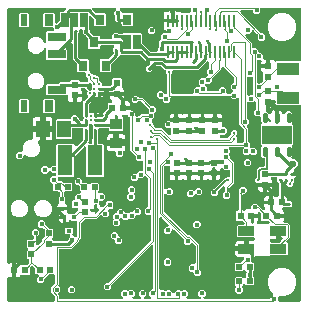
<source format=gbr>
G04 EAGLE Gerber RS-274X export*
G75*
%MOMM*%
%FSLAX34Y34*%
%LPD*%
%INBottom Copper*%
%IPPOS*%
%AMOC8*
5,1,8,0,0,1.08239X$1,22.5*%
G01*
%ADD10R,0.620000X0.620000*%
%ADD11R,1.000000X0.950000*%
%ADD12R,1.150000X1.450000*%
%ADD13R,0.635000X1.270000*%
%ADD14R,0.200000X1.140000*%
%ADD15R,1.308100X2.540000*%
%ADD16R,0.797459X0.900000*%
%ADD17R,0.350000X0.450000*%
%ADD18R,0.350000X0.350000*%
%ADD19R,0.450000X0.350000*%
%ADD20R,0.500000X0.500000*%
%ADD21R,1.500000X0.700000*%
%ADD22R,0.600000X1.000000*%
%ADD23R,0.800000X1.000000*%
%ADD24C,0.243841*%
%ADD25C,0.240031*%
%ADD26R,0.800000X0.900000*%
%ADD27R,2.500000X1.600000*%
%ADD28C,0.450000*%
%ADD29C,0.254000*%
%ADD30R,1.346200X0.812800*%
%ADD31R,1.905000X1.092200*%
%ADD32C,0.600000*%
%ADD33C,0.304800*%
%ADD34C,0.254000*%
%ADD35C,0.406400*%
%ADD36C,0.088900*%
%ADD37C,0.304800*%
%ADD38C,0.114300*%
%ADD39C,0.101600*%
%ADD40C,0.127000*%

G36*
X41711Y2556D02*
X41711Y2556D01*
X41829Y2563D01*
X41868Y2576D01*
X41908Y2581D01*
X42019Y2624D01*
X42132Y2661D01*
X42166Y2683D01*
X42204Y2698D01*
X42300Y2767D01*
X42401Y2831D01*
X42428Y2861D01*
X42461Y2884D01*
X42537Y2976D01*
X42619Y3063D01*
X42638Y3098D01*
X42664Y3129D01*
X42715Y3237D01*
X42772Y3341D01*
X42782Y3381D01*
X42799Y3417D01*
X42822Y3534D01*
X42852Y3649D01*
X42855Y3709D01*
X42859Y3729D01*
X42858Y3750D01*
X42862Y3810D01*
X42862Y6398D01*
X42849Y6496D01*
X42846Y6595D01*
X42830Y6653D01*
X42822Y6713D01*
X42785Y6805D01*
X42758Y6900D01*
X42727Y6953D01*
X42705Y7009D01*
X42647Y7089D01*
X42596Y7174D01*
X42530Y7250D01*
X42518Y7266D01*
X42509Y7274D01*
X42490Y7295D01*
X39242Y10543D01*
X39242Y14857D01*
X42490Y18105D01*
X42551Y18183D01*
X42619Y18255D01*
X42648Y18308D01*
X42685Y18356D01*
X42724Y18447D01*
X42772Y18534D01*
X42787Y18592D01*
X42811Y18648D01*
X42827Y18746D01*
X42852Y18842D01*
X42858Y18942D01*
X42861Y18962D01*
X42860Y18974D01*
X42862Y19002D01*
X42862Y24424D01*
X42847Y24542D01*
X42839Y24661D01*
X42827Y24699D01*
X42822Y24740D01*
X42778Y24850D01*
X42741Y24963D01*
X42720Y24998D01*
X42705Y25035D01*
X42635Y25131D01*
X42571Y25232D01*
X42542Y25260D01*
X42518Y25293D01*
X42426Y25369D01*
X42340Y25450D01*
X42304Y25470D01*
X42273Y25495D01*
X42165Y25546D01*
X42061Y25604D01*
X42022Y25614D01*
X41985Y25631D01*
X41869Y25653D01*
X41753Y25683D01*
X41693Y25687D01*
X41673Y25691D01*
X41653Y25689D01*
X41593Y25693D01*
X38045Y25693D01*
X37947Y25681D01*
X37848Y25678D01*
X37790Y25661D01*
X37730Y25653D01*
X37637Y25617D01*
X37542Y25589D01*
X37490Y25559D01*
X37434Y25536D01*
X37354Y25478D01*
X37268Y25428D01*
X37193Y25362D01*
X37177Y25350D01*
X37169Y25340D01*
X37148Y25322D01*
X34336Y22510D01*
X34276Y22432D01*
X34208Y22360D01*
X34179Y22307D01*
X34142Y22259D01*
X34102Y22168D01*
X34054Y22082D01*
X34039Y22023D01*
X34015Y21967D01*
X34000Y21869D01*
X33975Y21774D01*
X33969Y21674D01*
X33965Y21653D01*
X33967Y21641D01*
X33965Y21613D01*
X33965Y20073D01*
X32179Y18287D01*
X29653Y18287D01*
X27867Y20073D01*
X27867Y22599D01*
X28795Y23527D01*
X28880Y23636D01*
X28969Y23743D01*
X28978Y23762D01*
X28990Y23778D01*
X29045Y23905D01*
X29104Y24031D01*
X29108Y24051D01*
X29116Y24070D01*
X29138Y24208D01*
X29164Y24344D01*
X29163Y24364D01*
X29166Y24384D01*
X29153Y24523D01*
X29144Y24661D01*
X29138Y24680D01*
X29136Y24700D01*
X29089Y24832D01*
X29046Y24963D01*
X29036Y24981D01*
X29029Y25000D01*
X28951Y25115D01*
X28876Y25232D01*
X28861Y25246D01*
X28850Y25263D01*
X28746Y25355D01*
X28645Y25450D01*
X28627Y25460D01*
X28612Y25473D01*
X28488Y25537D01*
X28366Y25604D01*
X28347Y25609D01*
X28328Y25618D01*
X28193Y25648D01*
X28058Y25683D01*
X28030Y25685D01*
X28018Y25688D01*
X27998Y25687D01*
X27897Y25693D01*
X26869Y25693D01*
X26273Y26289D01*
X26273Y29955D01*
X26261Y30053D01*
X26258Y30152D01*
X26241Y30210D01*
X26233Y30270D01*
X26197Y30363D01*
X26169Y30458D01*
X26139Y30510D01*
X26116Y30566D01*
X26058Y30646D01*
X26008Y30732D01*
X25942Y30807D01*
X25930Y30823D01*
X25920Y30831D01*
X25902Y30852D01*
X24392Y32361D01*
X24298Y32434D01*
X24209Y32513D01*
X24173Y32532D01*
X24141Y32556D01*
X24032Y32604D01*
X23926Y32658D01*
X23887Y32667D01*
X23849Y32683D01*
X23732Y32701D01*
X23616Y32727D01*
X23575Y32726D01*
X23535Y32733D01*
X23417Y32721D01*
X23298Y32718D01*
X23259Y32707D01*
X23219Y32703D01*
X23107Y32662D01*
X22992Y32629D01*
X22957Y32609D01*
X22919Y32595D01*
X22821Y32528D01*
X22718Y32468D01*
X22673Y32428D01*
X22656Y32417D01*
X22643Y32401D01*
X22597Y32361D01*
X21688Y31452D01*
X21628Y31374D01*
X21560Y31302D01*
X21531Y31249D01*
X21494Y31201D01*
X21454Y31110D01*
X21406Y31024D01*
X21391Y30965D01*
X21367Y30909D01*
X21352Y30811D01*
X21327Y30716D01*
X21321Y30615D01*
X21317Y30595D01*
X21319Y30583D01*
X21317Y30555D01*
X21317Y25689D01*
X20721Y25093D01*
X14380Y25093D01*
X14275Y25080D01*
X14169Y25076D01*
X14117Y25060D01*
X14064Y25053D01*
X13966Y25014D01*
X13864Y24984D01*
X13818Y24956D01*
X13768Y24936D01*
X13683Y24874D01*
X13592Y24819D01*
X13554Y24781D01*
X13511Y24750D01*
X13443Y24668D01*
X13369Y24592D01*
X13357Y24574D01*
X12860Y24077D01*
X12281Y23742D01*
X11634Y23569D01*
X9749Y23569D01*
X9749Y28930D01*
X9734Y29048D01*
X9727Y29167D01*
X9714Y29205D01*
X9712Y29225D01*
X9739Y29330D01*
X9743Y29390D01*
X9747Y29410D01*
X9745Y29430D01*
X9749Y29490D01*
X9749Y34851D01*
X11634Y34851D01*
X12281Y34678D01*
X12860Y34343D01*
X13376Y33827D01*
X13401Y33788D01*
X13440Y33751D01*
X13472Y33708D01*
X13555Y33642D01*
X13632Y33570D01*
X13679Y33544D01*
X13721Y33511D01*
X13818Y33467D01*
X13911Y33416D01*
X13963Y33403D01*
X14012Y33381D01*
X14116Y33363D01*
X14219Y33337D01*
X14304Y33332D01*
X14325Y33328D01*
X14341Y33329D01*
X14380Y33327D01*
X18545Y33327D01*
X18643Y33339D01*
X18742Y33342D01*
X18800Y33359D01*
X18860Y33367D01*
X18953Y33403D01*
X19048Y33431D01*
X19100Y33461D01*
X19156Y33484D01*
X19236Y33542D01*
X19322Y33592D01*
X19397Y33658D01*
X19413Y33670D01*
X19421Y33680D01*
X19442Y33698D01*
X20900Y35156D01*
X20961Y35234D01*
X21029Y35306D01*
X21058Y35359D01*
X21095Y35407D01*
X21134Y35498D01*
X21182Y35585D01*
X21197Y35644D01*
X21221Y35699D01*
X21237Y35797D01*
X21262Y35893D01*
X21268Y35993D01*
X21271Y36013D01*
X21270Y36026D01*
X21272Y36054D01*
X21272Y37704D01*
X21257Y37822D01*
X21249Y37941D01*
X21237Y37979D01*
X21232Y38020D01*
X21188Y38130D01*
X21151Y38243D01*
X21130Y38278D01*
X21115Y38315D01*
X21045Y38411D01*
X20981Y38512D01*
X20952Y38540D01*
X20928Y38573D01*
X20836Y38649D01*
X20750Y38730D01*
X20714Y38750D01*
X20683Y38775D01*
X20575Y38826D01*
X20471Y38884D01*
X20432Y38894D01*
X20395Y38911D01*
X20279Y38933D01*
X20163Y38963D01*
X20103Y38967D01*
X20083Y38971D01*
X20063Y38969D01*
X20003Y38973D01*
X19939Y38973D01*
X19343Y39569D01*
X19343Y45411D01*
X20025Y46092D01*
X20097Y46186D01*
X20176Y46276D01*
X20195Y46312D01*
X20220Y46344D01*
X20267Y46453D01*
X20321Y46559D01*
X20330Y46598D01*
X20346Y46636D01*
X20365Y46753D01*
X20391Y46869D01*
X20389Y46910D01*
X20396Y46950D01*
X20385Y47068D01*
X20381Y47187D01*
X20370Y47226D01*
X20366Y47266D01*
X20326Y47379D01*
X20293Y47493D01*
X20272Y47527D01*
X20258Y47566D01*
X20192Y47664D01*
X20131Y47767D01*
X20091Y47812D01*
X20080Y47829D01*
X20065Y47842D01*
X20025Y47887D01*
X19343Y48569D01*
X19343Y54411D01*
X19939Y55007D01*
X23559Y55007D01*
X23677Y55022D01*
X23795Y55029D01*
X23834Y55042D01*
X23874Y55047D01*
X23985Y55090D01*
X24098Y55127D01*
X24132Y55149D01*
X24170Y55164D01*
X24266Y55233D01*
X24367Y55297D01*
X24394Y55327D01*
X24427Y55350D01*
X24503Y55442D01*
X24585Y55529D01*
X24604Y55564D01*
X24630Y55595D01*
X24681Y55703D01*
X24738Y55807D01*
X24748Y55847D01*
X24765Y55883D01*
X24788Y56000D01*
X24818Y56115D01*
X24821Y56175D01*
X24825Y56195D01*
X24824Y56216D01*
X24828Y56276D01*
X24828Y57457D01*
X24815Y57555D01*
X24812Y57654D01*
X24796Y57712D01*
X24788Y57772D01*
X24751Y57865D01*
X24724Y57960D01*
X24693Y58012D01*
X24671Y58068D01*
X24613Y58148D01*
X24562Y58234D01*
X24496Y58309D01*
X24484Y58325D01*
X24475Y58333D01*
X24456Y58354D01*
X23367Y59443D01*
X23367Y61969D01*
X25153Y63755D01*
X27679Y63755D01*
X29465Y61969D01*
X29465Y59443D01*
X28376Y58354D01*
X28315Y58276D01*
X28247Y58204D01*
X28218Y58151D01*
X28181Y58103D01*
X28142Y58012D01*
X28094Y57926D01*
X28079Y57867D01*
X28055Y57811D01*
X28039Y57713D01*
X28014Y57618D01*
X28008Y57518D01*
X28005Y57497D01*
X28006Y57485D01*
X28004Y57457D01*
X28004Y54388D01*
X26748Y53132D01*
X26688Y53054D01*
X26620Y52982D01*
X26591Y52929D01*
X26554Y52881D01*
X26514Y52790D01*
X26466Y52704D01*
X26451Y52645D01*
X26427Y52589D01*
X26412Y52491D01*
X26387Y52396D01*
X26381Y52296D01*
X26377Y52275D01*
X26379Y52263D01*
X26377Y52235D01*
X26377Y51317D01*
X26394Y51180D01*
X26407Y51041D01*
X26414Y51022D01*
X26417Y51002D01*
X26468Y50873D01*
X26515Y50741D01*
X26526Y50725D01*
X26534Y50706D01*
X26615Y50593D01*
X26693Y50478D01*
X26709Y50465D01*
X26720Y50448D01*
X26828Y50360D01*
X26932Y50268D01*
X26950Y50259D01*
X26965Y50246D01*
X27091Y50186D01*
X27215Y50123D01*
X27235Y50119D01*
X27253Y50110D01*
X27389Y50084D01*
X27525Y50054D01*
X27546Y50054D01*
X27565Y50050D01*
X27704Y50059D01*
X27843Y50063D01*
X27863Y50069D01*
X27883Y50070D01*
X28015Y50113D01*
X28149Y50152D01*
X28166Y50162D01*
X28185Y50168D01*
X28303Y50243D01*
X28423Y50313D01*
X28444Y50332D01*
X28454Y50338D01*
X28468Y50353D01*
X28543Y50420D01*
X31799Y53675D01*
X31859Y53753D01*
X31927Y53825D01*
X31956Y53878D01*
X31993Y53926D01*
X32033Y54017D01*
X32081Y54103D01*
X32095Y54160D01*
X32108Y54187D01*
X32109Y54193D01*
X32120Y54218D01*
X32135Y54316D01*
X32160Y54411D01*
X32165Y54483D01*
X32168Y54499D01*
X32167Y54514D01*
X32170Y54532D01*
X32168Y54544D01*
X32170Y54572D01*
X32170Y55195D01*
X33472Y56497D01*
X33472Y56498D01*
X33958Y56983D01*
X34018Y57061D01*
X34086Y57133D01*
X34115Y57186D01*
X34152Y57234D01*
X34192Y57325D01*
X34240Y57412D01*
X34255Y57470D01*
X34279Y57526D01*
X34294Y57624D01*
X34319Y57719D01*
X34325Y57819D01*
X34329Y57840D01*
X34327Y57852D01*
X34329Y57880D01*
X34329Y62848D01*
X34317Y62946D01*
X34314Y63045D01*
X34297Y63103D01*
X34289Y63163D01*
X34253Y63255D01*
X34225Y63351D01*
X34195Y63403D01*
X34172Y63459D01*
X34114Y63539D01*
X34064Y63625D01*
X33998Y63700D01*
X33986Y63716D01*
X33976Y63724D01*
X33957Y63745D01*
X32924Y64779D01*
X32846Y64839D01*
X32774Y64907D01*
X32721Y64936D01*
X32673Y64973D01*
X32582Y65013D01*
X32496Y65061D01*
X32437Y65076D01*
X32381Y65100D01*
X32283Y65115D01*
X32188Y65140D01*
X32087Y65146D01*
X32067Y65150D01*
X32055Y65148D01*
X32027Y65150D01*
X30487Y65150D01*
X28701Y66936D01*
X28701Y69462D01*
X30487Y71248D01*
X33013Y71248D01*
X34799Y69462D01*
X34799Y67922D01*
X34811Y67824D01*
X34814Y67725D01*
X34831Y67667D01*
X34839Y67607D01*
X34875Y67514D01*
X34903Y67419D01*
X34933Y67367D01*
X34956Y67311D01*
X35014Y67231D01*
X35064Y67145D01*
X35130Y67070D01*
X35142Y67054D01*
X35152Y67046D01*
X35170Y67025D01*
X37927Y64268D01*
X38005Y64208D01*
X38077Y64140D01*
X38130Y64111D01*
X38178Y64074D01*
X38269Y64034D01*
X38355Y63986D01*
X38414Y63971D01*
X38470Y63947D01*
X38568Y63932D01*
X38663Y63907D01*
X38763Y63901D01*
X38784Y63897D01*
X38796Y63899D01*
X38824Y63897D01*
X40767Y63897D01*
X41363Y63301D01*
X41363Y57459D01*
X40681Y56778D01*
X40609Y56684D01*
X40530Y56594D01*
X40511Y56558D01*
X40486Y56526D01*
X40439Y56417D01*
X40385Y56311D01*
X40376Y56272D01*
X40360Y56234D01*
X40341Y56117D01*
X40315Y56001D01*
X40317Y55960D01*
X40310Y55920D01*
X40321Y55802D01*
X40325Y55683D01*
X40336Y55644D01*
X40340Y55604D01*
X40380Y55491D01*
X40413Y55377D01*
X40434Y55343D01*
X40448Y55304D01*
X40514Y55206D01*
X40575Y55103D01*
X40615Y55058D01*
X40626Y55041D01*
X40641Y55028D01*
X40681Y54983D01*
X41625Y54038D01*
X41704Y53978D01*
X41776Y53910D01*
X41829Y53881D01*
X41877Y53844D01*
X41968Y53804D01*
X42054Y53756D01*
X42113Y53741D01*
X42169Y53717D01*
X42266Y53702D01*
X42362Y53677D01*
X42462Y53671D01*
X42483Y53667D01*
X42495Y53669D01*
X42523Y53667D01*
X52447Y53667D01*
X52545Y53679D01*
X52644Y53682D01*
X52703Y53699D01*
X52763Y53707D01*
X52854Y53743D01*
X52950Y53771D01*
X53002Y53801D01*
X53058Y53824D01*
X53138Y53882D01*
X53224Y53932D01*
X53299Y53998D01*
X53316Y54010D01*
X53323Y54020D01*
X53345Y54038D01*
X54237Y54931D01*
X54298Y55010D01*
X54366Y55082D01*
X54395Y55135D01*
X54432Y55183D01*
X54472Y55274D01*
X54520Y55360D01*
X54535Y55419D01*
X54559Y55475D01*
X54574Y55573D01*
X54599Y55668D01*
X54605Y55759D01*
X54607Y55769D01*
X54606Y55774D01*
X54609Y55789D01*
X54607Y55801D01*
X54609Y55829D01*
X54609Y56381D01*
X55617Y57389D01*
X55702Y57498D01*
X55791Y57605D01*
X55800Y57624D01*
X55812Y57640D01*
X55867Y57767D01*
X55926Y57893D01*
X55930Y57913D01*
X55938Y57932D01*
X55960Y58070D01*
X55986Y58206D01*
X55985Y58226D01*
X55988Y58246D01*
X55975Y58385D01*
X55966Y58523D01*
X55960Y58542D01*
X55958Y58562D01*
X55911Y58694D01*
X55868Y58825D01*
X55858Y58843D01*
X55851Y58862D01*
X55773Y58976D01*
X55698Y59094D01*
X55683Y59108D01*
X55672Y59125D01*
X55568Y59217D01*
X55467Y59312D01*
X55449Y59322D01*
X55434Y59335D01*
X55310Y59399D01*
X55188Y59466D01*
X55169Y59471D01*
X55150Y59480D01*
X55015Y59510D01*
X54880Y59545D01*
X54852Y59547D01*
X54840Y59550D01*
X54820Y59549D01*
X54719Y59555D01*
X51939Y59555D01*
X51343Y60151D01*
X51343Y64493D01*
X51939Y65089D01*
X57281Y65089D01*
X57877Y64493D01*
X57877Y60098D01*
X57864Y60082D01*
X57809Y59954D01*
X57750Y59829D01*
X57746Y59809D01*
X57738Y59790D01*
X57716Y59653D01*
X57690Y59516D01*
X57691Y59496D01*
X57688Y59476D01*
X57701Y59338D01*
X57710Y59199D01*
X57716Y59180D01*
X57718Y59160D01*
X57765Y59029D01*
X57808Y58897D01*
X57819Y58879D01*
X57826Y58860D01*
X57904Y58746D01*
X57978Y58628D01*
X57993Y58614D01*
X58004Y58597D01*
X58108Y58505D01*
X58210Y58410D01*
X58227Y58400D01*
X58243Y58387D01*
X58367Y58323D01*
X58488Y58256D01*
X58508Y58251D01*
X58526Y58242D01*
X58662Y58212D01*
X58796Y58177D01*
X58824Y58175D01*
X58836Y58172D01*
X58857Y58173D01*
X58918Y58169D01*
X59698Y57389D01*
X59792Y57316D01*
X59882Y57237D01*
X59918Y57219D01*
X59950Y57194D01*
X60059Y57147D01*
X60165Y57093D01*
X60204Y57084D01*
X60241Y57068D01*
X60359Y57049D01*
X60476Y57023D01*
X60516Y57024D01*
X60555Y57018D01*
X60674Y57029D01*
X60793Y57033D01*
X60832Y57044D01*
X60872Y57048D01*
X60984Y57088D01*
X61099Y57122D01*
X61134Y57142D01*
X61171Y57156D01*
X61270Y57223D01*
X61373Y57283D01*
X61418Y57323D01*
X61434Y57334D01*
X61448Y57350D01*
X61494Y57390D01*
X61540Y57436D01*
X61601Y57514D01*
X61669Y57586D01*
X61698Y57640D01*
X61735Y57688D01*
X61774Y57779D01*
X61822Y57865D01*
X61837Y57924D01*
X61861Y57980D01*
X61877Y58077D01*
X61902Y58173D01*
X61908Y58274D01*
X61911Y58294D01*
X61910Y58306D01*
X61912Y58334D01*
X61912Y69786D01*
X61897Y69904D01*
X61889Y70023D01*
X61877Y70061D01*
X61872Y70102D01*
X61828Y70212D01*
X61791Y70325D01*
X61770Y70360D01*
X61755Y70397D01*
X61685Y70493D01*
X61621Y70594D01*
X61592Y70622D01*
X61568Y70655D01*
X61476Y70731D01*
X61390Y70812D01*
X61354Y70832D01*
X61323Y70857D01*
X61215Y70908D01*
X61111Y70966D01*
X61072Y70976D01*
X61035Y70993D01*
X60919Y71015D01*
X60803Y71045D01*
X60743Y71049D01*
X60723Y71053D01*
X60703Y71051D01*
X60643Y71055D01*
X56418Y71055D01*
X56411Y71061D01*
X56316Y71143D01*
X56286Y71158D01*
X56259Y71179D01*
X56144Y71229D01*
X56031Y71285D01*
X55998Y71292D01*
X55967Y71305D01*
X55843Y71325D01*
X55720Y71351D01*
X55686Y71350D01*
X55653Y71355D01*
X55528Y71343D01*
X55402Y71338D01*
X55370Y71328D01*
X55337Y71325D01*
X55218Y71283D01*
X55098Y71246D01*
X55069Y71229D01*
X55037Y71218D01*
X54933Y71147D01*
X54826Y71082D01*
X54802Y71058D01*
X54774Y71039D01*
X54691Y70945D01*
X54603Y70855D01*
X54576Y70814D01*
X54564Y70801D01*
X54554Y70781D01*
X54514Y70721D01*
X54393Y70512D01*
X53920Y70039D01*
X53341Y69704D01*
X52694Y69531D01*
X51879Y69531D01*
X51879Y73822D01*
X51864Y73940D01*
X51857Y74059D01*
X51845Y74097D01*
X51840Y74137D01*
X51796Y74248D01*
X51759Y74361D01*
X51737Y74395D01*
X51723Y74433D01*
X51653Y74529D01*
X51589Y74630D01*
X51588Y74630D01*
X51559Y74658D01*
X51536Y74690D01*
X51535Y74691D01*
X51443Y74767D01*
X51357Y74848D01*
X51321Y74868D01*
X51290Y74894D01*
X51183Y74944D01*
X51078Y75002D01*
X51039Y75012D01*
X51003Y75029D01*
X50886Y75051D01*
X50770Y75081D01*
X50710Y75085D01*
X50690Y75089D01*
X50670Y75088D01*
X50610Y75091D01*
X46319Y75091D01*
X46319Y75975D01*
X46328Y76015D01*
X46326Y76062D01*
X46332Y76108D01*
X46319Y76220D01*
X46315Y76333D01*
X46301Y76378D01*
X46296Y76424D01*
X46256Y76529D01*
X46223Y76637D01*
X46199Y76678D01*
X46182Y76721D01*
X46117Y76813D01*
X46059Y76910D01*
X46025Y76942D01*
X45998Y76981D01*
X45912Y77053D01*
X45832Y77132D01*
X45772Y77172D01*
X45755Y77186D01*
X45739Y77194D01*
X45698Y77222D01*
X45550Y77307D01*
X45077Y77780D01*
X44742Y78359D01*
X44569Y79006D01*
X44569Y79821D01*
X48860Y79821D01*
X53151Y79821D01*
X53151Y78937D01*
X53142Y78897D01*
X53144Y78850D01*
X53138Y78803D01*
X53151Y78691D01*
X53155Y78579D01*
X53169Y78534D01*
X53174Y78487D01*
X53214Y78383D01*
X53247Y78274D01*
X53271Y78234D01*
X53288Y78190D01*
X53353Y78099D01*
X53411Y78002D01*
X53445Y77969D01*
X53472Y77931D01*
X53558Y77858D01*
X53638Y77779D01*
X53698Y77740D01*
X53715Y77726D01*
X53731Y77718D01*
X53772Y77690D01*
X53920Y77605D01*
X54393Y77132D01*
X54514Y76923D01*
X54590Y76823D01*
X54660Y76719D01*
X54685Y76697D01*
X54706Y76670D01*
X54805Y76592D01*
X54899Y76508D01*
X54929Y76493D01*
X54955Y76472D01*
X55070Y76421D01*
X55182Y76364D01*
X55215Y76356D01*
X55246Y76343D01*
X55370Y76322D01*
X55492Y76294D01*
X55526Y76295D01*
X55559Y76290D01*
X55685Y76300D01*
X55810Y76304D01*
X55842Y76313D01*
X55876Y76316D01*
X55995Y76357D01*
X56116Y76392D01*
X56145Y76409D01*
X56176Y76420D01*
X56281Y76490D01*
X56390Y76554D01*
X56426Y76586D01*
X56430Y76589D01*
X58605Y76589D01*
X58703Y76601D01*
X58802Y76604D01*
X58860Y76621D01*
X58920Y76629D01*
X59013Y76665D01*
X59108Y76693D01*
X59160Y76723D01*
X59216Y76746D01*
X59296Y76804D01*
X59382Y76854D01*
X59457Y76920D01*
X59473Y76932D01*
X59481Y76942D01*
X59502Y76960D01*
X60878Y78336D01*
X62198Y79657D01*
X62283Y79766D01*
X62372Y79873D01*
X62381Y79892D01*
X62393Y79908D01*
X62449Y80035D01*
X62508Y80161D01*
X62512Y80181D01*
X62520Y80200D01*
X62542Y80338D01*
X62568Y80474D01*
X62566Y80494D01*
X62570Y80514D01*
X62557Y80652D01*
X62548Y80791D01*
X62542Y80810D01*
X62540Y80830D01*
X62493Y80962D01*
X62450Y81093D01*
X62439Y81111D01*
X62432Y81130D01*
X62354Y81244D01*
X62280Y81362D01*
X62265Y81376D01*
X62254Y81393D01*
X62149Y81485D01*
X62048Y81580D01*
X62030Y81590D01*
X62015Y81603D01*
X61891Y81667D01*
X61770Y81734D01*
X61750Y81739D01*
X61732Y81748D01*
X61596Y81778D01*
X61462Y81813D01*
X61434Y81815D01*
X61422Y81818D01*
X61401Y81817D01*
X61301Y81823D01*
X58189Y81823D01*
X57593Y82419D01*
X57593Y87761D01*
X58189Y88357D01*
X58846Y88357D01*
X58964Y88372D01*
X59083Y88379D01*
X59122Y88392D01*
X59162Y88397D01*
X59273Y88440D01*
X59386Y88477D01*
X59420Y88499D01*
X59457Y88514D01*
X59554Y88583D01*
X59654Y88647D01*
X59682Y88677D01*
X59715Y88700D01*
X59791Y88792D01*
X59872Y88879D01*
X59892Y88914D01*
X59918Y88945D01*
X59968Y89053D01*
X60026Y89157D01*
X60036Y89197D01*
X60053Y89233D01*
X60076Y89350D01*
X60105Y89465D01*
X60109Y89525D01*
X60113Y89545D01*
X60112Y89566D01*
X60116Y89626D01*
X60116Y92113D01*
X61901Y93899D01*
X63549Y93899D01*
X63687Y93916D01*
X63825Y93929D01*
X63844Y93936D01*
X63864Y93939D01*
X63994Y93990D01*
X64125Y94037D01*
X64141Y94048D01*
X64160Y94056D01*
X64272Y94137D01*
X64388Y94216D01*
X64401Y94231D01*
X64417Y94243D01*
X64506Y94350D01*
X64598Y94454D01*
X64607Y94472D01*
X64620Y94488D01*
X64680Y94613D01*
X64743Y94737D01*
X64747Y94757D01*
X64756Y94775D01*
X64782Y94912D01*
X64812Y95048D01*
X64812Y95068D01*
X64816Y95088D01*
X64807Y95226D01*
X64803Y95365D01*
X64797Y95385D01*
X64796Y95405D01*
X64753Y95537D01*
X64714Y95671D01*
X64704Y95688D01*
X64698Y95708D01*
X64624Y95825D01*
X64553Y95945D01*
X64534Y95966D01*
X64528Y95976D01*
X64513Y95990D01*
X64446Y96066D01*
X63865Y96647D01*
X63865Y100076D01*
X63850Y100194D01*
X63843Y100313D01*
X63830Y100351D01*
X63825Y100392D01*
X63782Y100502D01*
X63745Y100615D01*
X63723Y100650D01*
X63708Y100687D01*
X63639Y100783D01*
X63575Y100884D01*
X63545Y100912D01*
X63522Y100945D01*
X63430Y101021D01*
X63343Y101102D01*
X63308Y101122D01*
X63277Y101147D01*
X63169Y101198D01*
X63065Y101256D01*
X63025Y101266D01*
X62989Y101283D01*
X62872Y101305D01*
X62757Y101335D01*
X62697Y101339D01*
X62677Y101343D01*
X62656Y101341D01*
X62596Y101345D01*
X61475Y101345D01*
X59713Y103107D01*
X59687Y103127D01*
X59689Y103157D01*
X59689Y105657D01*
X61475Y107443D01*
X64001Y107443D01*
X65787Y105657D01*
X65787Y104354D01*
X65802Y104236D01*
X65809Y104117D01*
X65822Y104079D01*
X65827Y104038D01*
X65870Y103928D01*
X65907Y103815D01*
X65929Y103780D01*
X65944Y103743D01*
X66013Y103647D01*
X66077Y103546D01*
X66107Y103518D01*
X66130Y103485D01*
X66222Y103409D01*
X66309Y103328D01*
X66344Y103308D01*
X66375Y103283D01*
X66483Y103232D01*
X66587Y103174D01*
X66627Y103164D01*
X66663Y103147D01*
X66780Y103125D01*
X66895Y103095D01*
X66955Y103091D01*
X66975Y103087D01*
X66996Y103089D01*
X67056Y103085D01*
X70303Y103085D01*
X70984Y102403D01*
X71078Y102331D01*
X71168Y102252D01*
X71204Y102233D01*
X71236Y102208D01*
X71345Y102161D01*
X71451Y102107D01*
X71490Y102098D01*
X71528Y102082D01*
X71645Y102063D01*
X71761Y102037D01*
X71802Y102039D01*
X71842Y102032D01*
X71960Y102043D01*
X72079Y102047D01*
X72118Y102058D01*
X72158Y102062D01*
X72271Y102102D01*
X72385Y102135D01*
X72419Y102156D01*
X72458Y102170D01*
X72556Y102236D01*
X72659Y102297D01*
X72704Y102337D01*
X72721Y102348D01*
X72734Y102363D01*
X72779Y102403D01*
X73461Y103085D01*
X79303Y103085D01*
X79899Y102489D01*
X79899Y96647D01*
X79653Y96402D01*
X79568Y96292D01*
X79479Y96185D01*
X79471Y96166D01*
X79458Y96150D01*
X79403Y96022D01*
X79344Y95897D01*
X79340Y95877D01*
X79332Y95858D01*
X79310Y95720D01*
X79284Y95584D01*
X79285Y95564D01*
X79282Y95544D01*
X79295Y95405D01*
X79304Y95267D01*
X79310Y95248D01*
X79312Y95228D01*
X79359Y95097D01*
X79402Y94965D01*
X79413Y94947D01*
X79420Y94928D01*
X79498Y94814D01*
X79572Y94696D01*
X79587Y94682D01*
X79598Y94665D01*
X79702Y94573D01*
X79804Y94478D01*
X79821Y94468D01*
X79837Y94455D01*
X79960Y94392D01*
X80082Y94324D01*
X80102Y94319D01*
X80120Y94310D01*
X80256Y94280D01*
X80390Y94245D01*
X80418Y94243D01*
X80430Y94240D01*
X80451Y94241D01*
X80551Y94235D01*
X83559Y94235D01*
X85345Y92449D01*
X85345Y89923D01*
X83559Y88137D01*
X81598Y88137D01*
X81480Y88122D01*
X81361Y88115D01*
X81323Y88102D01*
X81282Y88097D01*
X81172Y88054D01*
X81059Y88017D01*
X81024Y87995D01*
X80987Y87980D01*
X80891Y87911D01*
X80790Y87847D01*
X80762Y87817D01*
X80729Y87794D01*
X80653Y87702D01*
X80572Y87615D01*
X80552Y87580D01*
X80527Y87549D01*
X80476Y87441D01*
X80418Y87337D01*
X80408Y87297D01*
X80391Y87261D01*
X80369Y87144D01*
X80339Y87029D01*
X80335Y86969D01*
X80331Y86949D01*
X80333Y86928D01*
X80329Y86868D01*
X80329Y85882D01*
X80323Y85875D01*
X80241Y85780D01*
X80226Y85750D01*
X80205Y85723D01*
X80155Y85608D01*
X80099Y85495D01*
X80092Y85462D01*
X80079Y85431D01*
X80059Y85307D01*
X80033Y85184D01*
X80034Y85150D01*
X80029Y85117D01*
X80041Y84992D01*
X80046Y84866D01*
X80056Y84834D01*
X80059Y84801D01*
X80101Y84682D01*
X80138Y84562D01*
X80155Y84533D01*
X80166Y84501D01*
X80237Y84397D01*
X80302Y84290D01*
X80326Y84266D01*
X80345Y84238D01*
X80439Y84155D01*
X80529Y84067D01*
X80570Y84040D01*
X80583Y84028D01*
X80603Y84018D01*
X80663Y83978D01*
X80872Y83857D01*
X81345Y83384D01*
X81626Y82897D01*
X81703Y82796D01*
X81773Y82692D01*
X81798Y82670D01*
X81819Y82643D01*
X81917Y82565D01*
X82012Y82482D01*
X82042Y82467D01*
X82068Y82446D01*
X82183Y82395D01*
X82295Y82337D01*
X82328Y82330D01*
X82358Y82316D01*
X82482Y82295D01*
X82605Y82268D01*
X82639Y82269D01*
X82672Y82263D01*
X82797Y82274D01*
X82923Y82277D01*
X82955Y82287D01*
X82989Y82290D01*
X83107Y82331D01*
X83228Y82366D01*
X83257Y82383D01*
X83289Y82394D01*
X83394Y82464D01*
X83502Y82527D01*
X83539Y82560D01*
X83554Y82570D01*
X83569Y82586D01*
X83623Y82634D01*
X85924Y84934D01*
X85984Y85012D01*
X86052Y85084D01*
X86081Y85137D01*
X86118Y85185D01*
X86158Y85276D01*
X86206Y85363D01*
X86221Y85422D01*
X86245Y85477D01*
X86260Y85575D01*
X86285Y85671D01*
X86291Y85771D01*
X86295Y85791D01*
X86293Y85804D01*
X86295Y85832D01*
X86295Y86745D01*
X86891Y87341D01*
X91233Y87341D01*
X91829Y86745D01*
X91829Y81403D01*
X91233Y80807D01*
X89129Y80807D01*
X88991Y80790D01*
X88852Y80777D01*
X88833Y80770D01*
X88813Y80767D01*
X88684Y80716D01*
X88553Y80669D01*
X88536Y80658D01*
X88517Y80650D01*
X88405Y80569D01*
X88290Y80491D01*
X88276Y80475D01*
X88260Y80464D01*
X88171Y80356D01*
X88079Y80252D01*
X88070Y80234D01*
X88057Y80219D01*
X87998Y80093D01*
X87935Y79969D01*
X87930Y79949D01*
X87922Y79931D01*
X87896Y79794D01*
X87865Y79659D01*
X87866Y79638D01*
X87862Y79619D01*
X87870Y79480D01*
X87875Y79341D01*
X87880Y79321D01*
X87882Y79301D01*
X87924Y79169D01*
X87963Y79035D01*
X87973Y79018D01*
X87980Y78999D01*
X88054Y78881D01*
X88125Y78761D01*
X88143Y78740D01*
X88150Y78730D01*
X88165Y78716D01*
X88231Y78641D01*
X88647Y78225D01*
X88647Y75699D01*
X86861Y73913D01*
X84335Y73913D01*
X82763Y75486D01*
X82668Y75559D01*
X82579Y75638D01*
X82543Y75656D01*
X82511Y75681D01*
X82402Y75728D01*
X82296Y75782D01*
X82257Y75791D01*
X82219Y75807D01*
X82102Y75826D01*
X81986Y75852D01*
X81945Y75851D01*
X81905Y75857D01*
X81787Y75846D01*
X81668Y75842D01*
X81629Y75831D01*
X81589Y75827D01*
X81477Y75787D01*
X81362Y75754D01*
X81328Y75733D01*
X81289Y75720D01*
X81191Y75653D01*
X81088Y75592D01*
X81043Y75553D01*
X81026Y75541D01*
X81013Y75526D01*
X80968Y75486D01*
X77856Y72374D01*
X68796Y72374D01*
X68698Y72362D01*
X68599Y72359D01*
X68541Y72342D01*
X68481Y72334D01*
X68388Y72298D01*
X68293Y72270D01*
X68241Y72240D01*
X68185Y72217D01*
X68105Y72159D01*
X68019Y72109D01*
X67944Y72043D01*
X67928Y72031D01*
X67920Y72021D01*
X67899Y72003D01*
X65460Y69564D01*
X65399Y69486D01*
X65331Y69414D01*
X65302Y69361D01*
X65265Y69313D01*
X65226Y69222D01*
X65178Y69135D01*
X65163Y69076D01*
X65139Y69021D01*
X65123Y68923D01*
X65098Y68827D01*
X65092Y68727D01*
X65089Y68707D01*
X65090Y68694D01*
X65088Y68666D01*
X65088Y56492D01*
X63237Y54641D01*
X63177Y54563D01*
X63109Y54491D01*
X63080Y54438D01*
X63043Y54390D01*
X63003Y54299D01*
X62955Y54213D01*
X62940Y54154D01*
X62916Y54098D01*
X62901Y54000D01*
X62876Y53905D01*
X62870Y53805D01*
X62866Y53784D01*
X62868Y53772D01*
X62866Y53744D01*
X62866Y52961D01*
X56839Y46934D01*
X47307Y46934D01*
X47189Y46919D01*
X47071Y46912D01*
X47032Y46899D01*
X46992Y46894D01*
X46881Y46851D01*
X46768Y46814D01*
X46734Y46792D01*
X46696Y46777D01*
X46600Y46708D01*
X46499Y46644D01*
X46472Y46614D01*
X46439Y46591D01*
X46363Y46499D01*
X46281Y46412D01*
X46262Y46377D01*
X46236Y46346D01*
X46185Y46238D01*
X46128Y46134D01*
X46118Y46094D01*
X46101Y46058D01*
X46078Y45941D01*
X46048Y45826D01*
X46045Y45766D01*
X46041Y45746D01*
X46042Y45725D01*
X46038Y45665D01*
X46038Y17153D01*
X45994Y17095D01*
X45915Y17006D01*
X45897Y16970D01*
X45872Y16938D01*
X45825Y16829D01*
X45771Y16723D01*
X45762Y16684D01*
X45746Y16647D01*
X45727Y16529D01*
X45701Y16413D01*
X45702Y16372D01*
X45696Y16332D01*
X45707Y16214D01*
X45711Y16095D01*
X45722Y16056D01*
X45726Y16016D01*
X45766Y15904D01*
X45799Y15789D01*
X45819Y15755D01*
X45833Y15717D01*
X45900Y15618D01*
X45961Y15515D01*
X46000Y15470D01*
X46012Y15453D01*
X46027Y15440D01*
X46067Y15395D01*
X47499Y13963D01*
X47499Y11437D01*
X46067Y10005D01*
X45994Y9911D01*
X45915Y9822D01*
X45897Y9786D01*
X45872Y9754D01*
X45825Y9645D01*
X45771Y9539D01*
X45762Y9499D01*
X45746Y9462D01*
X45727Y9344D01*
X45701Y9228D01*
X45702Y9188D01*
X45696Y9148D01*
X45707Y9029D01*
X45711Y8911D01*
X45722Y8872D01*
X45726Y8832D01*
X45766Y8719D01*
X45799Y8605D01*
X45820Y8570D01*
X45833Y8532D01*
X45900Y8434D01*
X45961Y8331D01*
X46000Y8286D01*
X46012Y8269D01*
X46027Y8256D01*
X46038Y8243D01*
X46038Y5969D01*
X46053Y5851D01*
X46061Y5732D01*
X46073Y5694D01*
X46078Y5653D01*
X46122Y5543D01*
X46159Y5430D01*
X46180Y5395D01*
X46195Y5358D01*
X46265Y5262D01*
X46329Y5161D01*
X46358Y5133D01*
X46382Y5100D01*
X46474Y5024D01*
X46560Y4943D01*
X46596Y4923D01*
X46627Y4898D01*
X46735Y4847D01*
X46839Y4789D01*
X46878Y4779D01*
X46915Y4762D01*
X47031Y4740D01*
X47147Y4710D01*
X47207Y4706D01*
X47227Y4702D01*
X47247Y4704D01*
X47307Y4700D01*
X99176Y4700D01*
X99314Y4717D01*
X99453Y4730D01*
X99472Y4737D01*
X99492Y4740D01*
X99621Y4791D01*
X99752Y4838D01*
X99769Y4849D01*
X99788Y4857D01*
X99900Y4938D01*
X100015Y5016D01*
X100029Y5032D01*
X100045Y5043D01*
X100134Y5151D01*
X100226Y5255D01*
X100235Y5273D01*
X100248Y5288D01*
X100307Y5414D01*
X100370Y5538D01*
X100375Y5558D01*
X100383Y5576D01*
X100409Y5713D01*
X100440Y5848D01*
X100439Y5869D01*
X100443Y5888D01*
X100435Y6027D01*
X100430Y6166D01*
X100425Y6186D01*
X100423Y6206D01*
X100381Y6338D01*
X100342Y6472D01*
X100332Y6489D01*
X100325Y6508D01*
X100251Y6626D01*
X100180Y6746D01*
X100162Y6767D01*
X100155Y6777D01*
X100140Y6791D01*
X100074Y6866D01*
X98805Y8135D01*
X98805Y10661D01*
X100591Y12447D01*
X103117Y12447D01*
X103523Y12041D01*
X103617Y11968D01*
X103706Y11889D01*
X103742Y11871D01*
X103774Y11846D01*
X103884Y11798D01*
X103989Y11744D01*
X104029Y11736D01*
X104066Y11720D01*
X104184Y11701D01*
X104300Y11675D01*
X104340Y11676D01*
X104380Y11670D01*
X104499Y11681D01*
X104618Y11684D01*
X104656Y11696D01*
X104697Y11699D01*
X104809Y11740D01*
X104923Y11773D01*
X104958Y11793D01*
X104996Y11807D01*
X105095Y11874D01*
X105197Y11934D01*
X105242Y11974D01*
X105259Y11986D01*
X105273Y12001D01*
X105318Y12041D01*
X106087Y12810D01*
X108613Y12810D01*
X110399Y11024D01*
X110399Y8499D01*
X108767Y6866D01*
X108681Y6757D01*
X108593Y6650D01*
X108584Y6631D01*
X108572Y6615D01*
X108516Y6487D01*
X108457Y6362D01*
X108453Y6342D01*
X108445Y6323D01*
X108423Y6185D01*
X108397Y6049D01*
X108399Y6029D01*
X108395Y6009D01*
X108408Y5870D01*
X108417Y5732D01*
X108423Y5713D01*
X108425Y5693D01*
X108472Y5561D01*
X108515Y5430D01*
X108526Y5412D01*
X108533Y5393D01*
X108611Y5278D01*
X108685Y5161D01*
X108700Y5147D01*
X108711Y5130D01*
X108816Y5038D01*
X108917Y4943D01*
X108935Y4933D01*
X108950Y4920D01*
X109074Y4856D01*
X109195Y4789D01*
X109215Y4784D01*
X109233Y4775D01*
X109369Y4745D01*
X109503Y4710D01*
X109531Y4708D01*
X109543Y4705D01*
X109564Y4706D01*
X109664Y4700D01*
X114670Y4700D01*
X114808Y4717D01*
X114947Y4730D01*
X114966Y4737D01*
X114986Y4740D01*
X115115Y4791D01*
X115246Y4838D01*
X115263Y4849D01*
X115282Y4857D01*
X115394Y4938D01*
X115509Y5016D01*
X115523Y5032D01*
X115539Y5043D01*
X115628Y5151D01*
X115720Y5255D01*
X115729Y5273D01*
X115742Y5288D01*
X115801Y5414D01*
X115864Y5538D01*
X115869Y5558D01*
X115877Y5576D01*
X115903Y5713D01*
X115934Y5848D01*
X115933Y5869D01*
X115937Y5888D01*
X115929Y6027D01*
X115924Y6166D01*
X115919Y6186D01*
X115917Y6206D01*
X115875Y6338D01*
X115836Y6472D01*
X115826Y6489D01*
X115819Y6508D01*
X115745Y6626D01*
X115674Y6746D01*
X115656Y6767D01*
X115649Y6777D01*
X115634Y6791D01*
X115568Y6866D01*
X114045Y8389D01*
X114045Y10915D01*
X115831Y12701D01*
X118357Y12701D01*
X120143Y10915D01*
X120143Y8389D01*
X118620Y6866D01*
X118535Y6757D01*
X118446Y6650D01*
X118438Y6631D01*
X118425Y6615D01*
X118370Y6487D01*
X118311Y6362D01*
X118307Y6342D01*
X118299Y6323D01*
X118277Y6185D01*
X118251Y6049D01*
X118252Y6029D01*
X118249Y6009D01*
X118262Y5870D01*
X118271Y5732D01*
X118277Y5713D01*
X118279Y5693D01*
X118326Y5561D01*
X118369Y5430D01*
X118379Y5412D01*
X118386Y5393D01*
X118464Y5278D01*
X118539Y5161D01*
X118554Y5147D01*
X118565Y5130D01*
X118669Y5038D01*
X118770Y4943D01*
X118788Y4933D01*
X118803Y4920D01*
X118927Y4856D01*
X119049Y4789D01*
X119068Y4784D01*
X119087Y4775D01*
X119222Y4745D01*
X119357Y4710D01*
X119385Y4708D01*
X119397Y4705D01*
X119417Y4706D01*
X119518Y4700D01*
X123306Y4700D01*
X123444Y4717D01*
X123583Y4730D01*
X123602Y4737D01*
X123622Y4740D01*
X123751Y4791D01*
X123882Y4838D01*
X123899Y4849D01*
X123918Y4857D01*
X124030Y4938D01*
X124145Y5016D01*
X124159Y5032D01*
X124175Y5043D01*
X124264Y5151D01*
X124356Y5255D01*
X124365Y5273D01*
X124378Y5288D01*
X124437Y5414D01*
X124500Y5538D01*
X124505Y5558D01*
X124513Y5576D01*
X124539Y5713D01*
X124570Y5848D01*
X124569Y5869D01*
X124573Y5888D01*
X124565Y6027D01*
X124560Y6166D01*
X124555Y6186D01*
X124553Y6206D01*
X124511Y6338D01*
X124472Y6472D01*
X124462Y6489D01*
X124455Y6508D01*
X124381Y6626D01*
X124310Y6746D01*
X124292Y6767D01*
X124285Y6777D01*
X124270Y6791D01*
X124204Y6866D01*
X122681Y8389D01*
X122681Y10915D01*
X124467Y12701D01*
X124778Y12701D01*
X124896Y12716D01*
X125014Y12723D01*
X125053Y12736D01*
X125093Y12741D01*
X125204Y12784D01*
X125317Y12821D01*
X125351Y12843D01*
X125389Y12858D01*
X125485Y12927D01*
X125586Y12991D01*
X125613Y13021D01*
X125646Y13044D01*
X125722Y13136D01*
X125804Y13223D01*
X125823Y13258D01*
X125849Y13289D01*
X125900Y13397D01*
X125957Y13501D01*
X125967Y13541D01*
X125984Y13577D01*
X126007Y13694D01*
X126037Y13809D01*
X126040Y13869D01*
X126044Y13889D01*
X126043Y13910D01*
X126047Y13970D01*
X126047Y49034D01*
X126029Y49172D01*
X126016Y49310D01*
X126009Y49330D01*
X126007Y49350D01*
X125956Y49479D01*
X125909Y49610D01*
X125897Y49626D01*
X125890Y49645D01*
X125808Y49757D01*
X125730Y49873D01*
X125715Y49886D01*
X125703Y49903D01*
X125596Y49991D01*
X125492Y50083D01*
X125474Y50092D01*
X125458Y50105D01*
X125332Y50165D01*
X125208Y50228D01*
X125189Y50232D01*
X125170Y50241D01*
X125034Y50267D01*
X124898Y50298D01*
X124878Y50297D01*
X124858Y50301D01*
X124720Y50292D01*
X124580Y50288D01*
X124561Y50282D01*
X124541Y50281D01*
X124408Y50238D01*
X124275Y50199D01*
X124257Y50189D01*
X124238Y50183D01*
X124121Y50109D01*
X124001Y50038D01*
X123980Y50019D01*
X123969Y50013D01*
X123955Y49998D01*
X123880Y49932D01*
X90542Y16594D01*
X90482Y16516D01*
X90414Y16444D01*
X90385Y16391D01*
X90348Y16343D01*
X90308Y16252D01*
X90260Y16165D01*
X90245Y16107D01*
X90221Y16051D01*
X90206Y15953D01*
X90181Y15857D01*
X90175Y15757D01*
X90171Y15737D01*
X90173Y15724D01*
X90171Y15696D01*
X90171Y13977D01*
X88385Y12191D01*
X85859Y12191D01*
X84073Y13977D01*
X84073Y16503D01*
X85859Y18289D01*
X87578Y18289D01*
X87677Y18301D01*
X87776Y18304D01*
X87834Y18321D01*
X87894Y18329D01*
X87986Y18365D01*
X88081Y18393D01*
X88133Y18423D01*
X88190Y18446D01*
X88270Y18504D01*
X88355Y18554D01*
X88431Y18620D01*
X88447Y18632D01*
X88455Y18642D01*
X88476Y18660D01*
X123643Y53828D01*
X123704Y53906D01*
X123772Y53978D01*
X123801Y54031D01*
X123838Y54079D01*
X123877Y54170D01*
X123925Y54256D01*
X123940Y54315D01*
X123964Y54371D01*
X123980Y54469D01*
X124005Y54564D01*
X124011Y54664D01*
X124014Y54685D01*
X124013Y54697D01*
X124015Y54725D01*
X124015Y74930D01*
X124000Y75048D01*
X123992Y75167D01*
X123980Y75205D01*
X123975Y75246D01*
X123931Y75356D01*
X123894Y75469D01*
X123873Y75504D01*
X123858Y75541D01*
X123788Y75637D01*
X123724Y75738D01*
X123695Y75766D01*
X123671Y75799D01*
X123579Y75875D01*
X123493Y75956D01*
X123457Y75976D01*
X123426Y76001D01*
X123318Y76052D01*
X123214Y76110D01*
X123175Y76120D01*
X123138Y76137D01*
X123022Y76159D01*
X122906Y76189D01*
X122846Y76193D01*
X122826Y76197D01*
X122806Y76195D01*
X122746Y76199D01*
X120657Y76199D01*
X118871Y77985D01*
X118871Y80511D01*
X120657Y82297D01*
X120714Y82297D01*
X120832Y82312D01*
X120950Y82319D01*
X120989Y82332D01*
X121029Y82337D01*
X121140Y82380D01*
X121253Y82417D01*
X121287Y82439D01*
X121325Y82454D01*
X121421Y82523D01*
X121522Y82587D01*
X121549Y82617D01*
X121582Y82640D01*
X121658Y82732D01*
X121740Y82819D01*
X121759Y82854D01*
X121785Y82885D01*
X121836Y82993D01*
X121893Y83097D01*
X121903Y83137D01*
X121920Y83173D01*
X121943Y83290D01*
X121973Y83405D01*
X121976Y83465D01*
X121980Y83485D01*
X121979Y83506D01*
X121983Y83566D01*
X121983Y106057D01*
X121970Y106155D01*
X121967Y106254D01*
X121951Y106312D01*
X121943Y106373D01*
X121906Y106465D01*
X121879Y106560D01*
X121848Y106612D01*
X121826Y106668D01*
X121768Y106748D01*
X121717Y106834D01*
X121651Y106909D01*
X121639Y106926D01*
X121630Y106933D01*
X121611Y106954D01*
X120130Y108435D01*
X120036Y108508D01*
X119947Y108587D01*
X119911Y108606D01*
X119879Y108630D01*
X119770Y108678D01*
X119664Y108732D01*
X119624Y108741D01*
X119587Y108757D01*
X119469Y108775D01*
X119353Y108801D01*
X119313Y108800D01*
X119273Y108807D01*
X119154Y108795D01*
X119035Y108792D01*
X118996Y108781D01*
X118956Y108777D01*
X118844Y108736D01*
X118730Y108703D01*
X118695Y108683D01*
X118657Y108669D01*
X118558Y108602D01*
X118456Y108542D01*
X118411Y108502D01*
X118394Y108491D01*
X118380Y108475D01*
X118335Y108435D01*
X116833Y106933D01*
X114057Y106933D01*
X113958Y106921D01*
X113859Y106918D01*
X113801Y106901D01*
X113741Y106893D01*
X113649Y106857D01*
X113554Y106829D01*
X113502Y106799D01*
X113445Y106776D01*
X113365Y106718D01*
X113280Y106668D01*
X113205Y106602D01*
X113188Y106590D01*
X113180Y106580D01*
X113159Y106562D01*
X111245Y104647D01*
X108719Y104647D01*
X106933Y106433D01*
X106933Y108959D01*
X108719Y110745D01*
X111495Y110745D01*
X111594Y110757D01*
X111693Y110760D01*
X111751Y110777D01*
X111811Y110785D01*
X111903Y110821D01*
X111998Y110849D01*
X112050Y110879D01*
X112107Y110902D01*
X112187Y110960D01*
X112272Y111010D01*
X112347Y111076D01*
X112364Y111088D01*
X112372Y111098D01*
X112393Y111116D01*
X114307Y113031D01*
X116142Y113031D01*
X116260Y113046D01*
X116378Y113053D01*
X116417Y113066D01*
X116457Y113071D01*
X116568Y113114D01*
X116681Y113151D01*
X116715Y113173D01*
X116753Y113188D01*
X116849Y113257D01*
X116950Y113321D01*
X116977Y113351D01*
X117010Y113374D01*
X117086Y113466D01*
X117168Y113553D01*
X117187Y113588D01*
X117213Y113619D01*
X117264Y113727D01*
X117321Y113831D01*
X117331Y113871D01*
X117348Y113907D01*
X117371Y114024D01*
X117401Y114139D01*
X117404Y114199D01*
X117408Y114219D01*
X117407Y114240D01*
X117411Y114300D01*
X117411Y120449D01*
X117393Y120587D01*
X117380Y120726D01*
X117373Y120745D01*
X117371Y120765D01*
X117320Y120894D01*
X117273Y121025D01*
X117261Y121042D01*
X117254Y121060D01*
X117172Y121173D01*
X117094Y121288D01*
X117079Y121301D01*
X117067Y121318D01*
X116960Y121406D01*
X116855Y121498D01*
X116837Y121508D01*
X116822Y121520D01*
X116696Y121580D01*
X116572Y121643D01*
X116552Y121647D01*
X116534Y121656D01*
X116398Y121682D01*
X116262Y121713D01*
X116242Y121712D01*
X116222Y121716D01*
X116083Y121707D01*
X115944Y121703D01*
X115925Y121697D01*
X115905Y121696D01*
X115810Y121665D01*
X113037Y121665D01*
X111251Y123451D01*
X111251Y125171D01*
X111239Y125269D01*
X111236Y125368D01*
X111219Y125426D01*
X111211Y125486D01*
X111175Y125578D01*
X111147Y125673D01*
X111117Y125725D01*
X111094Y125782D01*
X111036Y125862D01*
X110986Y125947D01*
X110920Y126022D01*
X110908Y126039D01*
X110898Y126047D01*
X110880Y126068D01*
X106235Y130713D01*
X106235Y157914D01*
X106222Y158012D01*
X106219Y158111D01*
X106203Y158169D01*
X106195Y158229D01*
X106158Y158322D01*
X106131Y158417D01*
X106100Y158469D01*
X106078Y158525D01*
X106020Y158605D01*
X105969Y158691D01*
X105903Y158766D01*
X105891Y158782D01*
X105882Y158790D01*
X105863Y158811D01*
X104583Y160092D01*
X104564Y160140D01*
X104527Y160253D01*
X104505Y160288D01*
X104490Y160325D01*
X104421Y160421D01*
X104357Y160522D01*
X104327Y160550D01*
X104304Y160583D01*
X104212Y160659D01*
X104125Y160740D01*
X104090Y160760D01*
X104059Y160785D01*
X103951Y160836D01*
X103847Y160894D01*
X103807Y160904D01*
X103771Y160921D01*
X103654Y160943D01*
X103539Y160973D01*
X103479Y160977D01*
X103459Y160981D01*
X103438Y160979D01*
X103378Y160983D01*
X101045Y160983D01*
X100907Y160966D01*
X100768Y160953D01*
X100749Y160946D01*
X100729Y160943D01*
X100600Y160892D01*
X100469Y160845D01*
X100452Y160834D01*
X100434Y160826D01*
X100321Y160745D01*
X100206Y160667D01*
X100193Y160651D01*
X100176Y160640D01*
X100087Y160532D01*
X99996Y160428D01*
X99986Y160410D01*
X99973Y160395D01*
X99914Y160269D01*
X99851Y160145D01*
X99847Y160125D01*
X99838Y160107D01*
X99812Y159970D01*
X99781Y159835D01*
X99782Y159814D01*
X99778Y159795D01*
X99787Y159656D01*
X99791Y159517D01*
X99797Y159497D01*
X99798Y159477D01*
X99841Y159345D01*
X99879Y159211D01*
X99890Y159194D01*
X99896Y159175D01*
X99970Y159057D01*
X100041Y158937D01*
X100060Y158916D01*
X100066Y158906D01*
X100081Y158892D01*
X100147Y158817D01*
X100759Y158205D01*
X100759Y147863D01*
X100163Y147267D01*
X89321Y147267D01*
X88725Y147863D01*
X88725Y148368D01*
X88710Y148486D01*
X88703Y148605D01*
X88690Y148643D01*
X88685Y148684D01*
X88642Y148794D01*
X88605Y148907D01*
X88583Y148942D01*
X88568Y148979D01*
X88499Y149075D01*
X88435Y149176D01*
X88405Y149204D01*
X88382Y149237D01*
X88290Y149313D01*
X88203Y149394D01*
X88168Y149414D01*
X88137Y149439D01*
X88029Y149490D01*
X87925Y149548D01*
X87885Y149558D01*
X87849Y149575D01*
X87732Y149597D01*
X87617Y149627D01*
X87557Y149631D01*
X87537Y149635D01*
X87516Y149633D01*
X87456Y149637D01*
X80708Y149637D01*
X80590Y149622D01*
X80471Y149615D01*
X80433Y149602D01*
X80392Y149597D01*
X80282Y149554D01*
X80169Y149517D01*
X80134Y149495D01*
X80097Y149480D01*
X80001Y149411D01*
X79900Y149347D01*
X79872Y149317D01*
X79839Y149294D01*
X79763Y149202D01*
X79682Y149115D01*
X79662Y149080D01*
X79637Y149049D01*
X79586Y148941D01*
X79528Y148837D01*
X79518Y148797D01*
X79501Y148761D01*
X79479Y148644D01*
X79449Y148529D01*
X79445Y148469D01*
X79441Y148449D01*
X79443Y148428D01*
X79439Y148368D01*
X79439Y146924D01*
X79426Y146907D01*
X79386Y146816D01*
X79338Y146730D01*
X79323Y146671D01*
X79299Y146616D01*
X79284Y146518D01*
X79259Y146422D01*
X79253Y146322D01*
X79249Y146301D01*
X79251Y146289D01*
X79249Y146261D01*
X79249Y138836D01*
X79211Y138768D01*
X79196Y138710D01*
X79172Y138654D01*
X79157Y138556D01*
X79132Y138461D01*
X79126Y138361D01*
X79122Y138340D01*
X79124Y138328D01*
X79122Y138300D01*
X79122Y137160D01*
X79137Y137042D01*
X79144Y136923D01*
X79157Y136885D01*
X79162Y136844D01*
X79205Y136734D01*
X79242Y136621D01*
X79264Y136586D01*
X79279Y136549D01*
X79348Y136453D01*
X79412Y136352D01*
X79442Y136324D01*
X79465Y136291D01*
X79557Y136215D01*
X79644Y136134D01*
X79679Y136114D01*
X79710Y136089D01*
X79818Y136038D01*
X79922Y135980D01*
X79962Y135970D01*
X79998Y135953D01*
X80115Y135931D01*
X80230Y135901D01*
X80290Y135897D01*
X80310Y135893D01*
X80331Y135895D01*
X80391Y135891D01*
X83797Y135891D01*
X84392Y135295D01*
X84392Y109053D01*
X83797Y108457D01*
X69873Y108457D01*
X69278Y109053D01*
X69278Y132830D01*
X69260Y132967D01*
X69247Y133106D01*
X69240Y133125D01*
X69238Y133145D01*
X69187Y133273D01*
X69140Y133405D01*
X69128Y133422D01*
X69121Y133441D01*
X69039Y133553D01*
X68961Y133668D01*
X68946Y133682D01*
X68934Y133698D01*
X68827Y133787D01*
X68723Y133879D01*
X68705Y133888D01*
X68689Y133901D01*
X68563Y133960D01*
X68439Y134023D01*
X68420Y134028D01*
X68401Y134037D01*
X68265Y134063D01*
X68129Y134093D01*
X68109Y134092D01*
X68089Y134096D01*
X67951Y134088D01*
X67811Y134083D01*
X67792Y134078D01*
X67772Y134077D01*
X67639Y134034D01*
X67506Y133995D01*
X67488Y133985D01*
X67469Y133979D01*
X67352Y133904D01*
X67232Y133834D01*
X67211Y133815D01*
X67200Y133808D01*
X67186Y133793D01*
X67111Y133727D01*
X59618Y126234D01*
X59557Y126156D01*
X59489Y126084D01*
X59460Y126031D01*
X59423Y125983D01*
X59384Y125892D01*
X59336Y125805D01*
X59321Y125747D01*
X59297Y125691D01*
X59281Y125593D01*
X59256Y125497D01*
X59250Y125397D01*
X59247Y125377D01*
X59248Y125365D01*
X59246Y125337D01*
X59246Y109053D01*
X58651Y108457D01*
X46300Y108457D01*
X46182Y108442D01*
X46063Y108435D01*
X46024Y108422D01*
X45984Y108417D01*
X45873Y108374D01*
X45760Y108337D01*
X45726Y108315D01*
X45689Y108300D01*
X45592Y108231D01*
X45492Y108167D01*
X45464Y108137D01*
X45431Y108114D01*
X45355Y108022D01*
X45274Y107935D01*
X45254Y107900D01*
X45228Y107869D01*
X45178Y107761D01*
X45120Y107657D01*
X45110Y107617D01*
X45093Y107581D01*
X45070Y107464D01*
X45041Y107349D01*
X45037Y107289D01*
X45033Y107269D01*
X45034Y107248D01*
X45030Y107188D01*
X45030Y106259D01*
X45045Y106141D01*
X45053Y106022D01*
X45065Y105984D01*
X45070Y105943D01*
X45114Y105833D01*
X45151Y105720D01*
X45172Y105685D01*
X45187Y105648D01*
X45257Y105552D01*
X45321Y105451D01*
X45350Y105423D01*
X45374Y105390D01*
X45466Y105314D01*
X45553Y105233D01*
X45588Y105213D01*
X45619Y105188D01*
X45727Y105137D01*
X45831Y105079D01*
X45870Y105069D01*
X45907Y105052D01*
X46024Y105030D01*
X46139Y105000D01*
X46199Y104996D01*
X46219Y104992D01*
X46240Y104994D01*
X46300Y104990D01*
X48845Y104990D01*
X50633Y103202D01*
X50711Y103142D01*
X50783Y103074D01*
X50836Y103045D01*
X50884Y103008D01*
X50975Y102968D01*
X51062Y102920D01*
X51120Y102905D01*
X51176Y102881D01*
X51274Y102866D01*
X51369Y102841D01*
X51470Y102835D01*
X51490Y102831D01*
X51502Y102833D01*
X51530Y102831D01*
X56951Y102831D01*
X57523Y102259D01*
X57549Y102239D01*
X57547Y102209D01*
X57547Y96393D01*
X56951Y95797D01*
X51717Y95797D01*
X51599Y95782D01*
X51481Y95775D01*
X51442Y95762D01*
X51402Y95757D01*
X51291Y95714D01*
X51178Y95677D01*
X51144Y95655D01*
X51106Y95640D01*
X51010Y95571D01*
X50909Y95507D01*
X50882Y95477D01*
X50849Y95454D01*
X50773Y95362D01*
X50691Y95275D01*
X50672Y95240D01*
X50646Y95209D01*
X50595Y95101D01*
X50538Y94997D01*
X50528Y94957D01*
X50511Y94921D01*
X50488Y94804D01*
X50458Y94689D01*
X50455Y94629D01*
X50451Y94609D01*
X50452Y94588D01*
X50448Y94528D01*
X50448Y92965D01*
X50461Y92867D01*
X50464Y92768D01*
X50480Y92710D01*
X50488Y92650D01*
X50524Y92558D01*
X50552Y92463D01*
X50583Y92410D01*
X50605Y92354D01*
X50663Y92274D01*
X50714Y92189D01*
X50780Y92114D01*
X50792Y92097D01*
X50801Y92089D01*
X50820Y92068D01*
X51627Y91261D01*
X51627Y86898D01*
X51621Y86891D01*
X51539Y86796D01*
X51524Y86766D01*
X51503Y86739D01*
X51453Y86624D01*
X51397Y86511D01*
X51390Y86478D01*
X51377Y86447D01*
X51357Y86323D01*
X51331Y86200D01*
X51332Y86166D01*
X51327Y86133D01*
X51339Y86008D01*
X51344Y85882D01*
X51354Y85850D01*
X51357Y85817D01*
X51399Y85698D01*
X51436Y85578D01*
X51453Y85549D01*
X51464Y85517D01*
X51535Y85413D01*
X51600Y85306D01*
X51624Y85282D01*
X51643Y85254D01*
X51737Y85171D01*
X51827Y85083D01*
X51868Y85056D01*
X51881Y85044D01*
X51901Y85034D01*
X51961Y84994D01*
X52170Y84873D01*
X52643Y84400D01*
X52978Y83821D01*
X53151Y83174D01*
X53151Y82359D01*
X48860Y82359D01*
X44569Y82359D01*
X44569Y83174D01*
X44742Y83821D01*
X45077Y84400D01*
X45550Y84873D01*
X45759Y84994D01*
X45859Y85070D01*
X45963Y85140D01*
X45985Y85165D01*
X46012Y85186D01*
X46090Y85285D01*
X46174Y85379D01*
X46189Y85409D01*
X46210Y85435D01*
X46261Y85550D01*
X46318Y85662D01*
X46326Y85695D01*
X46339Y85726D01*
X46360Y85850D01*
X46388Y85972D01*
X46387Y86006D01*
X46392Y86039D01*
X46382Y86165D01*
X46378Y86290D01*
X46369Y86322D01*
X46366Y86356D01*
X46325Y86475D01*
X46290Y86596D01*
X46273Y86625D01*
X46262Y86656D01*
X46192Y86761D01*
X46128Y86870D01*
X46096Y86906D01*
X46093Y86910D01*
X46093Y91261D01*
X46900Y92068D01*
X46961Y92146D01*
X47029Y92218D01*
X47058Y92271D01*
X47095Y92319D01*
X47134Y92410D01*
X47182Y92497D01*
X47197Y92555D01*
X47221Y92611D01*
X47237Y92709D01*
X47262Y92805D01*
X47268Y92905D01*
X47271Y92925D01*
X47270Y92937D01*
X47272Y92965D01*
X47272Y94300D01*
X47259Y94399D01*
X47256Y94498D01*
X47240Y94556D01*
X47232Y94616D01*
X47195Y94708D01*
X47168Y94803D01*
X47137Y94855D01*
X47115Y94912D01*
X47057Y94992D01*
X47006Y95077D01*
X46940Y95152D01*
X46928Y95169D01*
X46919Y95177D01*
X46900Y95198D01*
X46672Y95425D01*
X46594Y95486D01*
X46522Y95554D01*
X46469Y95583D01*
X46421Y95620D01*
X46330Y95660D01*
X46244Y95708D01*
X46185Y95723D01*
X46129Y95747D01*
X46032Y95762D01*
X45936Y95787D01*
X45835Y95793D01*
X45815Y95797D01*
X45803Y95795D01*
X45775Y95797D01*
X42109Y95797D01*
X41513Y96393D01*
X41513Y101274D01*
X41498Y101392D01*
X41491Y101511D01*
X41478Y101550D01*
X41473Y101590D01*
X41430Y101700D01*
X41393Y101814D01*
X41371Y101848D01*
X41356Y101885D01*
X41287Y101982D01*
X41223Y102082D01*
X41193Y102110D01*
X41170Y102143D01*
X41078Y102219D01*
X40991Y102300D01*
X40956Y102320D01*
X40925Y102346D01*
X40910Y102353D01*
X38933Y104329D01*
X38933Y106855D01*
X40719Y108641D01*
X42863Y108641D01*
X42981Y108656D01*
X43099Y108663D01*
X43138Y108676D01*
X43178Y108681D01*
X43289Y108725D01*
X43402Y108761D01*
X43436Y108783D01*
X43474Y108798D01*
X43570Y108868D01*
X43671Y108931D01*
X43698Y108961D01*
X43731Y108985D01*
X43807Y109076D01*
X43889Y109163D01*
X43908Y109199D01*
X43934Y109230D01*
X43985Y109337D01*
X44042Y109442D01*
X44052Y109481D01*
X44069Y109517D01*
X44092Y109634D01*
X44122Y109750D01*
X44125Y109810D01*
X44129Y109830D01*
X44128Y109850D01*
X44132Y109910D01*
X44132Y110236D01*
X44117Y110354D01*
X44109Y110473D01*
X44097Y110511D01*
X44092Y110552D01*
X44048Y110662D01*
X44011Y110775D01*
X43990Y110810D01*
X43975Y110847D01*
X43905Y110943D01*
X43841Y111044D01*
X43812Y111072D01*
X43788Y111105D01*
X43696Y111181D01*
X43610Y111262D01*
X43574Y111282D01*
X43543Y111307D01*
X43435Y111358D01*
X43331Y111416D01*
X43292Y111426D01*
X43255Y111443D01*
X43139Y111465D01*
X43023Y111495D01*
X42963Y111499D01*
X42943Y111503D01*
X42923Y111501D01*
X42863Y111505D01*
X40647Y111505D01*
X39347Y112806D01*
X39253Y112879D01*
X39163Y112957D01*
X39127Y112976D01*
X39095Y113001D01*
X38986Y113048D01*
X38880Y113102D01*
X38841Y113111D01*
X38804Y113127D01*
X38686Y113146D01*
X38570Y113172D01*
X38530Y113170D01*
X38490Y113177D01*
X38371Y113166D01*
X38252Y113162D01*
X38213Y113151D01*
X38173Y113147D01*
X38061Y113107D01*
X37947Y113074D01*
X37912Y113053D01*
X37874Y113039D01*
X37775Y112973D01*
X37673Y112912D01*
X37627Y112872D01*
X37611Y112861D01*
X37597Y112846D01*
X37552Y112806D01*
X35743Y110997D01*
X33218Y110997D01*
X31432Y112783D01*
X31432Y115309D01*
X33218Y117095D01*
X35743Y117095D01*
X37044Y115794D01*
X37138Y115721D01*
X37227Y115643D01*
X37263Y115624D01*
X37295Y115599D01*
X37405Y115552D01*
X37510Y115498D01*
X37550Y115489D01*
X37587Y115473D01*
X37705Y115454D01*
X37821Y115428D01*
X37861Y115430D01*
X37901Y115423D01*
X38020Y115434D01*
X38139Y115438D01*
X38177Y115449D01*
X38218Y115453D01*
X38330Y115493D01*
X38444Y115526D01*
X38479Y115547D01*
X38517Y115561D01*
X38616Y115628D01*
X38718Y115688D01*
X38763Y115728D01*
X38780Y115739D01*
X38794Y115754D01*
X38839Y115794D01*
X40647Y117603D01*
X42863Y117603D01*
X42981Y117618D01*
X43099Y117625D01*
X43138Y117638D01*
X43178Y117643D01*
X43289Y117686D01*
X43402Y117723D01*
X43436Y117745D01*
X43474Y117760D01*
X43570Y117829D01*
X43671Y117893D01*
X43698Y117923D01*
X43731Y117946D01*
X43807Y118038D01*
X43889Y118125D01*
X43908Y118160D01*
X43934Y118191D01*
X43985Y118299D01*
X44042Y118403D01*
X44052Y118443D01*
X44069Y118479D01*
X44092Y118596D01*
X44122Y118711D01*
X44125Y118771D01*
X44129Y118791D01*
X44128Y118812D01*
X44132Y118872D01*
X44132Y135295D01*
X44727Y135891D01*
X58651Y135891D01*
X59261Y135281D01*
X59264Y135257D01*
X59277Y135118D01*
X59284Y135099D01*
X59286Y135079D01*
X59337Y134950D01*
X59384Y134819D01*
X59396Y134802D01*
X59403Y134783D01*
X59485Y134671D01*
X59563Y134556D01*
X59578Y134542D01*
X59590Y134526D01*
X59697Y134437D01*
X59801Y134345D01*
X59819Y134336D01*
X59835Y134323D01*
X59961Y134264D01*
X60085Y134201D01*
X60104Y134196D01*
X60123Y134187D01*
X60259Y134161D01*
X60395Y134131D01*
X60415Y134132D01*
X60435Y134128D01*
X60573Y134136D01*
X60713Y134141D01*
X60732Y134146D01*
X60752Y134147D01*
X60885Y134190D01*
X61018Y134229D01*
X61036Y134239D01*
X61055Y134245D01*
X61173Y134320D01*
X61292Y134391D01*
X61313Y134409D01*
X61324Y134416D01*
X61338Y134431D01*
X61413Y134497D01*
X66494Y139577D01*
X66554Y139656D01*
X66622Y139728D01*
X66651Y139781D01*
X66688Y139829D01*
X66728Y139920D01*
X66776Y140006D01*
X66791Y140065D01*
X66815Y140121D01*
X66830Y140219D01*
X66855Y140314D01*
X66861Y140414D01*
X66865Y140435D01*
X66863Y140447D01*
X66865Y140475D01*
X66865Y148368D01*
X66850Y148486D01*
X66843Y148605D01*
X66830Y148643D01*
X66825Y148684D01*
X66782Y148794D01*
X66745Y148907D01*
X66723Y148942D01*
X66708Y148979D01*
X66639Y149075D01*
X66575Y149176D01*
X66545Y149204D01*
X66522Y149237D01*
X66430Y149313D01*
X66343Y149394D01*
X66308Y149414D01*
X66277Y149439D01*
X66169Y149490D01*
X66065Y149548D01*
X66025Y149558D01*
X65989Y149575D01*
X65872Y149597D01*
X65757Y149627D01*
X65697Y149631D01*
X65677Y149635D01*
X65656Y149633D01*
X65596Y149637D01*
X58438Y149637D01*
X58320Y149622D01*
X58201Y149615D01*
X58163Y149602D01*
X58122Y149597D01*
X58012Y149554D01*
X57899Y149517D01*
X57864Y149495D01*
X57827Y149480D01*
X57731Y149411D01*
X57630Y149347D01*
X57602Y149317D01*
X57569Y149294D01*
X57493Y149202D01*
X57412Y149115D01*
X57392Y149080D01*
X57367Y149049D01*
X57316Y148941D01*
X57258Y148837D01*
X57248Y148797D01*
X57231Y148761D01*
X57209Y148644D01*
X57179Y148529D01*
X57175Y148469D01*
X57171Y148449D01*
X57173Y148428D01*
X57169Y148368D01*
X57169Y141173D01*
X56573Y140577D01*
X44231Y140577D01*
X43635Y141173D01*
X43635Y156515D01*
X44231Y157111D01*
X55372Y157111D01*
X55490Y157126D01*
X55609Y157133D01*
X55647Y157146D01*
X55688Y157151D01*
X55798Y157194D01*
X55911Y157231D01*
X55946Y157253D01*
X55983Y157268D01*
X56079Y157337D01*
X56180Y157401D01*
X56208Y157431D01*
X56241Y157454D01*
X56316Y157546D01*
X56398Y157633D01*
X56418Y157668D01*
X56443Y157699D01*
X56494Y157807D01*
X56552Y157911D01*
X56562Y157951D01*
X56579Y157987D01*
X56601Y158104D01*
X56631Y158219D01*
X56635Y158279D01*
X56639Y158299D01*
X56637Y158320D01*
X56641Y158380D01*
X56641Y158489D01*
X58427Y160275D01*
X60953Y160275D01*
X62739Y158489D01*
X62739Y157937D01*
X62751Y157839D01*
X62754Y157740D01*
X62771Y157682D01*
X62779Y157621D01*
X62815Y157529D01*
X62843Y157434D01*
X62873Y157382D01*
X62896Y157326D01*
X62954Y157246D01*
X63004Y157160D01*
X63070Y157085D01*
X63082Y157068D01*
X63092Y157061D01*
X63110Y157039D01*
X64699Y155451D01*
X64808Y155366D01*
X64915Y155278D01*
X64934Y155269D01*
X64950Y155256D01*
X65078Y155201D01*
X65203Y155142D01*
X65223Y155138D01*
X65242Y155130D01*
X65380Y155108D01*
X65516Y155082D01*
X65536Y155083D01*
X65556Y155080D01*
X65695Y155093D01*
X65833Y155102D01*
X65852Y155108D01*
X65872Y155110D01*
X66004Y155157D01*
X66135Y155200D01*
X66153Y155211D01*
X66172Y155218D01*
X66287Y155296D01*
X66404Y155370D01*
X66418Y155385D01*
X66435Y155396D01*
X66527Y155501D01*
X66622Y155602D01*
X66632Y155619D01*
X66645Y155635D01*
X66709Y155759D01*
X66776Y155880D01*
X66781Y155900D01*
X66790Y155918D01*
X66820Y156054D01*
X66855Y156188D01*
X66857Y156216D01*
X66860Y156228D01*
X66859Y156249D01*
X66865Y156349D01*
X66865Y156871D01*
X67021Y157026D01*
X67094Y157121D01*
X67172Y157210D01*
X67191Y157246D01*
X67215Y157278D01*
X67263Y157387D01*
X67317Y157493D01*
X67326Y157532D01*
X67342Y157570D01*
X67361Y157687D01*
X67387Y157803D01*
X67385Y157844D01*
X67392Y157884D01*
X67381Y158002D01*
X67377Y158121D01*
X67366Y158160D01*
X67362Y158200D01*
X67322Y158312D01*
X67289Y158427D01*
X67268Y158462D01*
X67254Y158500D01*
X67188Y158598D01*
X67127Y158701D01*
X67087Y158746D01*
X67076Y158763D01*
X67060Y158776D01*
X67021Y158821D01*
X66865Y158977D01*
X66865Y171428D01*
X66848Y171566D01*
X66835Y171704D01*
X66828Y171723D01*
X66825Y171743D01*
X66774Y171873D01*
X66727Y172004D01*
X66716Y172020D01*
X66708Y172039D01*
X66682Y172075D01*
X66750Y172077D01*
X66763Y172081D01*
X66776Y172082D01*
X66915Y172125D01*
X67055Y172166D01*
X67067Y172173D01*
X67080Y172177D01*
X67203Y172253D01*
X67329Y172327D01*
X67343Y172340D01*
X67350Y172344D01*
X67362Y172356D01*
X67450Y172434D01*
X67879Y172862D01*
X67939Y172941D01*
X68007Y173013D01*
X68036Y173066D01*
X68074Y173114D01*
X68113Y173205D01*
X68161Y173291D01*
X68176Y173350D01*
X68200Y173406D01*
X68215Y173503D01*
X68235Y173578D01*
X69754Y175097D01*
X69769Y175097D01*
X69828Y175114D01*
X69888Y175122D01*
X69980Y175158D01*
X70075Y175185D01*
X70127Y175216D01*
X70183Y175239D01*
X70263Y175297D01*
X70349Y175347D01*
X70424Y175413D01*
X70441Y175425D01*
X70448Y175435D01*
X70469Y175453D01*
X70583Y175567D01*
X70656Y175661D01*
X70735Y175750D01*
X70753Y175786D01*
X70778Y175818D01*
X70825Y175927D01*
X70879Y176033D01*
X70888Y176073D01*
X70904Y176110D01*
X70923Y176227D01*
X70949Y176344D01*
X70948Y176384D01*
X70954Y176424D01*
X70943Y176542D01*
X70939Y176662D01*
X70928Y176700D01*
X70924Y176741D01*
X70884Y176853D01*
X70851Y176967D01*
X70830Y177002D01*
X70817Y177040D01*
X70750Y177138D01*
X70689Y177241D01*
X70650Y177286D01*
X70638Y177303D01*
X70623Y177316D01*
X70583Y177362D01*
X69983Y177962D01*
X69983Y179798D01*
X70118Y179933D01*
X70191Y180027D01*
X70270Y180116D01*
X70288Y180152D01*
X70313Y180184D01*
X70360Y180294D01*
X70414Y180400D01*
X70423Y180439D01*
X70439Y180476D01*
X70458Y180594D01*
X70484Y180710D01*
X70483Y180750D01*
X70489Y180790D01*
X70478Y180909D01*
X70474Y181028D01*
X70463Y181067D01*
X70459Y181107D01*
X70419Y181219D01*
X70386Y181333D01*
X70365Y181368D01*
X70352Y181406D01*
X70285Y181505D01*
X70224Y181607D01*
X70185Y181652D01*
X70173Y181669D01*
X70158Y181683D01*
X70118Y181728D01*
X69275Y182571D01*
X69275Y182572D01*
X68395Y183452D01*
X68316Y183512D01*
X68244Y183580D01*
X68191Y183609D01*
X68143Y183646D01*
X68052Y183686D01*
X67966Y183734D01*
X67907Y183749D01*
X67851Y183773D01*
X67753Y183788D01*
X67658Y183813D01*
X67558Y183819D01*
X67537Y183823D01*
X67525Y183821D01*
X67497Y183823D01*
X65834Y183823D01*
X65694Y183806D01*
X65554Y183792D01*
X65536Y183786D01*
X65519Y183783D01*
X65388Y183732D01*
X65255Y183683D01*
X65240Y183673D01*
X65223Y183666D01*
X65109Y183584D01*
X64992Y183504D01*
X64980Y183490D01*
X64966Y183480D01*
X64875Y183371D01*
X64782Y183265D01*
X64774Y183249D01*
X64763Y183235D01*
X64703Y183107D01*
X64639Y182981D01*
X64635Y182963D01*
X64627Y182947D01*
X64601Y182809D01*
X64570Y182670D01*
X64571Y182652D01*
X64567Y182635D01*
X64576Y182494D01*
X64581Y182353D01*
X64586Y182335D01*
X64587Y182317D01*
X64631Y182183D01*
X64670Y182047D01*
X64680Y182032D01*
X64685Y182015D01*
X64708Y181979D01*
X64740Y181915D01*
X65158Y181191D01*
X65331Y180544D01*
X65331Y178659D01*
X59970Y178659D01*
X59852Y178644D01*
X59733Y178637D01*
X59695Y178624D01*
X59655Y178619D01*
X59544Y178576D01*
X59431Y178539D01*
X59397Y178517D01*
X59359Y178502D01*
X59263Y178433D01*
X59162Y178369D01*
X59134Y178339D01*
X59102Y178316D01*
X59026Y178224D01*
X58944Y178137D01*
X58925Y178102D01*
X58899Y178071D01*
X58849Y177965D01*
X58836Y177957D01*
X58799Y177942D01*
X58702Y177872D01*
X58602Y177809D01*
X58574Y177779D01*
X58541Y177755D01*
X58465Y177664D01*
X58384Y177577D01*
X58364Y177542D01*
X58339Y177510D01*
X58288Y177403D01*
X58230Y177298D01*
X58220Y177259D01*
X58203Y177223D01*
X58181Y177106D01*
X58151Y176990D01*
X58147Y176930D01*
X58143Y176910D01*
X58145Y176890D01*
X58141Y176830D01*
X58141Y171469D01*
X56256Y171469D01*
X55609Y171642D01*
X55030Y171977D01*
X54557Y172450D01*
X54222Y173029D01*
X54049Y173676D01*
X54049Y176347D01*
X54032Y176485D01*
X54019Y176624D01*
X54012Y176643D01*
X54009Y176663D01*
X53958Y176792D01*
X53911Y176923D01*
X53900Y176940D01*
X53892Y176958D01*
X53811Y177071D01*
X53733Y177186D01*
X53717Y177199D01*
X53706Y177216D01*
X53598Y177304D01*
X53494Y177396D01*
X53476Y177406D01*
X53461Y177419D01*
X53335Y177478D01*
X53211Y177541D01*
X53191Y177545D01*
X53173Y177554D01*
X53036Y177580D01*
X52901Y177611D01*
X52880Y177610D01*
X52861Y177614D01*
X52722Y177605D01*
X52583Y177601D01*
X52563Y177595D01*
X52543Y177594D01*
X52411Y177551D01*
X52277Y177513D01*
X52260Y177502D01*
X52241Y177496D01*
X52173Y177453D01*
X36249Y177453D01*
X35653Y178049D01*
X35653Y185891D01*
X36249Y186487D01*
X44927Y186487D01*
X45025Y186499D01*
X45124Y186502D01*
X45182Y186519D01*
X45243Y186527D01*
X45335Y186563D01*
X45430Y186591D01*
X45482Y186621D01*
X45538Y186644D01*
X45618Y186702D01*
X45704Y186752D01*
X45779Y186818D01*
X45796Y186830D01*
X45803Y186840D01*
X45825Y186858D01*
X47363Y188397D01*
X54304Y188397D01*
X54422Y188412D01*
X54541Y188419D01*
X54579Y188432D01*
X54620Y188437D01*
X54730Y188480D01*
X54843Y188517D01*
X54878Y188539D01*
X54915Y188554D01*
X55011Y188623D01*
X55112Y188687D01*
X55140Y188717D01*
X55173Y188740D01*
X55249Y188832D01*
X55330Y188919D01*
X55350Y188954D01*
X55375Y188985D01*
X55426Y189093D01*
X55484Y189197D01*
X55494Y189237D01*
X55511Y189273D01*
X55533Y189390D01*
X55563Y189505D01*
X55567Y189565D01*
X55571Y189585D01*
X55569Y189606D01*
X55571Y189629D01*
X56169Y190227D01*
X63211Y190227D01*
X63812Y189626D01*
X63822Y189548D01*
X63829Y189429D01*
X63842Y189391D01*
X63847Y189350D01*
X63890Y189240D01*
X63927Y189127D01*
X63949Y189092D01*
X63964Y189055D01*
X64033Y188959D01*
X64097Y188858D01*
X64127Y188830D01*
X64150Y188797D01*
X64242Y188721D01*
X64329Y188640D01*
X64364Y188620D01*
X64395Y188595D01*
X64503Y188544D01*
X64607Y188486D01*
X64647Y188476D01*
X64683Y188459D01*
X64800Y188437D01*
X64915Y188407D01*
X64975Y188403D01*
X64995Y188399D01*
X65016Y188401D01*
X65076Y188397D01*
X69957Y188397D01*
X70055Y188409D01*
X70153Y188412D01*
X70212Y188429D01*
X70273Y188437D01*
X70364Y188473D01*
X70459Y188500D01*
X70511Y188531D01*
X70568Y188554D01*
X70648Y188611D01*
X70733Y188661D01*
X70805Y188725D01*
X70812Y188730D01*
X70815Y188732D01*
X70826Y188740D01*
X70833Y188750D01*
X70854Y188768D01*
X70870Y188784D01*
X70943Y188878D01*
X71023Y188968D01*
X71041Y189004D01*
X71065Y189035D01*
X71113Y189145D01*
X71167Y189251D01*
X71176Y189290D01*
X71192Y189327D01*
X71211Y189445D01*
X71237Y189562D01*
X71236Y189602D01*
X71242Y189641D01*
X71231Y189760D01*
X71227Y189880D01*
X71216Y189918D01*
X71212Y189957D01*
X71172Y190070D01*
X71139Y190185D01*
X71119Y190218D01*
X71119Y190921D01*
X71107Y191019D01*
X71104Y191118D01*
X71087Y191176D01*
X71079Y191237D01*
X71043Y191329D01*
X71015Y191424D01*
X70985Y191476D01*
X70962Y191532D01*
X70904Y191612D01*
X70854Y191698D01*
X70788Y191773D01*
X70776Y191790D01*
X70766Y191797D01*
X70748Y191819D01*
X69076Y193490D01*
X69076Y195304D01*
X69062Y195422D01*
X69054Y195541D01*
X69042Y195579D01*
X69037Y195620D01*
X68993Y195730D01*
X68956Y195843D01*
X68934Y195878D01*
X68920Y195915D01*
X68850Y196011D01*
X68786Y196112D01*
X68756Y196140D01*
X68733Y196173D01*
X68641Y196249D01*
X68554Y196330D01*
X68519Y196350D01*
X68488Y196375D01*
X68380Y196426D01*
X68276Y196484D01*
X68237Y196494D01*
X68200Y196511D01*
X68083Y196533D01*
X67968Y196563D01*
X67908Y196567D01*
X67888Y196571D01*
X67867Y196569D01*
X67807Y196573D01*
X62292Y196573D01*
X61696Y197169D01*
X61696Y203334D01*
X61684Y203433D01*
X61681Y203532D01*
X61664Y203590D01*
X61656Y203650D01*
X61620Y203742D01*
X61592Y203837D01*
X61561Y203889D01*
X61539Y203946D01*
X61481Y204026D01*
X61431Y204111D01*
X61364Y204186D01*
X61352Y204203D01*
X61343Y204211D01*
X61324Y204232D01*
X57911Y207645D01*
X57911Y220180D01*
X57894Y220318D01*
X57881Y220457D01*
X57874Y220476D01*
X57871Y220496D01*
X57820Y220625D01*
X57773Y220756D01*
X57762Y220773D01*
X57754Y220791D01*
X57673Y220904D01*
X57595Y221019D01*
X57579Y221032D01*
X57568Y221049D01*
X57460Y221138D01*
X57356Y221229D01*
X57338Y221239D01*
X57323Y221252D01*
X57197Y221311D01*
X57073Y221374D01*
X57053Y221379D01*
X57035Y221387D01*
X56899Y221413D01*
X56763Y221444D01*
X56742Y221443D01*
X56723Y221447D01*
X56584Y221438D01*
X56445Y221434D01*
X56425Y221428D01*
X56405Y221427D01*
X56273Y221384D01*
X56139Y221346D01*
X56122Y221335D01*
X56103Y221329D01*
X55985Y221255D01*
X55865Y221184D01*
X55844Y221166D01*
X55834Y221159D01*
X55820Y221144D01*
X55745Y221078D01*
X52520Y217853D01*
X52447Y217759D01*
X52368Y217670D01*
X52350Y217634D01*
X52325Y217602D01*
X52278Y217492D01*
X52223Y217387D01*
X52215Y217347D01*
X52199Y217310D01*
X52180Y217192D01*
X52154Y217076D01*
X52155Y217036D01*
X52149Y216996D01*
X52160Y216877D01*
X52163Y216758D01*
X52175Y216719D01*
X52179Y216679D01*
X52219Y216567D01*
X52252Y216453D01*
X52272Y216418D01*
X52286Y216380D01*
X52353Y216281D01*
X52413Y216179D01*
X52453Y216134D01*
X52465Y216117D01*
X52480Y216103D01*
X52520Y216058D01*
X52687Y215891D01*
X52687Y208049D01*
X52091Y207453D01*
X36249Y207453D01*
X35653Y208049D01*
X35653Y216378D01*
X35645Y216447D01*
X35646Y216517D01*
X35625Y216605D01*
X35613Y216694D01*
X35588Y216759D01*
X35571Y216827D01*
X35529Y216906D01*
X35496Y216990D01*
X35455Y217046D01*
X35423Y217108D01*
X35362Y217174D01*
X35310Y217247D01*
X35256Y217291D01*
X35209Y217343D01*
X35134Y217392D01*
X35065Y217450D01*
X35001Y217479D01*
X34943Y217518D01*
X34858Y217547D01*
X34777Y217585D01*
X34708Y217598D01*
X34642Y217621D01*
X34553Y217628D01*
X34465Y217645D01*
X34395Y217641D01*
X34325Y217646D01*
X34237Y217631D01*
X34147Y217625D01*
X34081Y217604D01*
X34012Y217592D01*
X33930Y217555D01*
X33845Y217527D01*
X33786Y217490D01*
X33722Y217461D01*
X33652Y217405D01*
X33576Y217357D01*
X33528Y217306D01*
X33474Y217263D01*
X33419Y217191D01*
X33358Y217125D01*
X33324Y217064D01*
X33282Y217009D01*
X33211Y216864D01*
X32639Y215482D01*
X30658Y213501D01*
X28071Y212429D01*
X25269Y212429D01*
X22682Y213501D01*
X20701Y215482D01*
X19629Y218069D01*
X19629Y220871D01*
X20701Y223458D01*
X22682Y225439D01*
X25269Y226511D01*
X28071Y226511D01*
X30658Y225439D01*
X32639Y223458D01*
X33211Y222076D01*
X33246Y222015D01*
X33272Y221950D01*
X33324Y221878D01*
X33369Y221800D01*
X33417Y221750D01*
X33458Y221693D01*
X33528Y221636D01*
X33590Y221571D01*
X33650Y221535D01*
X33703Y221490D01*
X33785Y221452D01*
X33861Y221405D01*
X33928Y221385D01*
X33991Y221355D01*
X34079Y221338D01*
X34165Y221311D01*
X34235Y221308D01*
X34304Y221295D01*
X34393Y221301D01*
X34483Y221296D01*
X34551Y221310D01*
X34621Y221315D01*
X34706Y221342D01*
X34794Y221361D01*
X34857Y221391D01*
X34923Y221413D01*
X34999Y221461D01*
X35080Y221500D01*
X35133Y221546D01*
X35192Y221583D01*
X35254Y221648D01*
X35322Y221707D01*
X35362Y221764D01*
X35410Y221815D01*
X35453Y221893D01*
X35505Y221967D01*
X35530Y222032D01*
X35564Y222093D01*
X35586Y222180D01*
X35618Y222264D01*
X35626Y222334D01*
X35643Y222401D01*
X35653Y222562D01*
X35653Y230891D01*
X36249Y231487D01*
X40805Y231487D01*
X40943Y231504D01*
X41082Y231517D01*
X41101Y231524D01*
X41121Y231527D01*
X41250Y231578D01*
X41381Y231625D01*
X41398Y231636D01*
X41417Y231644D01*
X41529Y231725D01*
X41644Y231803D01*
X41658Y231819D01*
X41674Y231830D01*
X41763Y231937D01*
X41855Y232042D01*
X41864Y232060D01*
X41877Y232075D01*
X41936Y232201D01*
X41999Y232325D01*
X42004Y232345D01*
X42012Y232363D01*
X42038Y232499D01*
X42069Y232635D01*
X42068Y232656D01*
X42072Y232675D01*
X42064Y232814D01*
X42059Y232953D01*
X42054Y232973D01*
X42052Y232993D01*
X42010Y233125D01*
X41971Y233259D01*
X41961Y233276D01*
X41954Y233295D01*
X41880Y233413D01*
X41809Y233533D01*
X41791Y233554D01*
X41784Y233564D01*
X41769Y233578D01*
X41703Y233654D01*
X41669Y233688D01*
X41654Y233802D01*
X41647Y233921D01*
X41634Y233959D01*
X41629Y234000D01*
X41586Y234110D01*
X41549Y234223D01*
X41527Y234258D01*
X41512Y234295D01*
X41443Y234391D01*
X41379Y234492D01*
X41349Y234520D01*
X41326Y234553D01*
X41234Y234629D01*
X41147Y234710D01*
X41112Y234730D01*
X41081Y234755D01*
X40973Y234806D01*
X40869Y234864D01*
X40829Y234874D01*
X40793Y234891D01*
X40676Y234913D01*
X40561Y234943D01*
X40501Y234947D01*
X40481Y234951D01*
X40460Y234949D01*
X40400Y234953D01*
X33249Y234953D01*
X32653Y235549D01*
X32653Y246391D01*
X33249Y246987D01*
X42091Y246987D01*
X42687Y246391D01*
X42687Y239268D01*
X42702Y239150D01*
X42709Y239031D01*
X42722Y238993D01*
X42727Y238952D01*
X42770Y238842D01*
X42807Y238729D01*
X42829Y238694D01*
X42844Y238657D01*
X42913Y238561D01*
X42977Y238460D01*
X43007Y238432D01*
X43030Y238399D01*
X43122Y238323D01*
X43209Y238242D01*
X43244Y238222D01*
X43275Y238197D01*
X43383Y238146D01*
X43487Y238088D01*
X43527Y238078D01*
X43563Y238061D01*
X43680Y238039D01*
X43795Y238009D01*
X43855Y238005D01*
X43875Y238001D01*
X43896Y238003D01*
X43956Y237999D01*
X44007Y237999D01*
X44105Y238011D01*
X44204Y238014D01*
X44263Y238031D01*
X44323Y238039D01*
X44415Y238075D01*
X44510Y238103D01*
X44562Y238133D01*
X44618Y238156D01*
X44698Y238214D01*
X44784Y238264D01*
X44859Y238330D01*
X44876Y238342D01*
X44883Y238352D01*
X44905Y238370D01*
X46491Y239956D01*
X46551Y240035D01*
X46619Y240107D01*
X46648Y240160D01*
X46685Y240208D01*
X46725Y240299D01*
X46773Y240385D01*
X46788Y240444D01*
X46812Y240500D01*
X46827Y240598D01*
X46852Y240693D01*
X46858Y240793D01*
X46862Y240814D01*
X46860Y240826D01*
X46862Y240854D01*
X46862Y247563D01*
X47458Y248159D01*
X50165Y248159D01*
X50283Y248174D01*
X50402Y248181D01*
X50440Y248194D01*
X50481Y248199D01*
X50591Y248242D01*
X50704Y248279D01*
X50739Y248301D01*
X50776Y248316D01*
X50872Y248385D01*
X50973Y248449D01*
X51001Y248479D01*
X51034Y248502D01*
X51110Y248594D01*
X51191Y248681D01*
X51211Y248716D01*
X51236Y248747D01*
X51287Y248855D01*
X51329Y248930D01*
X51691Y249292D01*
X51776Y249402D01*
X51865Y249509D01*
X51873Y249528D01*
X51886Y249544D01*
X51941Y249672D01*
X52000Y249797D01*
X52004Y249817D01*
X52012Y249836D01*
X52034Y249973D01*
X52060Y250110D01*
X52059Y250130D01*
X52062Y250150D01*
X52049Y250289D01*
X52040Y250427D01*
X52034Y250446D01*
X52032Y250466D01*
X51985Y250597D01*
X51942Y250729D01*
X51931Y250747D01*
X51924Y250766D01*
X51847Y250880D01*
X51772Y250998D01*
X51757Y251012D01*
X51746Y251029D01*
X51642Y251121D01*
X51540Y251216D01*
X51523Y251226D01*
X51507Y251239D01*
X51384Y251302D01*
X51262Y251370D01*
X51242Y251375D01*
X51224Y251384D01*
X51088Y251414D01*
X50954Y251449D01*
X50926Y251451D01*
X50914Y251454D01*
X50893Y251453D01*
X50793Y251459D01*
X3810Y251459D01*
X3692Y251444D01*
X3573Y251437D01*
X3535Y251424D01*
X3494Y251419D01*
X3384Y251376D01*
X3271Y251339D01*
X3236Y251317D01*
X3199Y251302D01*
X3103Y251233D01*
X3002Y251169D01*
X2974Y251139D01*
X2941Y251116D01*
X2865Y251024D01*
X2784Y250937D01*
X2764Y250902D01*
X2739Y250871D01*
X2688Y250763D01*
X2630Y250659D01*
X2620Y250619D01*
X2603Y250583D01*
X2581Y250466D01*
X2551Y250351D01*
X2547Y250291D01*
X2543Y250271D01*
X2545Y250250D01*
X2541Y250190D01*
X2541Y35909D01*
X2556Y35784D01*
X2566Y35659D01*
X2576Y35627D01*
X2581Y35593D01*
X2627Y35476D01*
X2667Y35357D01*
X2685Y35329D01*
X2698Y35297D01*
X2771Y35196D01*
X2840Y35090D01*
X2865Y35067D01*
X2884Y35040D01*
X2981Y34960D01*
X3074Y34875D01*
X3103Y34859D01*
X3129Y34837D01*
X3243Y34784D01*
X3354Y34724D01*
X3387Y34716D01*
X3417Y34702D01*
X3540Y34678D01*
X3663Y34648D01*
X3696Y34648D01*
X3729Y34642D01*
X3855Y34650D01*
X3981Y34651D01*
X4029Y34661D01*
X4047Y34662D01*
X4067Y34668D01*
X4139Y34683D01*
X4766Y34851D01*
X6651Y34851D01*
X6651Y29490D01*
X6666Y29372D01*
X6673Y29253D01*
X6685Y29215D01*
X6688Y29195D01*
X6661Y29090D01*
X6657Y29030D01*
X6653Y29010D01*
X6655Y28990D01*
X6651Y28930D01*
X6651Y23569D01*
X4766Y23569D01*
X4139Y23737D01*
X4014Y23754D01*
X3890Y23778D01*
X3857Y23776D01*
X3823Y23780D01*
X3698Y23766D01*
X3573Y23758D01*
X3541Y23748D01*
X3508Y23744D01*
X3390Y23699D01*
X3271Y23660D01*
X3242Y23642D01*
X3211Y23630D01*
X3108Y23557D01*
X3002Y23490D01*
X2979Y23465D01*
X2951Y23446D01*
X2870Y23350D01*
X2784Y23258D01*
X2768Y23229D01*
X2746Y23203D01*
X2691Y23090D01*
X2630Y22980D01*
X2622Y22947D01*
X2607Y22917D01*
X2582Y22793D01*
X2551Y22672D01*
X2548Y22623D01*
X2544Y22605D01*
X2545Y22583D01*
X2541Y22511D01*
X2541Y3810D01*
X2556Y3692D01*
X2563Y3573D01*
X2576Y3535D01*
X2581Y3494D01*
X2624Y3384D01*
X2661Y3271D01*
X2683Y3236D01*
X2698Y3199D01*
X2767Y3103D01*
X2831Y3002D01*
X2861Y2974D01*
X2884Y2941D01*
X2976Y2865D01*
X3063Y2784D01*
X3098Y2764D01*
X3129Y2739D01*
X3237Y2688D01*
X3341Y2630D01*
X3381Y2620D01*
X3417Y2603D01*
X3534Y2581D01*
X3649Y2551D01*
X3709Y2547D01*
X3729Y2543D01*
X3750Y2545D01*
X3810Y2541D01*
X41593Y2541D01*
X41711Y2556D01*
G37*
G36*
X250308Y2556D02*
X250308Y2556D01*
X250427Y2563D01*
X250465Y2576D01*
X250506Y2581D01*
X250616Y2624D01*
X250729Y2661D01*
X250764Y2683D01*
X250801Y2698D01*
X250897Y2767D01*
X250998Y2831D01*
X251026Y2861D01*
X251059Y2884D01*
X251135Y2976D01*
X251216Y3063D01*
X251236Y3098D01*
X251261Y3129D01*
X251312Y3237D01*
X251370Y3341D01*
X251380Y3381D01*
X251397Y3417D01*
X251419Y3534D01*
X251449Y3649D01*
X251453Y3709D01*
X251457Y3729D01*
X251455Y3750D01*
X251459Y3810D01*
X251459Y167513D01*
X251444Y167631D01*
X251437Y167750D01*
X251424Y167788D01*
X251419Y167829D01*
X251376Y167939D01*
X251339Y168052D01*
X251317Y168087D01*
X251302Y168124D01*
X251233Y168220D01*
X251169Y168321D01*
X251139Y168349D01*
X251116Y168382D01*
X251024Y168458D01*
X250937Y168539D01*
X250902Y168559D01*
X250871Y168584D01*
X250763Y168635D01*
X250659Y168693D01*
X250619Y168703D01*
X250583Y168720D01*
X250466Y168742D01*
X250351Y168772D01*
X250291Y168776D01*
X250271Y168780D01*
X250250Y168778D01*
X250190Y168782D01*
X230119Y168782D01*
X230113Y168785D01*
X229983Y168806D01*
X229853Y168832D01*
X229826Y168831D01*
X229799Y168835D01*
X229667Y168822D01*
X229535Y168816D01*
X229510Y168807D01*
X229483Y168805D01*
X229358Y168760D01*
X229232Y168721D01*
X229209Y168707D01*
X229183Y168697D01*
X229074Y168623D01*
X228961Y168553D01*
X228943Y168534D01*
X228920Y168519D01*
X228833Y168420D01*
X228741Y168324D01*
X228728Y168301D01*
X228710Y168280D01*
X228649Y168162D01*
X228584Y168047D01*
X228572Y168011D01*
X228565Y167997D01*
X228560Y167976D01*
X228550Y167944D01*
X228546Y167936D01*
X228545Y167929D01*
X228533Y167895D01*
X228480Y167695D01*
X228106Y167047D01*
X228068Y166957D01*
X228021Y166871D01*
X228006Y166811D01*
X227982Y166754D01*
X227968Y166658D01*
X227944Y166563D01*
X227945Y166501D01*
X227936Y166440D01*
X227946Y166342D01*
X227947Y166245D01*
X227962Y166185D01*
X227969Y166123D01*
X228003Y166032D01*
X228028Y165937D01*
X228058Y165883D01*
X228080Y165825D01*
X228135Y165745D01*
X228183Y165660D01*
X228226Y165615D01*
X228261Y165564D01*
X228335Y165500D01*
X228402Y165429D01*
X228455Y165397D01*
X228502Y165356D01*
X228589Y165312D01*
X228672Y165261D01*
X228731Y165242D01*
X228786Y165214D01*
X228882Y165194D01*
X228975Y165164D01*
X229037Y165161D01*
X229097Y165148D01*
X229195Y165152D01*
X229293Y165147D01*
X229363Y165156D01*
X229363Y158518D01*
X229363Y154304D01*
X229378Y154186D01*
X229385Y154067D01*
X229397Y154029D01*
X229402Y153988D01*
X229446Y153878D01*
X229483Y153765D01*
X229505Y153730D01*
X229519Y153693D01*
X229589Y153597D01*
X229653Y153496D01*
X229683Y153468D01*
X229706Y153435D01*
X229798Y153359D01*
X229885Y153278D01*
X229920Y153258D01*
X229951Y153233D01*
X230059Y153182D01*
X230163Y153124D01*
X230202Y153114D01*
X230239Y153097D01*
X230356Y153075D01*
X230471Y153045D01*
X230531Y153041D01*
X230551Y153037D01*
X230552Y153037D01*
X230572Y153039D01*
X230632Y153035D01*
X230750Y153050D01*
X230869Y153057D01*
X230907Y153070D01*
X230948Y153075D01*
X231058Y153118D01*
X231172Y153155D01*
X231206Y153177D01*
X231243Y153192D01*
X231340Y153261D01*
X231440Y153325D01*
X231468Y153355D01*
X231501Y153378D01*
X231577Y153470D01*
X231658Y153557D01*
X231678Y153592D01*
X231704Y153623D01*
X231754Y153731D01*
X231812Y153835D01*
X231822Y153875D01*
X231839Y153911D01*
X231861Y154028D01*
X231891Y154143D01*
X231895Y154203D01*
X231899Y154223D01*
X231898Y154244D01*
X231901Y154304D01*
X231901Y158518D01*
X231901Y165150D01*
X232030Y165125D01*
X232901Y164764D01*
X233686Y164239D01*
X234353Y163572D01*
X234877Y162787D01*
X235148Y162135D01*
X235172Y162092D01*
X235189Y162045D01*
X235251Y161954D01*
X235305Y161859D01*
X235340Y161823D01*
X235368Y161782D01*
X235450Y161709D01*
X235526Y161631D01*
X235569Y161605D01*
X235606Y161572D01*
X235704Y161522D01*
X235797Y161464D01*
X235845Y161450D01*
X235889Y161427D01*
X235996Y161403D01*
X236101Y161371D01*
X236151Y161368D01*
X236200Y161358D01*
X236309Y161361D01*
X236419Y161356D01*
X236468Y161366D01*
X236517Y161367D01*
X236623Y161398D01*
X236731Y161420D01*
X236775Y161442D01*
X236823Y161456D01*
X236917Y161511D01*
X237016Y161560D01*
X237054Y161592D01*
X237097Y161617D01*
X237218Y161724D01*
X239279Y163785D01*
X241985Y163785D01*
X243899Y161871D01*
X243899Y155165D01*
X243558Y154824D01*
X243485Y154730D01*
X243407Y154641D01*
X243388Y154605D01*
X243363Y154573D01*
X243316Y154464D01*
X243262Y154358D01*
X243253Y154319D01*
X243237Y154281D01*
X243218Y154164D01*
X243192Y154048D01*
X243194Y154007D01*
X243187Y153967D01*
X243198Y153849D01*
X243202Y153730D01*
X243213Y153691D01*
X243217Y153651D01*
X243257Y153539D01*
X243290Y153424D01*
X243311Y153389D01*
X243325Y153351D01*
X243391Y153253D01*
X243452Y153150D01*
X243492Y153105D01*
X243503Y153088D01*
X243519Y153075D01*
X243558Y153029D01*
X244149Y152439D01*
X244149Y135597D01*
X243558Y135007D01*
X243486Y134913D01*
X243407Y134823D01*
X243388Y134787D01*
X243363Y134755D01*
X243316Y134646D01*
X243262Y134540D01*
X243253Y134501D01*
X243237Y134463D01*
X243218Y134346D01*
X243192Y134230D01*
X243194Y134189D01*
X243187Y134149D01*
X243198Y134031D01*
X243202Y133912D01*
X243213Y133873D01*
X243217Y133833D01*
X243257Y133720D01*
X243290Y133606D01*
X243311Y133572D01*
X243325Y133533D01*
X243391Y133435D01*
X243452Y133332D01*
X243492Y133287D01*
X243503Y133270D01*
X243518Y133257D01*
X243558Y133212D01*
X243899Y132871D01*
X243899Y126165D01*
X243297Y125563D01*
X243213Y125454D01*
X243123Y125347D01*
X243115Y125328D01*
X243102Y125312D01*
X243047Y125185D01*
X242988Y125059D01*
X242984Y125039D01*
X242976Y125020D01*
X242954Y124882D01*
X242928Y124746D01*
X242929Y124726D01*
X242926Y124706D01*
X242939Y124567D01*
X242948Y124429D01*
X242954Y124410D01*
X242956Y124390D01*
X243003Y124258D01*
X243046Y124127D01*
X243057Y124109D01*
X243064Y124090D01*
X243142Y123975D01*
X243216Y123858D01*
X243231Y123844D01*
X243242Y123827D01*
X243346Y123735D01*
X243448Y123640D01*
X243465Y123630D01*
X243481Y123617D01*
X243604Y123554D01*
X243726Y123486D01*
X243746Y123481D01*
X243764Y123472D01*
X243900Y123442D01*
X244034Y123407D01*
X244062Y123405D01*
X244074Y123402D01*
X244095Y123403D01*
X244195Y123397D01*
X246266Y123397D01*
X248619Y121044D01*
X248619Y117716D01*
X246226Y115324D01*
X246223Y115323D01*
X246094Y115272D01*
X245963Y115225D01*
X245946Y115214D01*
X245927Y115206D01*
X245815Y115125D01*
X245699Y115047D01*
X245686Y115031D01*
X245670Y115020D01*
X245581Y114912D01*
X245489Y114808D01*
X245480Y114790D01*
X245467Y114775D01*
X245408Y114649D01*
X245344Y114525D01*
X245340Y114505D01*
X245331Y114487D01*
X245305Y114350D01*
X245275Y114215D01*
X245275Y114194D01*
X245271Y114175D01*
X245280Y114036D01*
X245284Y113897D01*
X245290Y113877D01*
X245291Y113857D01*
X245334Y113725D01*
X245373Y113591D01*
X245383Y113574D01*
X245389Y113555D01*
X245464Y113437D01*
X245534Y113317D01*
X245553Y113296D01*
X245559Y113286D01*
X245574Y113272D01*
X245641Y113197D01*
X246301Y112536D01*
X246803Y111667D01*
X246857Y111465D01*
X243252Y111465D01*
X243134Y111450D01*
X243015Y111443D01*
X242977Y111431D01*
X242937Y111426D01*
X242826Y111382D01*
X242713Y111345D01*
X242679Y111323D01*
X242641Y111309D01*
X242545Y111239D01*
X242444Y111175D01*
X242416Y111145D01*
X242384Y111122D01*
X242308Y111030D01*
X242226Y110943D01*
X242207Y110908D01*
X242181Y110877D01*
X242130Y110769D01*
X242073Y110665D01*
X242063Y110625D01*
X242045Y110589D01*
X242023Y110472D01*
X241993Y110357D01*
X241989Y110297D01*
X241986Y110277D01*
X241986Y110276D01*
X241987Y110256D01*
X241983Y110196D01*
X241998Y110078D01*
X242005Y109959D01*
X242018Y109920D01*
X242023Y109880D01*
X242067Y109770D01*
X242103Y109656D01*
X242125Y109622D01*
X242140Y109585D01*
X242210Y109488D01*
X242274Y109388D01*
X242303Y109360D01*
X242327Y109327D01*
X242419Y109251D01*
X242505Y109170D01*
X242541Y109150D01*
X242572Y109124D01*
X242679Y109074D01*
X242784Y109016D01*
X242823Y109006D01*
X242859Y108989D01*
X242976Y108967D01*
X243092Y108937D01*
X243152Y108933D01*
X243172Y108929D01*
X243192Y108930D01*
X243252Y108927D01*
X246857Y108927D01*
X246803Y108725D01*
X246301Y107856D01*
X245910Y107465D01*
X245850Y107387D01*
X245782Y107315D01*
X245753Y107262D01*
X245716Y107214D01*
X245676Y107123D01*
X245628Y107036D01*
X245613Y106978D01*
X245589Y106922D01*
X245574Y106824D01*
X245549Y106728D01*
X245543Y106628D01*
X245539Y106608D01*
X245541Y106596D01*
X245539Y106568D01*
X245539Y104249D01*
X245125Y103835D01*
X245065Y103757D01*
X244997Y103685D01*
X244968Y103632D01*
X244930Y103584D01*
X244891Y103493D01*
X244843Y103407D01*
X244828Y103348D01*
X244804Y103292D01*
X244789Y103194D01*
X244764Y103099D01*
X244757Y102999D01*
X244754Y102978D01*
X244755Y102966D01*
X244754Y102938D01*
X244754Y101279D01*
X243265Y99790D01*
X241160Y99790D01*
X239629Y101322D01*
X239535Y101395D01*
X239446Y101474D01*
X239410Y101492D01*
X239378Y101517D01*
X239268Y101564D01*
X239162Y101618D01*
X239123Y101627D01*
X239086Y101643D01*
X238968Y101662D01*
X238852Y101688D01*
X238812Y101687D01*
X238772Y101693D01*
X238653Y101682D01*
X238534Y101678D01*
X238495Y101667D01*
X238455Y101663D01*
X238343Y101623D01*
X238229Y101590D01*
X238194Y101569D01*
X238156Y101556D01*
X238057Y101489D01*
X237955Y101428D01*
X237910Y101389D01*
X237893Y101377D01*
X237879Y101362D01*
X237834Y101322D01*
X237536Y101024D01*
X237476Y100946D01*
X237408Y100874D01*
X237379Y100821D01*
X237342Y100773D01*
X237302Y100682D01*
X237254Y100596D01*
X237239Y100537D01*
X237215Y100481D01*
X237200Y100384D01*
X237175Y100288D01*
X237169Y100188D01*
X237165Y100167D01*
X237167Y100155D01*
X237165Y100127D01*
X237165Y92000D01*
X237180Y91882D01*
X237187Y91763D01*
X237200Y91725D01*
X237205Y91684D01*
X237248Y91574D01*
X237285Y91461D01*
X237307Y91426D01*
X237322Y91389D01*
X237391Y91293D01*
X237455Y91192D01*
X237485Y91164D01*
X237508Y91131D01*
X237600Y91055D01*
X237687Y90974D01*
X237722Y90954D01*
X237753Y90929D01*
X237861Y90878D01*
X237965Y90820D01*
X238005Y90810D01*
X238041Y90793D01*
X238158Y90771D01*
X238273Y90741D01*
X238333Y90737D01*
X238353Y90733D01*
X238374Y90735D01*
X238397Y90733D01*
X238995Y90135D01*
X238995Y88646D01*
X239010Y88528D01*
X239017Y88409D01*
X239030Y88371D01*
X239035Y88330D01*
X239078Y88220D01*
X239115Y88107D01*
X239137Y88072D01*
X239152Y88035D01*
X239221Y87939D01*
X239285Y87838D01*
X239315Y87810D01*
X239338Y87777D01*
X239430Y87701D01*
X239517Y87620D01*
X239552Y87600D01*
X239583Y87575D01*
X239691Y87524D01*
X239795Y87466D01*
X239835Y87456D01*
X239871Y87439D01*
X239988Y87417D01*
X240103Y87387D01*
X240163Y87383D01*
X240183Y87379D01*
X240204Y87381D01*
X240264Y87377D01*
X242352Y87377D01*
X243841Y85888D01*
X243841Y83784D01*
X242352Y82295D01*
X240226Y82295D01*
X240215Y82306D01*
X240162Y82335D01*
X240114Y82372D01*
X240023Y82412D01*
X239936Y82460D01*
X239878Y82475D01*
X239822Y82499D01*
X239724Y82514D01*
X239629Y82539D01*
X239528Y82545D01*
X239508Y82549D01*
X239496Y82547D01*
X239468Y82549D01*
X238977Y82549D01*
X238879Y82537D01*
X238780Y82534D01*
X238721Y82517D01*
X238661Y82509D01*
X238631Y82497D01*
X236358Y82497D01*
X236220Y82480D01*
X236082Y82467D01*
X236063Y82460D01*
X236043Y82457D01*
X235913Y82406D01*
X235782Y82359D01*
X235766Y82348D01*
X235747Y82340D01*
X235634Y82259D01*
X235519Y82181D01*
X235506Y82165D01*
X235490Y82154D01*
X235401Y82046D01*
X235309Y81942D01*
X235300Y81924D01*
X235287Y81909D01*
X235228Y81783D01*
X235164Y81659D01*
X235160Y81639D01*
X235151Y81621D01*
X235125Y81485D01*
X235095Y81349D01*
X235095Y81328D01*
X235091Y81309D01*
X235100Y81169D01*
X235104Y81031D01*
X235110Y81011D01*
X235111Y80991D01*
X235154Y80859D01*
X235193Y80725D01*
X235203Y80708D01*
X235209Y80689D01*
X235283Y80571D01*
X235354Y80451D01*
X235373Y80430D01*
X235379Y80420D01*
X235394Y80406D01*
X235461Y80330D01*
X235947Y79844D01*
X236282Y79265D01*
X236455Y78618D01*
X236455Y76733D01*
X231094Y76733D01*
X230976Y76718D01*
X230857Y76711D01*
X230819Y76698D01*
X230779Y76693D01*
X230668Y76650D01*
X230555Y76613D01*
X230521Y76591D01*
X230483Y76576D01*
X230387Y76507D01*
X230286Y76443D01*
X230258Y76413D01*
X230226Y76390D01*
X230150Y76298D01*
X230068Y76211D01*
X230049Y76176D01*
X230023Y76145D01*
X229972Y76037D01*
X229915Y75933D01*
X229905Y75893D01*
X229887Y75857D01*
X229865Y75740D01*
X229835Y75625D01*
X229831Y75565D01*
X229828Y75545D01*
X229829Y75524D01*
X229825Y75464D01*
X229825Y74904D01*
X229840Y74786D01*
X229847Y74667D01*
X229860Y74629D01*
X229865Y74588D01*
X229909Y74478D01*
X229945Y74365D01*
X229967Y74330D01*
X229982Y74293D01*
X230052Y74196D01*
X230115Y74096D01*
X230145Y74068D01*
X230169Y74035D01*
X230260Y73959D01*
X230347Y73878D01*
X230382Y73858D01*
X230414Y73833D01*
X230521Y73782D01*
X230626Y73724D01*
X230665Y73714D01*
X230701Y73697D01*
X230818Y73675D01*
X230934Y73645D01*
X230994Y73641D01*
X231014Y73637D01*
X231034Y73639D01*
X231094Y73635D01*
X236455Y73635D01*
X236455Y71750D01*
X236274Y71075D01*
X236257Y70950D01*
X236233Y70826D01*
X236235Y70793D01*
X236231Y70759D01*
X236245Y70634D01*
X236253Y70509D01*
X236263Y70477D01*
X236267Y70444D01*
X236312Y70326D01*
X236351Y70207D01*
X236369Y70178D01*
X236381Y70147D01*
X236454Y70044D01*
X236521Y69938D01*
X236546Y69915D01*
X236565Y69887D01*
X236661Y69806D01*
X236753Y69720D01*
X236782Y69704D01*
X236808Y69682D01*
X236921Y69627D01*
X237031Y69566D01*
X237064Y69558D01*
X237094Y69543D01*
X237218Y69518D01*
X237339Y69487D01*
X237388Y69484D01*
X237406Y69480D01*
X237428Y69481D01*
X237500Y69477D01*
X240023Y69477D01*
X241809Y67691D01*
X241809Y57037D01*
X239096Y54325D01*
X239023Y54230D01*
X238944Y54141D01*
X238926Y54105D01*
X238901Y54073D01*
X238854Y53964D01*
X238800Y53858D01*
X238791Y53819D01*
X238775Y53782D01*
X238756Y53664D01*
X238730Y53548D01*
X238731Y53507D01*
X238725Y53467D01*
X238736Y53349D01*
X238740Y53230D01*
X238751Y53191D01*
X238755Y53151D01*
X238795Y53039D01*
X238828Y52924D01*
X238849Y52890D01*
X238862Y52852D01*
X238929Y52753D01*
X238990Y52650D01*
X239030Y52605D01*
X239041Y52588D01*
X239056Y52575D01*
X239096Y52530D01*
X239777Y51849D01*
X239777Y42879D01*
X239181Y42283D01*
X226124Y42283D01*
X226025Y42271D01*
X225926Y42268D01*
X225868Y42251D01*
X225808Y42243D01*
X225716Y42207D01*
X225621Y42179D01*
X225569Y42149D01*
X225512Y42126D01*
X225432Y42068D01*
X225347Y42018D01*
X225272Y41952D01*
X225255Y41940D01*
X225247Y41930D01*
X225226Y41912D01*
X224843Y41528D01*
X213929Y41528D01*
X213831Y41516D01*
X213732Y41513D01*
X213674Y41496D01*
X213614Y41488D01*
X213522Y41452D01*
X213426Y41424D01*
X213376Y41394D01*
X213373Y41393D01*
X213318Y41371D01*
X213294Y41354D01*
X213287Y41350D01*
X212563Y40932D01*
X211916Y40759D01*
X210193Y40759D01*
X210075Y40744D01*
X209956Y40737D01*
X209917Y40724D01*
X209877Y40719D01*
X209766Y40676D01*
X209653Y40639D01*
X209619Y40617D01*
X209582Y40602D01*
X209485Y40533D01*
X209385Y40469D01*
X209357Y40439D01*
X209324Y40416D01*
X209248Y40324D01*
X209167Y40237D01*
X209147Y40202D01*
X209121Y40171D01*
X209071Y40063D01*
X209013Y39959D01*
X209003Y39919D01*
X208986Y39883D01*
X208963Y39766D01*
X208934Y39651D01*
X208930Y39591D01*
X208926Y39571D01*
X208927Y39550D01*
X208923Y39490D01*
X208923Y36790D01*
X208938Y36672D01*
X208946Y36553D01*
X208958Y36515D01*
X208963Y36474D01*
X209007Y36364D01*
X209044Y36251D01*
X209065Y36216D01*
X209080Y36179D01*
X209150Y36083D01*
X209214Y35982D01*
X209243Y35954D01*
X209267Y35921D01*
X209359Y35845D01*
X209446Y35764D01*
X209481Y35744D01*
X209512Y35719D01*
X209620Y35668D01*
X209724Y35610D01*
X209763Y35600D01*
X209800Y35583D01*
X209917Y35561D01*
X210032Y35531D01*
X210092Y35527D01*
X210112Y35523D01*
X210133Y35525D01*
X210193Y35521D01*
X210621Y35521D01*
X211217Y34925D01*
X211217Y29083D01*
X210670Y28536D01*
X210597Y28442D01*
X210518Y28353D01*
X210500Y28317D01*
X210475Y28285D01*
X210428Y28176D01*
X210374Y28070D01*
X210365Y28030D01*
X210349Y27993D01*
X210330Y27875D01*
X210304Y27759D01*
X210305Y27719D01*
X210299Y27679D01*
X210310Y27560D01*
X210314Y27442D01*
X210325Y27403D01*
X210329Y27362D01*
X210369Y27250D01*
X210402Y27136D01*
X210423Y27101D01*
X210436Y27063D01*
X210503Y26965D01*
X210564Y26862D01*
X210604Y26817D01*
X210615Y26800D01*
X210630Y26787D01*
X210670Y26741D01*
X210749Y26663D01*
X210749Y23727D01*
X210761Y23629D01*
X210764Y23530D01*
X210781Y23471D01*
X210789Y23411D01*
X210825Y23319D01*
X210853Y23224D01*
X210883Y23172D01*
X210906Y23116D01*
X210964Y23036D01*
X211014Y22950D01*
X211080Y22875D01*
X211092Y22858D01*
X211102Y22851D01*
X211120Y22829D01*
X211217Y22733D01*
X211217Y16891D01*
X210621Y16295D01*
X204779Y16295D01*
X204097Y16977D01*
X204003Y17050D01*
X203914Y17128D01*
X203878Y17147D01*
X203846Y17172D01*
X203737Y17219D01*
X203631Y17273D01*
X203592Y17282D01*
X203554Y17298D01*
X203437Y17317D01*
X203321Y17343D01*
X203280Y17341D01*
X203240Y17348D01*
X203122Y17337D01*
X203003Y17333D01*
X202964Y17322D01*
X202924Y17318D01*
X202812Y17278D01*
X202697Y17245D01*
X202662Y17224D01*
X202624Y17210D01*
X202526Y17144D01*
X202423Y17083D01*
X202378Y17043D01*
X202361Y17032D01*
X202348Y17016D01*
X202302Y16977D01*
X201253Y15927D01*
X201180Y15833D01*
X201101Y15744D01*
X201083Y15708D01*
X201058Y15676D01*
X201011Y15567D01*
X200957Y15461D01*
X200948Y15421D01*
X200932Y15384D01*
X200913Y15266D01*
X200887Y15150D01*
X200888Y15110D01*
X200882Y15070D01*
X200893Y14952D01*
X200897Y14833D01*
X200908Y14794D01*
X200912Y14753D01*
X200952Y14642D01*
X200985Y14527D01*
X201006Y14492D01*
X201019Y14454D01*
X201086Y14356D01*
X201147Y14253D01*
X201187Y14208D01*
X201198Y14191D01*
X201213Y14178D01*
X201253Y14132D01*
X201677Y13709D01*
X201677Y11183D01*
X199891Y9397D01*
X197365Y9397D01*
X195579Y11183D01*
X195579Y13709D01*
X196075Y14204D01*
X196148Y14298D01*
X196227Y14388D01*
X196245Y14424D01*
X196270Y14456D01*
X196317Y14565D01*
X196371Y14671D01*
X196380Y14710D01*
X196396Y14747D01*
X196415Y14865D01*
X196441Y14981D01*
X196440Y15022D01*
X196446Y15062D01*
X196435Y15180D01*
X196431Y15299D01*
X196420Y15338D01*
X196416Y15378D01*
X196376Y15490D01*
X196343Y15605D01*
X196322Y15639D01*
X196309Y15677D01*
X196242Y15776D01*
X196181Y15878D01*
X196141Y15924D01*
X196130Y15941D01*
X196115Y15954D01*
X196075Y15999D01*
X195183Y16891D01*
X195183Y22733D01*
X195779Y23329D01*
X201621Y23329D01*
X202302Y22647D01*
X202396Y22575D01*
X202486Y22496D01*
X202522Y22477D01*
X202554Y22452D01*
X202663Y22405D01*
X202769Y22351D01*
X202808Y22342D01*
X202846Y22326D01*
X202963Y22307D01*
X203079Y22281D01*
X203120Y22283D01*
X203160Y22276D01*
X203278Y22287D01*
X203397Y22291D01*
X203436Y22302D01*
X203476Y22306D01*
X203589Y22346D01*
X203703Y22379D01*
X203737Y22400D01*
X203776Y22414D01*
X203874Y22480D01*
X203977Y22541D01*
X204022Y22581D01*
X204039Y22592D01*
X204052Y22607D01*
X204097Y22647D01*
X204280Y22829D01*
X204340Y22908D01*
X204408Y22980D01*
X204437Y23033D01*
X204474Y23081D01*
X204514Y23172D01*
X204562Y23258D01*
X204577Y23317D01*
X204601Y23373D01*
X204616Y23470D01*
X204641Y23566D01*
X204647Y23666D01*
X204651Y23687D01*
X204649Y23699D01*
X204651Y23727D01*
X204651Y26663D01*
X204730Y26741D01*
X204803Y26835D01*
X204882Y26925D01*
X204900Y26961D01*
X204925Y26993D01*
X204972Y27102D01*
X205026Y27208D01*
X205035Y27247D01*
X205051Y27284D01*
X205070Y27402D01*
X205096Y27518D01*
X205095Y27559D01*
X205101Y27599D01*
X205090Y27717D01*
X205086Y27836D01*
X205075Y27875D01*
X205071Y27915D01*
X205031Y28027D01*
X204998Y28142D01*
X204977Y28176D01*
X204964Y28214D01*
X204897Y28313D01*
X204836Y28415D01*
X204796Y28461D01*
X204785Y28478D01*
X204770Y28491D01*
X204730Y28536D01*
X204097Y29169D01*
X204003Y29242D01*
X203914Y29320D01*
X203878Y29339D01*
X203846Y29364D01*
X203737Y29411D01*
X203631Y29465D01*
X203592Y29474D01*
X203554Y29490D01*
X203437Y29509D01*
X203321Y29535D01*
X203280Y29533D01*
X203240Y29540D01*
X203122Y29529D01*
X203003Y29525D01*
X202964Y29514D01*
X202924Y29510D01*
X202812Y29470D01*
X202697Y29437D01*
X202662Y29416D01*
X202624Y29402D01*
X202526Y29336D01*
X202423Y29275D01*
X202378Y29235D01*
X202361Y29224D01*
X202348Y29208D01*
X202302Y29169D01*
X201621Y28487D01*
X195779Y28487D01*
X195183Y29083D01*
X195183Y34925D01*
X195779Y35521D01*
X199445Y35521D01*
X199543Y35533D01*
X199642Y35536D01*
X199700Y35553D01*
X199760Y35561D01*
X199853Y35597D01*
X199948Y35625D01*
X200000Y35655D01*
X200056Y35678D01*
X200136Y35736D01*
X200222Y35786D01*
X200297Y35852D01*
X200313Y35864D01*
X200321Y35874D01*
X200333Y35884D01*
X200334Y35885D01*
X200342Y35892D01*
X202454Y38004D01*
X202515Y38083D01*
X202583Y38155D01*
X202612Y38208D01*
X202649Y38256D01*
X202689Y38347D01*
X202736Y38433D01*
X202751Y38492D01*
X202776Y38548D01*
X202791Y38645D01*
X202816Y38741D01*
X202822Y38841D01*
X202825Y38862D01*
X202824Y38874D01*
X202826Y38902D01*
X202826Y39490D01*
X202811Y39608D01*
X202804Y39727D01*
X202791Y39765D01*
X202786Y39806D01*
X202742Y39916D01*
X202706Y40029D01*
X202684Y40064D01*
X202669Y40101D01*
X202599Y40197D01*
X202536Y40298D01*
X202506Y40326D01*
X202482Y40359D01*
X202391Y40435D01*
X202304Y40516D01*
X202268Y40536D01*
X202237Y40561D01*
X202130Y40612D01*
X202025Y40670D01*
X201986Y40680D01*
X201950Y40697D01*
X201833Y40719D01*
X201717Y40749D01*
X201657Y40753D01*
X201637Y40757D01*
X201617Y40755D01*
X201557Y40759D01*
X197786Y40759D01*
X197139Y40932D01*
X196560Y41267D01*
X196087Y41740D01*
X195752Y42319D01*
X195579Y42966D01*
X195579Y45333D01*
X204089Y45333D01*
X204207Y45348D01*
X204326Y45355D01*
X204364Y45367D01*
X204404Y45373D01*
X204515Y45416D01*
X204628Y45453D01*
X204662Y45475D01*
X204700Y45490D01*
X204796Y45559D01*
X204897Y45623D01*
X204925Y45653D01*
X204957Y45676D01*
X205033Y45768D01*
X205115Y45855D01*
X205134Y45890D01*
X205160Y45921D01*
X205211Y46029D01*
X205268Y46133D01*
X205278Y46173D01*
X205296Y46209D01*
X205318Y46326D01*
X205348Y46441D01*
X205352Y46501D01*
X205355Y46521D01*
X205354Y46542D01*
X205358Y46602D01*
X205358Y46857D01*
X205613Y46857D01*
X205731Y46872D01*
X205850Y46879D01*
X205888Y46892D01*
X205929Y46897D01*
X206039Y46941D01*
X206152Y46977D01*
X206187Y46999D01*
X206224Y47014D01*
X206320Y47084D01*
X206421Y47147D01*
X206449Y47177D01*
X206482Y47201D01*
X206558Y47292D01*
X206639Y47379D01*
X206659Y47414D01*
X206684Y47446D01*
X206735Y47553D01*
X206793Y47658D01*
X206803Y47697D01*
X206820Y47733D01*
X206842Y47850D01*
X206872Y47966D01*
X206876Y48026D01*
X206880Y48046D01*
X206878Y48066D01*
X206882Y48126D01*
X206882Y53969D01*
X210693Y53969D01*
X210811Y53984D01*
X210930Y53991D01*
X210968Y54004D01*
X211009Y54009D01*
X211119Y54052D01*
X211232Y54089D01*
X211267Y54111D01*
X211304Y54126D01*
X211400Y54195D01*
X211501Y54259D01*
X211529Y54289D01*
X211562Y54312D01*
X211638Y54404D01*
X211719Y54491D01*
X211739Y54526D01*
X211764Y54557D01*
X211815Y54665D01*
X211873Y54769D01*
X211883Y54809D01*
X211900Y54845D01*
X211922Y54962D01*
X211952Y55077D01*
X211956Y55137D01*
X211960Y55157D01*
X211958Y55178D01*
X211962Y55238D01*
X211962Y56014D01*
X211947Y56132D01*
X211940Y56251D01*
X211927Y56289D01*
X211922Y56330D01*
X211879Y56440D01*
X211842Y56553D01*
X211820Y56588D01*
X211805Y56625D01*
X211736Y56721D01*
X211672Y56822D01*
X211642Y56850D01*
X211619Y56883D01*
X211527Y56959D01*
X211440Y57040D01*
X211405Y57060D01*
X211374Y57085D01*
X211266Y57136D01*
X211162Y57194D01*
X211122Y57204D01*
X211086Y57221D01*
X210969Y57243D01*
X210854Y57273D01*
X210794Y57277D01*
X210774Y57281D01*
X210753Y57279D01*
X210693Y57283D01*
X197699Y57283D01*
X197103Y57879D01*
X197103Y66849D01*
X197699Y67445D01*
X202057Y67445D01*
X202175Y67460D01*
X202294Y67467D01*
X202332Y67480D01*
X202373Y67485D01*
X202483Y67528D01*
X202596Y67565D01*
X202631Y67587D01*
X202668Y67602D01*
X202764Y67671D01*
X202865Y67735D01*
X202893Y67765D01*
X202926Y67788D01*
X203002Y67880D01*
X203083Y67967D01*
X203103Y68002D01*
X203128Y68033D01*
X203179Y68141D01*
X203237Y68245D01*
X203247Y68285D01*
X203264Y68321D01*
X203286Y68438D01*
X203316Y68553D01*
X203320Y68613D01*
X203324Y68633D01*
X203322Y68654D01*
X203326Y68714D01*
X203326Y69146D01*
X203314Y69244D01*
X203311Y69343D01*
X203294Y69401D01*
X203286Y69461D01*
X203250Y69553D01*
X203222Y69648D01*
X203192Y69701D01*
X203169Y69757D01*
X203111Y69837D01*
X203061Y69922D01*
X202995Y69998D01*
X202983Y70014D01*
X202973Y70022D01*
X202955Y70043D01*
X202302Y70696D01*
X202224Y70756D01*
X202152Y70824D01*
X202099Y70853D01*
X202051Y70890D01*
X201960Y70930D01*
X201873Y70978D01*
X201815Y70993D01*
X201759Y71017D01*
X201661Y71032D01*
X201565Y71057D01*
X201465Y71063D01*
X201445Y71067D01*
X201433Y71065D01*
X201405Y71067D01*
X196449Y71067D01*
X195853Y71663D01*
X195853Y78705D01*
X196449Y79301D01*
X197113Y79301D01*
X197231Y79316D01*
X197349Y79323D01*
X197388Y79336D01*
X197428Y79341D01*
X197539Y79384D01*
X197652Y79421D01*
X197686Y79443D01*
X197724Y79458D01*
X197820Y79527D01*
X197921Y79591D01*
X197948Y79621D01*
X197981Y79644D01*
X198057Y79736D01*
X198139Y79823D01*
X198158Y79858D01*
X198184Y79889D01*
X198235Y79997D01*
X198292Y80101D01*
X198302Y80141D01*
X198319Y80177D01*
X198342Y80294D01*
X198372Y80409D01*
X198375Y80469D01*
X198379Y80489D01*
X198378Y80510D01*
X198382Y80570D01*
X198382Y92978D01*
X198369Y93077D01*
X198366Y93176D01*
X198350Y93234D01*
X198342Y93294D01*
X198310Y93375D01*
X198310Y94892D01*
X198637Y95219D01*
X198697Y95297D01*
X198765Y95369D01*
X198794Y95422D01*
X198831Y95470D01*
X198871Y95561D01*
X198919Y95647D01*
X198934Y95706D01*
X198958Y95762D01*
X198973Y95860D01*
X198998Y95955D01*
X199004Y96055D01*
X199008Y96076D01*
X199006Y96088D01*
X199008Y96116D01*
X199008Y97656D01*
X200794Y99442D01*
X203320Y99442D01*
X205106Y97656D01*
X205106Y95130D01*
X203320Y93344D01*
X202827Y93344D01*
X202709Y93329D01*
X202591Y93322D01*
X202552Y93309D01*
X202512Y93304D01*
X202401Y93261D01*
X202288Y93224D01*
X202254Y93202D01*
X202216Y93187D01*
X202120Y93118D01*
X202019Y93054D01*
X201992Y93024D01*
X201959Y93001D01*
X201883Y92909D01*
X201801Y92822D01*
X201782Y92787D01*
X201756Y92756D01*
X201705Y92648D01*
X201648Y92544D01*
X201638Y92504D01*
X201621Y92468D01*
X201598Y92351D01*
X201568Y92236D01*
X201565Y92176D01*
X201561Y92156D01*
X201562Y92135D01*
X201558Y92075D01*
X201558Y80630D01*
X201576Y80492D01*
X201589Y80353D01*
X201596Y80334D01*
X201598Y80314D01*
X201649Y80184D01*
X201696Y80054D01*
X201708Y80037D01*
X201715Y80018D01*
X201797Y79906D01*
X201875Y79791D01*
X201890Y79777D01*
X201902Y79761D01*
X202009Y79672D01*
X202113Y79580D01*
X202131Y79571D01*
X202147Y79558D01*
X202273Y79499D01*
X202397Y79436D01*
X202416Y79431D01*
X202435Y79423D01*
X202571Y79397D01*
X202707Y79366D01*
X202727Y79367D01*
X202747Y79363D01*
X202885Y79372D01*
X203025Y79376D01*
X203044Y79381D01*
X203064Y79383D01*
X203196Y79425D01*
X203330Y79464D01*
X203348Y79474D01*
X203367Y79481D01*
X203484Y79555D01*
X203604Y79626D01*
X203625Y79644D01*
X203636Y79651D01*
X203650Y79666D01*
X203725Y79732D01*
X204310Y80317D01*
X204889Y80652D01*
X205536Y80825D01*
X207766Y80825D01*
X207884Y80840D01*
X208003Y80847D01*
X208041Y80860D01*
X208082Y80865D01*
X208192Y80908D01*
X208305Y80945D01*
X208340Y80967D01*
X208377Y80982D01*
X208473Y81051D01*
X208574Y81115D01*
X208602Y81145D01*
X208635Y81168D01*
X208711Y81260D01*
X208792Y81347D01*
X208812Y81382D01*
X208837Y81413D01*
X208888Y81521D01*
X208946Y81625D01*
X208956Y81665D01*
X208973Y81701D01*
X208995Y81818D01*
X209025Y81933D01*
X209029Y81993D01*
X209033Y82013D01*
X209031Y82034D01*
X209035Y82094D01*
X209035Y83813D01*
X210821Y85599D01*
X213347Y85599D01*
X214499Y84446D01*
X214577Y84386D01*
X214649Y84318D01*
X214702Y84289D01*
X214750Y84252D01*
X214841Y84212D01*
X214928Y84164D01*
X214987Y84149D01*
X215019Y84135D01*
X218770Y80385D01*
X218891Y80291D01*
X219010Y80196D01*
X219016Y80194D01*
X219021Y80190D01*
X219162Y80129D01*
X219300Y80067D01*
X219307Y80066D01*
X219313Y80063D01*
X219464Y80039D01*
X219614Y80014D01*
X219620Y80014D01*
X219627Y80013D01*
X219779Y80028D01*
X219931Y80040D01*
X219937Y80043D01*
X219944Y80043D01*
X220088Y80095D01*
X220231Y80145D01*
X220237Y80149D01*
X220243Y80151D01*
X220370Y80237D01*
X220496Y80321D01*
X220500Y80326D01*
X220506Y80329D01*
X220608Y80445D01*
X220709Y80557D01*
X220712Y80563D01*
X220717Y80568D01*
X220787Y80705D01*
X220856Y80838D01*
X220858Y80845D01*
X220861Y80851D01*
X220895Y81000D01*
X220929Y81148D01*
X220929Y81155D01*
X220931Y81161D01*
X220926Y81314D01*
X220923Y81466D01*
X220921Y81472D01*
X220921Y81479D01*
X220879Y81624D01*
X220838Y81772D01*
X220834Y81781D01*
X220833Y81785D01*
X220827Y81794D01*
X220766Y81917D01*
X220410Y82533D01*
X220237Y83180D01*
X220237Y85065D01*
X225598Y85065D01*
X225716Y85080D01*
X225835Y85087D01*
X225873Y85099D01*
X225913Y85105D01*
X226024Y85148D01*
X226137Y85185D01*
X226171Y85207D01*
X226209Y85222D01*
X226305Y85291D01*
X226406Y85355D01*
X226434Y85385D01*
X226466Y85408D01*
X226542Y85500D01*
X226624Y85587D01*
X226643Y85622D01*
X226669Y85653D01*
X226719Y85759D01*
X226732Y85767D01*
X226769Y85782D01*
X226865Y85852D01*
X226966Y85915D01*
X226994Y85945D01*
X227027Y85969D01*
X227103Y86060D01*
X227184Y86147D01*
X227204Y86182D01*
X227229Y86214D01*
X227280Y86321D01*
X227338Y86426D01*
X227348Y86465D01*
X227365Y86501D01*
X227387Y86618D01*
X227417Y86734D01*
X227421Y86794D01*
X227425Y86814D01*
X227423Y86834D01*
X227427Y86894D01*
X227427Y92255D01*
X229312Y92255D01*
X229959Y92082D01*
X230639Y91689D01*
X230641Y91687D01*
X230648Y91684D01*
X230663Y91675D01*
X230672Y91668D01*
X230802Y91611D01*
X230929Y91551D01*
X230947Y91548D01*
X230964Y91541D01*
X231103Y91518D01*
X231242Y91491D01*
X231260Y91493D01*
X231277Y91490D01*
X231418Y91502D01*
X231559Y91511D01*
X231576Y91517D01*
X231594Y91518D01*
X231727Y91566D01*
X231861Y91609D01*
X231877Y91619D01*
X231894Y91625D01*
X232011Y91704D01*
X232130Y91779D01*
X232143Y91793D01*
X232158Y91803D01*
X232251Y91908D01*
X232348Y92011D01*
X232357Y92027D01*
X232369Y92040D01*
X232434Y92166D01*
X232502Y92289D01*
X232506Y92307D01*
X232514Y92323D01*
X232546Y92461D01*
X232581Y92597D01*
X232583Y92622D01*
X232585Y92633D01*
X232585Y92653D01*
X232591Y92758D01*
X232591Y102097D01*
X232579Y102195D01*
X232576Y102294D01*
X232559Y102352D01*
X232551Y102413D01*
X232515Y102505D01*
X232487Y102600D01*
X232457Y102652D01*
X232434Y102708D01*
X232376Y102788D01*
X232326Y102874D01*
X232260Y102949D01*
X232248Y102966D01*
X232238Y102973D01*
X232220Y102995D01*
X230965Y104249D01*
X230965Y106192D01*
X230969Y106200D01*
X230981Y106216D01*
X231037Y106344D01*
X231096Y106469D01*
X231100Y106489D01*
X231108Y106508D01*
X231130Y106645D01*
X231156Y106782D01*
X231155Y106802D01*
X231158Y106822D01*
X231145Y106960D01*
X231136Y107099D01*
X231130Y107118D01*
X231128Y107138D01*
X231081Y107269D01*
X231038Y107401D01*
X231027Y107419D01*
X231020Y107438D01*
X230942Y107552D01*
X230868Y107670D01*
X230853Y107684D01*
X230842Y107701D01*
X230738Y107793D01*
X230636Y107888D01*
X230619Y107898D01*
X230603Y107911D01*
X230480Y107974D01*
X230358Y108042D01*
X230338Y108047D01*
X230320Y108056D01*
X230184Y108086D01*
X230050Y108121D01*
X230022Y108123D01*
X230010Y108126D01*
X229989Y108125D01*
X229889Y108131D01*
X226870Y108131D01*
X226730Y108114D01*
X226590Y108100D01*
X226572Y108094D01*
X226555Y108091D01*
X226424Y108040D01*
X226291Y107991D01*
X226276Y107981D01*
X226259Y107974D01*
X226145Y107892D01*
X226028Y107812D01*
X226016Y107798D01*
X226002Y107788D01*
X225911Y107679D01*
X225818Y107573D01*
X225810Y107557D01*
X225799Y107543D01*
X225739Y107415D01*
X225675Y107289D01*
X225671Y107271D01*
X225663Y107255D01*
X225637Y107117D01*
X225606Y106978D01*
X225607Y106960D01*
X225603Y106943D01*
X225612Y106802D01*
X225617Y106661D01*
X225622Y106643D01*
X225623Y106625D01*
X225667Y106491D01*
X225706Y106355D01*
X225716Y106340D01*
X225721Y106323D01*
X225744Y106287D01*
X225776Y106223D01*
X226194Y105499D01*
X226367Y104852D01*
X226367Y102967D01*
X221006Y102967D01*
X220888Y102952D01*
X220769Y102945D01*
X220731Y102932D01*
X220711Y102930D01*
X220606Y102957D01*
X220546Y102961D01*
X220526Y102965D01*
X220506Y102963D01*
X220446Y102967D01*
X216508Y102967D01*
X216410Y102955D01*
X216311Y102952D01*
X216253Y102935D01*
X216193Y102927D01*
X216101Y102891D01*
X216005Y102863D01*
X215953Y102833D01*
X215897Y102810D01*
X215817Y102752D01*
X215732Y102702D01*
X215656Y102636D01*
X215640Y102624D01*
X215633Y102615D01*
X213526Y102615D01*
X212037Y104104D01*
X212037Y106208D01*
X213877Y108048D01*
X213937Y108126D01*
X214005Y108198D01*
X214034Y108251D01*
X214071Y108299D01*
X214111Y108390D01*
X214159Y108477D01*
X214174Y108535D01*
X214198Y108591D01*
X214213Y108689D01*
X214238Y108784D01*
X214244Y108885D01*
X214248Y108905D01*
X214246Y108917D01*
X214248Y108945D01*
X214248Y114984D01*
X215301Y116037D01*
X215366Y116056D01*
X215418Y116086D01*
X215474Y116109D01*
X215554Y116167D01*
X215640Y116217D01*
X215715Y116283D01*
X215732Y116295D01*
X215740Y116305D01*
X215761Y116323D01*
X216258Y116821D01*
X219329Y116821D01*
X219447Y116836D01*
X219566Y116843D01*
X219604Y116856D01*
X219645Y116861D01*
X219755Y116904D01*
X219868Y116941D01*
X219903Y116963D01*
X219940Y116978D01*
X220036Y117047D01*
X220137Y117111D01*
X220165Y117141D01*
X220198Y117164D01*
X220274Y117256D01*
X220355Y117343D01*
X220375Y117378D01*
X220400Y117409D01*
X220451Y117517D01*
X220509Y117621D01*
X220519Y117661D01*
X220536Y117697D01*
X220558Y117814D01*
X220588Y117929D01*
X220592Y117989D01*
X220596Y118009D01*
X220594Y118030D01*
X220598Y118090D01*
X220598Y122982D01*
X220583Y123100D01*
X220576Y123219D01*
X220563Y123257D01*
X220558Y123298D01*
X220515Y123408D01*
X220478Y123521D01*
X220456Y123556D01*
X220441Y123593D01*
X220372Y123689D01*
X220308Y123790D01*
X220278Y123818D01*
X220255Y123851D01*
X220163Y123927D01*
X220076Y124008D01*
X220041Y124028D01*
X220010Y124053D01*
X219902Y124104D01*
X219798Y124162D01*
X219758Y124172D01*
X219722Y124189D01*
X219605Y124211D01*
X219490Y124241D01*
X219430Y124245D01*
X219410Y124249D01*
X219389Y124247D01*
X219329Y124251D01*
X219279Y124251D01*
X217365Y126165D01*
X217365Y132871D01*
X217706Y133212D01*
X217779Y133306D01*
X217857Y133395D01*
X217876Y133431D01*
X217901Y133463D01*
X217948Y133572D01*
X218002Y133678D01*
X218011Y133717D01*
X218027Y133755D01*
X218046Y133872D01*
X218072Y133988D01*
X218070Y134029D01*
X218077Y134069D01*
X218066Y134187D01*
X218062Y134306D01*
X218051Y134345D01*
X218047Y134385D01*
X218007Y134497D01*
X217974Y134612D01*
X217953Y134647D01*
X217939Y134685D01*
X217873Y134783D01*
X217812Y134886D01*
X217772Y134931D01*
X217761Y134948D01*
X217745Y134961D01*
X217706Y135007D01*
X217115Y135597D01*
X217115Y152439D01*
X217706Y153029D01*
X217778Y153123D01*
X217857Y153213D01*
X217876Y153249D01*
X217901Y153281D01*
X217948Y153390D01*
X218002Y153496D01*
X218011Y153535D01*
X218027Y153573D01*
X218046Y153690D01*
X218072Y153806D01*
X218070Y153847D01*
X218077Y153887D01*
X218066Y154005D01*
X218062Y154124D01*
X218051Y154163D01*
X218047Y154203D01*
X218007Y154316D01*
X217974Y154430D01*
X217953Y154464D01*
X217939Y154503D01*
X217873Y154601D01*
X217812Y154704D01*
X217772Y154749D01*
X217761Y154766D01*
X217746Y154779D01*
X217706Y154824D01*
X217365Y155165D01*
X217365Y158115D01*
X217350Y158233D01*
X217343Y158352D01*
X217330Y158390D01*
X217325Y158431D01*
X217282Y158541D01*
X217245Y158654D01*
X217223Y158689D01*
X217208Y158726D01*
X217139Y158822D01*
X217075Y158923D01*
X217045Y158951D01*
X217022Y158984D01*
X216930Y159060D01*
X216843Y159141D01*
X216808Y159161D01*
X216777Y159186D01*
X216669Y159237D01*
X216565Y159295D01*
X216525Y159305D01*
X216489Y159322D01*
X216372Y159344D01*
X216257Y159374D01*
X216197Y159378D01*
X216177Y159382D01*
X216156Y159380D01*
X216096Y159384D01*
X213367Y159384D01*
X211581Y161170D01*
X211581Y163696D01*
X212670Y164785D01*
X212731Y164863D01*
X212799Y164935D01*
X212828Y164988D01*
X212865Y165036D01*
X212904Y165127D01*
X212952Y165213D01*
X212967Y165272D01*
X212991Y165328D01*
X213007Y165426D01*
X213032Y165521D01*
X213038Y165621D01*
X213041Y165642D01*
X213040Y165654D01*
X213042Y165682D01*
X213042Y170868D01*
X213024Y171006D01*
X213011Y171144D01*
X213004Y171163D01*
X213002Y171184D01*
X212951Y171313D01*
X212904Y171444D01*
X212892Y171460D01*
X212885Y171479D01*
X212803Y171591D01*
X212725Y171707D01*
X212710Y171720D01*
X212698Y171737D01*
X212591Y171825D01*
X212487Y171917D01*
X212469Y171926D01*
X212453Y171939D01*
X212327Y171999D01*
X212203Y172062D01*
X212184Y172066D01*
X212165Y172075D01*
X212029Y172101D01*
X211893Y172131D01*
X211873Y172131D01*
X211853Y172135D01*
X211715Y172126D01*
X211575Y172122D01*
X211556Y172116D01*
X211536Y172115D01*
X211404Y172072D01*
X211270Y172033D01*
X211252Y172023D01*
X211233Y172017D01*
X211116Y171943D01*
X210996Y171872D01*
X210975Y171853D01*
X210964Y171847D01*
X210950Y171832D01*
X210875Y171765D01*
X210305Y171195D01*
X207779Y171195D01*
X207645Y171330D01*
X207535Y171415D01*
X207428Y171503D01*
X207410Y171512D01*
X207394Y171524D01*
X207266Y171580D01*
X207140Y171639D01*
X207120Y171643D01*
X207102Y171651D01*
X206964Y171673D01*
X206828Y171699D01*
X206808Y171698D01*
X206788Y171701D01*
X206649Y171688D01*
X206510Y171679D01*
X206491Y171673D01*
X206471Y171671D01*
X206340Y171624D01*
X206208Y171581D01*
X206191Y171570D01*
X206172Y171563D01*
X206057Y171485D01*
X205939Y171411D01*
X205925Y171396D01*
X205909Y171385D01*
X205817Y171281D01*
X205721Y171179D01*
X205712Y171161D01*
X205698Y171146D01*
X205635Y171022D01*
X205568Y170901D01*
X205563Y170881D01*
X205554Y170863D01*
X205523Y170727D01*
X205488Y170593D01*
X205487Y170565D01*
X205484Y170553D01*
X205485Y170532D01*
X205478Y170432D01*
X205478Y158189D01*
X205491Y158091D01*
X205494Y157992D01*
X205510Y157934D01*
X205518Y157874D01*
X205554Y157781D01*
X205582Y157686D01*
X205613Y157634D01*
X205635Y157578D01*
X205693Y157498D01*
X205743Y157412D01*
X205810Y157337D01*
X205822Y157321D01*
X205831Y157313D01*
X205850Y157292D01*
X206939Y156203D01*
X206939Y153677D01*
X205507Y152245D01*
X205434Y152151D01*
X205355Y152062D01*
X205337Y152026D01*
X205312Y151994D01*
X205265Y151885D01*
X205211Y151779D01*
X205202Y151739D01*
X205186Y151702D01*
X205167Y151584D01*
X205141Y151469D01*
X205142Y151428D01*
X205136Y151388D01*
X205147Y151270D01*
X205151Y151151D01*
X205162Y151112D01*
X205166Y151072D01*
X205206Y150960D01*
X205239Y150845D01*
X205259Y150810D01*
X205273Y150772D01*
X205340Y150674D01*
X205400Y150571D01*
X205440Y150526D01*
X205452Y150509D01*
X205467Y150496D01*
X205507Y150450D01*
X206312Y149645D01*
X206312Y138631D01*
X206325Y138533D01*
X206328Y138434D01*
X206344Y138376D01*
X206352Y138316D01*
X206389Y138223D01*
X206416Y138128D01*
X206447Y138076D01*
X206469Y138020D01*
X206527Y137940D01*
X206578Y137854D01*
X206644Y137779D01*
X206656Y137763D01*
X206665Y137755D01*
X206684Y137734D01*
X207773Y136645D01*
X207773Y134112D01*
X207788Y133994D01*
X207795Y133875D01*
X207808Y133837D01*
X207813Y133796D01*
X207856Y133686D01*
X207893Y133573D01*
X207915Y133538D01*
X207930Y133501D01*
X207999Y133405D01*
X208063Y133304D01*
X208093Y133276D01*
X208116Y133243D01*
X208208Y133167D01*
X208295Y133086D01*
X208330Y133066D01*
X208361Y133041D01*
X208469Y132990D01*
X208573Y132932D01*
X208613Y132922D01*
X208649Y132905D01*
X208766Y132883D01*
X208881Y132853D01*
X208941Y132849D01*
X208961Y132845D01*
X208982Y132847D01*
X209042Y132843D01*
X211829Y132843D01*
X213615Y131057D01*
X213615Y128531D01*
X211829Y126745D01*
X209303Y126745D01*
X208543Y127506D01*
X208449Y127579D01*
X208359Y127658D01*
X208323Y127676D01*
X208291Y127701D01*
X208182Y127748D01*
X208076Y127802D01*
X208037Y127811D01*
X207999Y127827D01*
X207882Y127846D01*
X207766Y127872D01*
X207725Y127871D01*
X207685Y127877D01*
X207567Y127866D01*
X207448Y127862D01*
X207409Y127851D01*
X207369Y127847D01*
X207256Y127807D01*
X207142Y127774D01*
X207108Y127753D01*
X207069Y127740D01*
X206971Y127673D01*
X206868Y127612D01*
X206823Y127572D01*
X206806Y127561D01*
X206793Y127546D01*
X206748Y127506D01*
X206241Y126999D01*
X203715Y126999D01*
X201929Y128785D01*
X201929Y131311D01*
X202245Y131627D01*
X202331Y131737D01*
X202419Y131844D01*
X202428Y131862D01*
X202440Y131878D01*
X202496Y132006D01*
X202555Y132132D01*
X202559Y132151D01*
X202567Y132170D01*
X202589Y132308D01*
X202615Y132444D01*
X202613Y132464D01*
X202617Y132484D01*
X202604Y132623D01*
X202595Y132761D01*
X202589Y132781D01*
X202587Y132801D01*
X202540Y132932D01*
X202497Y133064D01*
X202486Y133081D01*
X202479Y133100D01*
X202401Y133215D01*
X202327Y133333D01*
X202312Y133347D01*
X202301Y133363D01*
X202197Y133455D01*
X202095Y133551D01*
X202077Y133560D01*
X202062Y133574D01*
X201938Y133637D01*
X201817Y133704D01*
X201797Y133709D01*
X201779Y133718D01*
X201643Y133749D01*
X201509Y133784D01*
X201481Y133785D01*
X201469Y133788D01*
X201448Y133787D01*
X201348Y133794D01*
X191336Y133794D01*
X191198Y133776D01*
X191060Y133763D01*
X191041Y133756D01*
X191020Y133754D01*
X190891Y133703D01*
X190760Y133656D01*
X190744Y133644D01*
X190725Y133637D01*
X190612Y133555D01*
X190497Y133477D01*
X190484Y133462D01*
X190467Y133450D01*
X190379Y133343D01*
X190287Y133239D01*
X190278Y133221D01*
X190265Y133205D01*
X190205Y133079D01*
X190142Y132955D01*
X190138Y132936D01*
X190129Y132917D01*
X190103Y132781D01*
X190073Y132645D01*
X190073Y132625D01*
X190069Y132605D01*
X190078Y132467D01*
X190082Y132327D01*
X190088Y132308D01*
X190089Y132288D01*
X190132Y132156D01*
X190171Y132022D01*
X190181Y132004D01*
X190187Y131985D01*
X190261Y131868D01*
X190332Y131748D01*
X190351Y131727D01*
X190357Y131716D01*
X190372Y131702D01*
X190439Y131627D01*
X190755Y131311D01*
X190755Y128785D01*
X190375Y128405D01*
X190302Y128311D01*
X190223Y128222D01*
X190205Y128186D01*
X190180Y128154D01*
X190133Y128045D01*
X190079Y127939D01*
X190070Y127900D01*
X190054Y127862D01*
X190035Y127745D01*
X190009Y127629D01*
X190010Y127588D01*
X190004Y127548D01*
X190015Y127430D01*
X190019Y127311D01*
X190030Y127272D01*
X190034Y127232D01*
X190074Y127120D01*
X190107Y127005D01*
X190128Y126970D01*
X190141Y126932D01*
X190208Y126834D01*
X190269Y126731D01*
X190308Y126686D01*
X190320Y126669D01*
X190335Y126656D01*
X190375Y126610D01*
X190755Y126231D01*
X190755Y124511D01*
X190767Y124413D01*
X190770Y124314D01*
X190787Y124256D01*
X190795Y124196D01*
X190831Y124104D01*
X190859Y124009D01*
X190889Y123957D01*
X190912Y123900D01*
X190970Y123820D01*
X191020Y123735D01*
X191086Y123660D01*
X191098Y123643D01*
X191108Y123635D01*
X191126Y123614D01*
X194247Y120493D01*
X194247Y103281D01*
X190047Y99080D01*
X189986Y99002D01*
X189918Y98930D01*
X189889Y98877D01*
X189852Y98829D01*
X189813Y98738D01*
X189765Y98652D01*
X189750Y98593D01*
X189726Y98537D01*
X189710Y98439D01*
X189685Y98344D01*
X189679Y98244D01*
X189676Y98223D01*
X189677Y98211D01*
X189675Y98183D01*
X189675Y96086D01*
X189688Y95988D01*
X189691Y95889D01*
X189707Y95831D01*
X189715Y95771D01*
X189752Y95678D01*
X189779Y95583D01*
X189810Y95531D01*
X189832Y95475D01*
X189890Y95395D01*
X189941Y95309D01*
X190007Y95234D01*
X190019Y95218D01*
X190028Y95210D01*
X190047Y95189D01*
X191263Y93973D01*
X191263Y91447D01*
X189477Y89661D01*
X186951Y89661D01*
X185165Y91447D01*
X185165Y93973D01*
X186381Y95189D01*
X186442Y95267D01*
X186510Y95339D01*
X186539Y95392D01*
X186576Y95440D01*
X186615Y95531D01*
X186663Y95617D01*
X186678Y95676D01*
X186702Y95732D01*
X186718Y95830D01*
X186743Y95925D01*
X186749Y96025D01*
X186752Y96046D01*
X186751Y96058D01*
X186753Y96086D01*
X186753Y98803D01*
X186735Y98940D01*
X186722Y99079D01*
X186715Y99098D01*
X186713Y99118D01*
X186662Y99247D01*
X186615Y99378D01*
X186603Y99395D01*
X186596Y99414D01*
X186514Y99526D01*
X186436Y99641D01*
X186421Y99655D01*
X186409Y99671D01*
X186302Y99760D01*
X186198Y99852D01*
X186180Y99861D01*
X186164Y99874D01*
X186038Y99933D01*
X185914Y99996D01*
X185895Y100001D01*
X185876Y100010D01*
X185740Y100036D01*
X185604Y100066D01*
X185584Y100066D01*
X185564Y100069D01*
X185426Y100061D01*
X185286Y100056D01*
X185267Y100051D01*
X185247Y100050D01*
X185114Y100007D01*
X184981Y99968D01*
X184963Y99958D01*
X184944Y99952D01*
X184826Y99877D01*
X184707Y99807D01*
X184686Y99788D01*
X184675Y99781D01*
X184661Y99766D01*
X184586Y99700D01*
X181220Y96335D01*
X181160Y96256D01*
X181092Y96184D01*
X181063Y96131D01*
X181026Y96083D01*
X180986Y95992D01*
X180938Y95906D01*
X180923Y95847D01*
X180899Y95791D01*
X180884Y95694D01*
X180859Y95598D01*
X180853Y95498D01*
X180849Y95477D01*
X180851Y95465D01*
X180849Y95437D01*
X180849Y93987D01*
X179063Y92201D01*
X176537Y92201D01*
X174751Y93987D01*
X174751Y96513D01*
X176537Y98299D01*
X177987Y98299D01*
X178085Y98311D01*
X178184Y98314D01*
X178243Y98331D01*
X178303Y98339D01*
X178395Y98375D01*
X178490Y98403D01*
X178542Y98433D01*
X178598Y98456D01*
X178678Y98514D01*
X178764Y98564D01*
X178839Y98630D01*
X178856Y98642D01*
X178863Y98652D01*
X178885Y98670D01*
X187022Y106808D01*
X187271Y106808D01*
X187369Y106820D01*
X187468Y106823D01*
X187526Y106840D01*
X187586Y106848D01*
X187678Y106884D01*
X187774Y106912D01*
X187826Y106942D01*
X187882Y106965D01*
X187962Y107023D01*
X188047Y107073D01*
X188123Y107139D01*
X188139Y107151D01*
X188147Y107161D01*
X188168Y107179D01*
X188686Y107697D01*
X190056Y107697D01*
X190174Y107712D01*
X190292Y107719D01*
X190331Y107732D01*
X190371Y107737D01*
X190482Y107780D01*
X190595Y107817D01*
X190629Y107839D01*
X190667Y107854D01*
X190763Y107923D01*
X190864Y107987D01*
X190891Y108017D01*
X190924Y108040D01*
X191000Y108132D01*
X191082Y108219D01*
X191101Y108254D01*
X191127Y108285D01*
X191178Y108393D01*
X191235Y108497D01*
X191245Y108537D01*
X191262Y108573D01*
X191285Y108690D01*
X191315Y108805D01*
X191318Y108865D01*
X191322Y108885D01*
X191321Y108906D01*
X191325Y108966D01*
X191325Y113083D01*
X191307Y113221D01*
X191294Y113359D01*
X191287Y113378D01*
X191285Y113399D01*
X191234Y113528D01*
X191187Y113659D01*
X191175Y113675D01*
X191168Y113694D01*
X191086Y113807D01*
X191008Y113922D01*
X190993Y113935D01*
X190981Y113952D01*
X190874Y114040D01*
X190770Y114132D01*
X190752Y114141D01*
X190736Y114154D01*
X190610Y114214D01*
X190486Y114277D01*
X190467Y114281D01*
X190448Y114290D01*
X190312Y114316D01*
X190176Y114346D01*
X190156Y114346D01*
X190136Y114350D01*
X189997Y114341D01*
X189858Y114337D01*
X189839Y114331D01*
X189819Y114330D01*
X189686Y114287D01*
X189553Y114248D01*
X189535Y114238D01*
X189516Y114232D01*
X189399Y114158D01*
X189279Y114087D01*
X189258Y114068D01*
X189247Y114062D01*
X189233Y114047D01*
X189158Y113980D01*
X188969Y113791D01*
X186443Y113791D01*
X185099Y115135D01*
X185020Y115197D01*
X184952Y115261D01*
X184918Y115279D01*
X184883Y115309D01*
X184864Y115317D01*
X184848Y115330D01*
X184747Y115374D01*
X184673Y115414D01*
X184641Y115423D01*
X184595Y115444D01*
X184575Y115448D01*
X184556Y115456D01*
X184438Y115475D01*
X184365Y115494D01*
X184323Y115496D01*
X184282Y115504D01*
X184262Y115503D01*
X184242Y115506D01*
X184214Y115503D01*
X184205Y115504D01*
X184202Y115504D01*
X184150Y115497D01*
X184103Y115493D01*
X183965Y115484D01*
X183946Y115478D01*
X183926Y115476D01*
X183895Y115465D01*
X183886Y115464D01*
X183833Y115443D01*
X183794Y115429D01*
X183663Y115386D01*
X183645Y115376D01*
X183626Y115369D01*
X183600Y115351D01*
X183591Y115347D01*
X183537Y115308D01*
X183511Y115291D01*
X183394Y115216D01*
X183380Y115201D01*
X183363Y115190D01*
X183343Y115167D01*
X183333Y115160D01*
X183281Y115097D01*
X183271Y115086D01*
X183176Y114985D01*
X183166Y114967D01*
X183153Y114952D01*
X183140Y114926D01*
X183131Y114915D01*
X183089Y114827D01*
X183022Y114706D01*
X183017Y114687D01*
X183008Y114668D01*
X183003Y114643D01*
X182995Y114628D01*
X182975Y114521D01*
X182943Y114398D01*
X182941Y114370D01*
X182938Y114358D01*
X182939Y114338D01*
X182939Y114334D01*
X182935Y114315D01*
X182936Y114296D01*
X182933Y114237D01*
X182933Y112873D01*
X178841Y112873D01*
X178841Y114938D01*
X178826Y115056D01*
X178819Y115175D01*
X178806Y115213D01*
X178801Y115254D01*
X178758Y115364D01*
X178721Y115477D01*
X178699Y115512D01*
X178684Y115549D01*
X178615Y115645D01*
X178551Y115746D01*
X178521Y115774D01*
X178498Y115807D01*
X178406Y115883D01*
X178319Y115964D01*
X178284Y115984D01*
X178253Y116009D01*
X178145Y116060D01*
X178041Y116118D01*
X178001Y116128D01*
X177965Y116145D01*
X177848Y116167D01*
X177733Y116197D01*
X177673Y116201D01*
X177653Y116205D01*
X177632Y116203D01*
X177572Y116207D01*
X177012Y116207D01*
X176894Y116192D01*
X176775Y116185D01*
X176737Y116172D01*
X176696Y116167D01*
X176586Y116124D01*
X176473Y116087D01*
X176438Y116065D01*
X176401Y116050D01*
X176304Y115981D01*
X176204Y115917D01*
X176176Y115887D01*
X176143Y115864D01*
X176067Y115772D01*
X175986Y115685D01*
X175966Y115650D01*
X175941Y115619D01*
X175890Y115511D01*
X175832Y115407D01*
X175822Y115367D01*
X175805Y115331D01*
X175783Y115214D01*
X175753Y115099D01*
X175749Y115039D01*
X175745Y115019D01*
X175747Y114998D01*
X175743Y114938D01*
X175743Y112873D01*
X173788Y112873D01*
X173670Y112858D01*
X173551Y112851D01*
X173513Y112838D01*
X173472Y112833D01*
X173362Y112790D01*
X173249Y112753D01*
X173214Y112731D01*
X173177Y112716D01*
X173081Y112647D01*
X173037Y112619D01*
X167158Y112619D01*
X167040Y112604D01*
X166921Y112597D01*
X166883Y112584D01*
X166863Y112582D01*
X166758Y112609D01*
X166698Y112613D01*
X166678Y112617D01*
X166658Y112615D01*
X166598Y112619D01*
X156744Y112619D01*
X156626Y112604D01*
X156507Y112597D01*
X156469Y112584D01*
X156449Y112582D01*
X156344Y112609D01*
X156284Y112613D01*
X156264Y112617D01*
X156244Y112615D01*
X156184Y112619D01*
X146076Y112619D01*
X145958Y112604D01*
X145839Y112597D01*
X145801Y112584D01*
X145781Y112582D01*
X145676Y112609D01*
X145616Y112613D01*
X145596Y112617D01*
X145576Y112615D01*
X145516Y112619D01*
X140155Y112619D01*
X140155Y114504D01*
X140328Y115151D01*
X140497Y115443D01*
X140549Y115566D01*
X140605Y115685D01*
X140610Y115712D01*
X140621Y115737D01*
X140640Y115868D01*
X140665Y115998D01*
X140663Y116024D01*
X140667Y116051D01*
X140653Y116183D01*
X140645Y116315D01*
X140637Y116341D01*
X140634Y116367D01*
X140588Y116492D01*
X140547Y116617D01*
X140533Y116640D01*
X140523Y116666D01*
X140448Y116774D01*
X140377Y116886D01*
X140357Y116905D01*
X140342Y116927D01*
X140242Y117013D01*
X140145Y117104D01*
X140122Y117117D01*
X140101Y117135D01*
X139983Y117194D01*
X139867Y117258D01*
X139841Y117264D01*
X139817Y117276D01*
X139687Y117304D01*
X139559Y117337D01*
X139521Y117339D01*
X139506Y117343D01*
X139484Y117342D01*
X139398Y117347D01*
X137675Y117347D01*
X137570Y117452D01*
X137476Y117526D01*
X137386Y117604D01*
X137351Y117623D01*
X137319Y117647D01*
X137209Y117695D01*
X137103Y117749D01*
X137064Y117758D01*
X137027Y117774D01*
X136909Y117792D01*
X136793Y117819D01*
X136753Y117817D01*
X136713Y117824D01*
X136594Y117812D01*
X136475Y117809D01*
X136436Y117798D01*
X136396Y117794D01*
X136284Y117753D01*
X136170Y117720D01*
X136135Y117700D01*
X136097Y117686D01*
X135998Y117619D01*
X135896Y117559D01*
X135851Y117519D01*
X135834Y117508D01*
X135820Y117492D01*
X135775Y117452D01*
X135691Y117368D01*
X135630Y117290D01*
X135562Y117218D01*
X135533Y117165D01*
X135496Y117117D01*
X135457Y117026D01*
X135409Y116940D01*
X135394Y116881D01*
X135370Y116825D01*
X135354Y116727D01*
X135329Y116632D01*
X135323Y116531D01*
X135320Y116511D01*
X135321Y116499D01*
X135319Y116471D01*
X135319Y98753D01*
X135337Y98615D01*
X135350Y98477D01*
X135357Y98458D01*
X135359Y98437D01*
X135410Y98308D01*
X135457Y98177D01*
X135469Y98161D01*
X135476Y98142D01*
X135558Y98030D01*
X135636Y97914D01*
X135651Y97901D01*
X135663Y97884D01*
X135770Y97796D01*
X135874Y97704D01*
X135892Y97695D01*
X135908Y97682D01*
X136034Y97622D01*
X136158Y97559D01*
X136177Y97555D01*
X136196Y97546D01*
X136332Y97520D01*
X136468Y97490D01*
X136488Y97490D01*
X136508Y97486D01*
X136646Y97495D01*
X136786Y97499D01*
X136805Y97505D01*
X136825Y97506D01*
X136957Y97549D01*
X137091Y97588D01*
X137109Y97598D01*
X137128Y97604D01*
X137246Y97679D01*
X137365Y97749D01*
X137386Y97768D01*
X137397Y97774D01*
X137411Y97789D01*
X137486Y97856D01*
X138437Y98807D01*
X140963Y98807D01*
X142749Y97021D01*
X142749Y94495D01*
X140963Y92709D01*
X138437Y92709D01*
X137486Y93660D01*
X137376Y93746D01*
X137269Y93834D01*
X137251Y93843D01*
X137235Y93855D01*
X137107Y93911D01*
X136981Y93970D01*
X136962Y93974D01*
X136943Y93982D01*
X136805Y94004D01*
X136669Y94030D01*
X136649Y94028D01*
X136629Y94032D01*
X136490Y94019D01*
X136352Y94010D01*
X136332Y94004D01*
X136312Y94002D01*
X136181Y93955D01*
X136049Y93912D01*
X136032Y93901D01*
X136013Y93894D01*
X135898Y93816D01*
X135780Y93742D01*
X135766Y93727D01*
X135750Y93716D01*
X135658Y93611D01*
X135562Y93510D01*
X135553Y93492D01*
X135539Y93477D01*
X135476Y93353D01*
X135409Y93232D01*
X135404Y93212D01*
X135395Y93194D01*
X135364Y93058D01*
X135329Y92924D01*
X135328Y92896D01*
X135325Y92884D01*
X135326Y92863D01*
X135319Y92763D01*
X135319Y79109D01*
X135332Y79011D01*
X135335Y78912D01*
X135351Y78854D01*
X135359Y78793D01*
X135396Y78701D01*
X135423Y78606D01*
X135454Y78554D01*
X135476Y78498D01*
X135534Y78418D01*
X135585Y78332D01*
X135651Y78257D01*
X135663Y78240D01*
X135672Y78233D01*
X135691Y78212D01*
X154666Y59237D01*
X154744Y59176D01*
X154816Y59108D01*
X154869Y59079D01*
X154917Y59042D01*
X155008Y59003D01*
X155094Y58955D01*
X155153Y58940D01*
X155209Y58916D01*
X155307Y58900D01*
X155402Y58875D01*
X155502Y58869D01*
X155523Y58866D01*
X155535Y58867D01*
X155563Y58865D01*
X157323Y58865D01*
X158551Y57638D01*
X158551Y57637D01*
X164783Y51405D01*
X164783Y30808D01*
X164796Y30710D01*
X164799Y30611D01*
X164815Y30553D01*
X164823Y30493D01*
X164860Y30400D01*
X164887Y30305D01*
X164918Y30253D01*
X164940Y30197D01*
X164998Y30117D01*
X165049Y30031D01*
X165115Y29956D01*
X165127Y29940D01*
X165136Y29932D01*
X165155Y29911D01*
X166371Y28695D01*
X166371Y26169D01*
X164585Y24383D01*
X162059Y24383D01*
X160273Y26169D01*
X160273Y26670D01*
X160258Y26788D01*
X160251Y26907D01*
X160238Y26945D01*
X160233Y26986D01*
X160190Y27096D01*
X160153Y27209D01*
X160131Y27244D01*
X160116Y27281D01*
X160047Y27377D01*
X159983Y27478D01*
X159953Y27506D01*
X159930Y27539D01*
X159838Y27615D01*
X159751Y27696D01*
X159716Y27716D01*
X159685Y27741D01*
X159577Y27792D01*
X159473Y27850D01*
X159433Y27860D01*
X159397Y27877D01*
X159280Y27899D01*
X159165Y27929D01*
X159105Y27933D01*
X159085Y27937D01*
X159064Y27935D01*
X159004Y27939D01*
X157995Y27939D01*
X156209Y29725D01*
X156209Y32251D01*
X157995Y34037D01*
X160592Y34037D01*
X160710Y34052D01*
X160828Y34059D01*
X160867Y34072D01*
X160907Y34077D01*
X161018Y34120D01*
X161131Y34157D01*
X161165Y34179D01*
X161203Y34194D01*
X161299Y34263D01*
X161400Y34327D01*
X161427Y34357D01*
X161460Y34380D01*
X161536Y34472D01*
X161618Y34559D01*
X161637Y34594D01*
X161663Y34625D01*
X161714Y34733D01*
X161771Y34837D01*
X161781Y34877D01*
X161798Y34913D01*
X161821Y35030D01*
X161851Y35145D01*
X161854Y35205D01*
X161858Y35225D01*
X161857Y35246D01*
X161861Y35306D01*
X161861Y49669D01*
X161848Y49767D01*
X161845Y49866D01*
X161829Y49924D01*
X161821Y49985D01*
X161784Y50077D01*
X161757Y50172D01*
X161726Y50224D01*
X161704Y50280D01*
X161646Y50360D01*
X161595Y50446D01*
X161529Y50521D01*
X161517Y50538D01*
X161508Y50545D01*
X161489Y50566D01*
X159754Y52301D01*
X159660Y52375D01*
X159571Y52453D01*
X159535Y52472D01*
X159503Y52496D01*
X159393Y52544D01*
X159288Y52598D01*
X159248Y52607D01*
X159211Y52623D01*
X159093Y52641D01*
X158977Y52667D01*
X158937Y52666D01*
X158897Y52673D01*
X158778Y52661D01*
X158659Y52658D01*
X158620Y52647D01*
X158580Y52643D01*
X158468Y52602D01*
X158354Y52569D01*
X158319Y52549D01*
X158281Y52535D01*
X158182Y52468D01*
X158080Y52408D01*
X158035Y52368D01*
X158018Y52357D01*
X158004Y52341D01*
X157959Y52301D01*
X156457Y50799D01*
X153931Y50799D01*
X152145Y52585D01*
X152145Y54304D01*
X152133Y54403D01*
X152130Y54502D01*
X152113Y54560D01*
X152105Y54620D01*
X152069Y54712D01*
X152041Y54807D01*
X152011Y54859D01*
X151988Y54916D01*
X151930Y54996D01*
X151880Y55081D01*
X151814Y55157D01*
X151802Y55173D01*
X151792Y55181D01*
X151774Y55202D01*
X143645Y63330D01*
X143536Y63415D01*
X143429Y63504D01*
X143410Y63513D01*
X143394Y63525D01*
X143266Y63580D01*
X143141Y63639D01*
X143121Y63643D01*
X143102Y63651D01*
X142964Y63673D01*
X142828Y63699D01*
X142808Y63698D01*
X142788Y63701D01*
X142649Y63688D01*
X142511Y63679D01*
X142492Y63673D01*
X142472Y63671D01*
X142340Y63624D01*
X142209Y63581D01*
X142191Y63571D01*
X142172Y63564D01*
X142057Y63486D01*
X141940Y63411D01*
X141926Y63397D01*
X141909Y63385D01*
X141817Y63281D01*
X141722Y63180D01*
X141712Y63162D01*
X141699Y63147D01*
X141635Y63023D01*
X141568Y62901D01*
X141563Y62882D01*
X141554Y62864D01*
X141524Y62728D01*
X141489Y62593D01*
X141487Y62565D01*
X141484Y62553D01*
X141485Y62533D01*
X141479Y62433D01*
X141479Y61729D01*
X139693Y59943D01*
X137167Y59943D01*
X135381Y61729D01*
X135381Y64255D01*
X137167Y66041D01*
X137871Y66041D01*
X138008Y66058D01*
X138147Y66071D01*
X138166Y66078D01*
X138186Y66081D01*
X138315Y66132D01*
X138446Y66179D01*
X138463Y66190D01*
X138482Y66198D01*
X138594Y66279D01*
X138709Y66357D01*
X138723Y66373D01*
X138739Y66384D01*
X138828Y66492D01*
X138920Y66596D01*
X138929Y66614D01*
X138942Y66629D01*
X139001Y66755D01*
X139064Y66879D01*
X139069Y66899D01*
X139077Y66917D01*
X139104Y67053D01*
X139134Y67189D01*
X139133Y67210D01*
X139137Y67229D01*
X139129Y67368D01*
X139124Y67507D01*
X139119Y67527D01*
X139117Y67547D01*
X139075Y67679D01*
X139036Y67813D01*
X139026Y67830D01*
X139019Y67849D01*
X138945Y67967D01*
X138874Y68087D01*
X138856Y68108D01*
X138849Y68118D01*
X138834Y68132D01*
X138768Y68207D01*
X133347Y73629D01*
X133237Y73714D01*
X133130Y73803D01*
X133112Y73811D01*
X133096Y73824D01*
X132967Y73879D01*
X132842Y73938D01*
X132822Y73942D01*
X132804Y73950D01*
X132666Y73972D01*
X132530Y73998D01*
X132510Y73997D01*
X132490Y74000D01*
X132351Y73987D01*
X132212Y73978D01*
X132193Y73972D01*
X132173Y73970D01*
X132042Y73923D01*
X131910Y73880D01*
X131893Y73869D01*
X131874Y73862D01*
X131759Y73784D01*
X131641Y73710D01*
X131627Y73695D01*
X131611Y73684D01*
X131519Y73580D01*
X131423Y73478D01*
X131413Y73461D01*
X131400Y73445D01*
X131337Y73322D01*
X131270Y73200D01*
X131265Y73180D01*
X131255Y73162D01*
X131225Y73026D01*
X131190Y72892D01*
X131189Y72864D01*
X131186Y72852D01*
X131186Y72831D01*
X131180Y72731D01*
X131180Y13716D01*
X131195Y13598D01*
X131202Y13479D01*
X131215Y13441D01*
X131220Y13400D01*
X131264Y13289D01*
X131300Y13177D01*
X131322Y13142D01*
X131337Y13105D01*
X131407Y13009D01*
X131471Y12908D01*
X131500Y12880D01*
X131524Y12847D01*
X131616Y12771D01*
X131702Y12690D01*
X131738Y12670D01*
X131769Y12645D01*
X131876Y12594D01*
X131981Y12536D01*
X132020Y12526D01*
X132056Y12509D01*
X132173Y12487D01*
X132289Y12457D01*
X132349Y12453D01*
X132369Y12449D01*
X132389Y12451D01*
X132449Y12447D01*
X135375Y12447D01*
X136033Y11789D01*
X136114Y11726D01*
X136175Y11669D01*
X136189Y11661D01*
X136216Y11637D01*
X136252Y11619D01*
X136284Y11594D01*
X136394Y11546D01*
X136433Y11526D01*
X136453Y11515D01*
X136456Y11514D01*
X136499Y11492D01*
X136539Y11484D01*
X136576Y11468D01*
X136694Y11449D01*
X136810Y11423D01*
X136850Y11424D01*
X136890Y11418D01*
X137009Y11429D01*
X137128Y11432D01*
X137166Y11444D01*
X137207Y11447D01*
X137319Y11488D01*
X137433Y11521D01*
X137468Y11541D01*
X137506Y11555D01*
X137541Y11579D01*
X137550Y11582D01*
X137605Y11622D01*
X137707Y11682D01*
X137752Y11722D01*
X137769Y11734D01*
X137782Y11749D01*
X137797Y11762D01*
X137807Y11769D01*
X137812Y11775D01*
X137828Y11789D01*
X138087Y12048D01*
X140613Y12048D01*
X142326Y10336D01*
X142420Y10263D01*
X142509Y10184D01*
X142545Y10165D01*
X142577Y10141D01*
X142686Y10093D01*
X142792Y10039D01*
X142831Y10030D01*
X142869Y10014D01*
X142986Y9996D01*
X143102Y9970D01*
X143143Y9971D01*
X143183Y9964D01*
X143301Y9976D01*
X143420Y9979D01*
X143459Y9990D01*
X143499Y9994D01*
X143612Y10035D01*
X143726Y10068D01*
X143761Y10088D01*
X143799Y10102D01*
X143897Y10169D01*
X144000Y10229D01*
X144045Y10269D01*
X144062Y10280D01*
X144075Y10296D01*
X144121Y10336D01*
X146017Y12232D01*
X148543Y12232D01*
X148963Y11813D01*
X149057Y11740D01*
X149146Y11661D01*
X149182Y11643D01*
X149214Y11618D01*
X149323Y11571D01*
X149429Y11517D01*
X149468Y11508D01*
X149506Y11492D01*
X149623Y11473D01*
X149739Y11447D01*
X149780Y11448D01*
X149820Y11442D01*
X149938Y11453D01*
X150057Y11457D01*
X150096Y11468D01*
X150136Y11472D01*
X150248Y11512D01*
X150363Y11545D01*
X150398Y11566D01*
X150436Y11579D01*
X150534Y11646D01*
X150637Y11707D01*
X150682Y11746D01*
X150699Y11758D01*
X150712Y11773D01*
X150758Y11813D01*
X151137Y12193D01*
X153663Y12193D01*
X155449Y10407D01*
X155449Y7881D01*
X154434Y6866D01*
X154349Y6757D01*
X154260Y6650D01*
X154251Y6631D01*
X154239Y6615D01*
X154184Y6488D01*
X154125Y6362D01*
X154121Y6342D01*
X154113Y6323D01*
X154091Y6185D01*
X154065Y6049D01*
X154066Y6029D01*
X154063Y6009D01*
X154076Y5870D01*
X154085Y5732D01*
X154091Y5713D01*
X154093Y5693D01*
X154140Y5561D01*
X154183Y5430D01*
X154193Y5412D01*
X154200Y5393D01*
X154278Y5278D01*
X154353Y5161D01*
X154368Y5147D01*
X154379Y5130D01*
X154483Y5038D01*
X154584Y4943D01*
X154602Y4933D01*
X154617Y4920D01*
X154741Y4856D01*
X154863Y4789D01*
X154882Y4784D01*
X154901Y4775D01*
X155036Y4745D01*
X155171Y4710D01*
X155199Y4708D01*
X155211Y4705D01*
X155231Y4706D01*
X155332Y4700D01*
X165036Y4700D01*
X165174Y4717D01*
X165312Y4730D01*
X165332Y4737D01*
X165352Y4740D01*
X165480Y4791D01*
X165612Y4838D01*
X165628Y4849D01*
X165647Y4857D01*
X165760Y4938D01*
X165875Y5016D01*
X165888Y5032D01*
X165905Y5043D01*
X165993Y5151D01*
X166085Y5255D01*
X166094Y5273D01*
X166107Y5288D01*
X166167Y5414D01*
X166230Y5538D01*
X166234Y5558D01*
X166243Y5576D01*
X166269Y5713D01*
X166300Y5848D01*
X166299Y5869D01*
X166303Y5888D01*
X166294Y6027D01*
X166290Y6166D01*
X166284Y6186D01*
X166283Y6206D01*
X166240Y6338D01*
X166201Y6472D01*
X166191Y6489D01*
X166185Y6508D01*
X166110Y6626D01*
X166040Y6746D01*
X166021Y6767D01*
X166015Y6777D01*
X166000Y6791D01*
X165934Y6866D01*
X164301Y8499D01*
X164301Y11024D01*
X166087Y12810D01*
X168613Y12810D01*
X170399Y11024D01*
X170399Y8499D01*
X168767Y6866D01*
X168681Y6757D01*
X168593Y6650D01*
X168584Y6631D01*
X168572Y6615D01*
X168516Y6487D01*
X168457Y6362D01*
X168453Y6342D01*
X168445Y6323D01*
X168423Y6185D01*
X168397Y6049D01*
X168399Y6029D01*
X168395Y6009D01*
X168408Y5870D01*
X168417Y5732D01*
X168423Y5713D01*
X168425Y5693D01*
X168472Y5561D01*
X168515Y5430D01*
X168526Y5412D01*
X168533Y5393D01*
X168611Y5278D01*
X168685Y5161D01*
X168700Y5147D01*
X168711Y5130D01*
X168816Y5038D01*
X168917Y4943D01*
X168935Y4933D01*
X168950Y4920D01*
X169074Y4856D01*
X169195Y4789D01*
X169215Y4784D01*
X169233Y4775D01*
X169369Y4745D01*
X169503Y4710D01*
X169531Y4708D01*
X169543Y4705D01*
X169564Y4706D01*
X169664Y4700D01*
X224282Y4700D01*
X224400Y4715D01*
X224519Y4722D01*
X224557Y4735D01*
X224598Y4740D01*
X224708Y4783D01*
X224821Y4820D01*
X224856Y4842D01*
X224893Y4857D01*
X224989Y4926D01*
X225090Y4990D01*
X225118Y5020D01*
X225151Y5043D01*
X225227Y5135D01*
X225308Y5222D01*
X225328Y5257D01*
X225353Y5288D01*
X225404Y5396D01*
X225462Y5500D01*
X225472Y5540D01*
X225489Y5576D01*
X225511Y5693D01*
X225541Y5808D01*
X225542Y5826D01*
X227429Y7713D01*
X227502Y7807D01*
X227581Y7896D01*
X227599Y7932D01*
X227624Y7964D01*
X227671Y8073D01*
X227725Y8179D01*
X227734Y8218D01*
X227750Y8256D01*
X227769Y8373D01*
X227795Y8489D01*
X227794Y8530D01*
X227800Y8570D01*
X227789Y8688D01*
X227785Y8807D01*
X227774Y8846D01*
X227770Y8886D01*
X227730Y8998D01*
X227697Y9113D01*
X227676Y9148D01*
X227663Y9186D01*
X227596Y9284D01*
X227535Y9387D01*
X227496Y9432D01*
X227484Y9449D01*
X227469Y9462D01*
X227429Y9508D01*
X224721Y12215D01*
X222884Y16650D01*
X222884Y21450D01*
X224721Y25885D01*
X228115Y29279D01*
X232550Y31116D01*
X237350Y31116D01*
X241785Y29279D01*
X245179Y25885D01*
X247016Y21450D01*
X247016Y16650D01*
X245179Y12215D01*
X241785Y8821D01*
X237350Y6984D01*
X232918Y6984D01*
X232800Y6969D01*
X232681Y6962D01*
X232643Y6949D01*
X232602Y6944D01*
X232492Y6901D01*
X232379Y6864D01*
X232344Y6842D01*
X232307Y6827D01*
X232211Y6758D01*
X232110Y6694D01*
X232082Y6664D01*
X232049Y6641D01*
X231973Y6549D01*
X231892Y6462D01*
X231872Y6427D01*
X231847Y6396D01*
X231796Y6288D01*
X231738Y6184D01*
X231728Y6144D01*
X231711Y6108D01*
X231689Y5991D01*
X231659Y5876D01*
X231655Y5816D01*
X231651Y5796D01*
X231653Y5775D01*
X231649Y5715D01*
X231649Y3810D01*
X231664Y3692D01*
X231671Y3573D01*
X231684Y3535D01*
X231689Y3494D01*
X231732Y3384D01*
X231769Y3271D01*
X231791Y3236D01*
X231806Y3199D01*
X231875Y3103D01*
X231939Y3002D01*
X231969Y2974D01*
X231992Y2941D01*
X232084Y2865D01*
X232171Y2784D01*
X232206Y2764D01*
X232237Y2739D01*
X232345Y2688D01*
X232449Y2630D01*
X232489Y2620D01*
X232525Y2603D01*
X232642Y2581D01*
X232757Y2551D01*
X232817Y2547D01*
X232837Y2543D01*
X232858Y2545D01*
X232918Y2541D01*
X250190Y2541D01*
X250308Y2556D01*
G37*
G36*
X201573Y136983D02*
X201573Y136983D01*
X201672Y136986D01*
X201730Y137002D01*
X201790Y137010D01*
X201883Y137046D01*
X201978Y137074D01*
X202030Y137105D01*
X202086Y137127D01*
X202166Y137185D01*
X202252Y137236D01*
X202327Y137302D01*
X202344Y137314D01*
X202351Y137323D01*
X202372Y137342D01*
X202764Y137734D01*
X202825Y137812D01*
X202893Y137884D01*
X202922Y137937D01*
X202959Y137985D01*
X202998Y138076D01*
X203046Y138162D01*
X203061Y138221D01*
X203085Y138277D01*
X203101Y138375D01*
X203126Y138470D01*
X203132Y138571D01*
X203135Y138591D01*
X203134Y138603D01*
X203136Y138631D01*
X203136Y147804D01*
X203123Y147902D01*
X203120Y148001D01*
X203104Y148059D01*
X203096Y148119D01*
X203059Y148211D01*
X203032Y148306D01*
X203001Y148358D01*
X202979Y148415D01*
X202921Y148495D01*
X202870Y148580D01*
X202804Y148656D01*
X202792Y148672D01*
X202783Y148680D01*
X202764Y148701D01*
X198682Y152783D01*
X198682Y173780D01*
X198665Y173918D01*
X198652Y174057D01*
X198645Y174076D01*
X198642Y174096D01*
X198591Y174225D01*
X198544Y174356D01*
X198533Y174373D01*
X198525Y174392D01*
X198444Y174504D01*
X198366Y174619D01*
X198350Y174633D01*
X198338Y174649D01*
X198231Y174738D01*
X198127Y174830D01*
X198109Y174839D01*
X198094Y174852D01*
X197968Y174911D01*
X197844Y174974D01*
X197824Y174979D01*
X197806Y174987D01*
X197669Y175013D01*
X197534Y175044D01*
X197513Y175043D01*
X197493Y175047D01*
X197355Y175038D01*
X197216Y175034D01*
X197196Y175029D01*
X197176Y175027D01*
X197044Y174985D01*
X196910Y174946D01*
X196893Y174936D01*
X196874Y174929D01*
X196756Y174855D01*
X196636Y174784D01*
X196615Y174766D01*
X196605Y174759D01*
X196591Y174744D01*
X196515Y174678D01*
X195827Y173989D01*
X193301Y173989D01*
X192212Y175078D01*
X192134Y175139D01*
X192062Y175207D01*
X192009Y175236D01*
X191961Y175273D01*
X191870Y175312D01*
X191784Y175360D01*
X191725Y175375D01*
X191669Y175399D01*
X191571Y175415D01*
X191476Y175440D01*
X191376Y175446D01*
X191355Y175449D01*
X191343Y175448D01*
X191315Y175450D01*
X141478Y175450D01*
X141360Y175435D01*
X141241Y175427D01*
X141203Y175415D01*
X141162Y175410D01*
X141052Y175366D01*
X140939Y175329D01*
X140904Y175308D01*
X140867Y175293D01*
X140771Y175223D01*
X140670Y175159D01*
X140642Y175130D01*
X140609Y175106D01*
X140533Y175014D01*
X140452Y174928D01*
X140432Y174892D01*
X140407Y174861D01*
X140356Y174753D01*
X140298Y174649D01*
X140288Y174610D01*
X140271Y174573D01*
X140249Y174457D01*
X140219Y174341D01*
X140215Y174281D01*
X140211Y174261D01*
X140213Y174241D01*
X140209Y174181D01*
X140209Y172727D01*
X138423Y170941D01*
X135897Y170941D01*
X134111Y172727D01*
X134111Y173228D01*
X134096Y173346D01*
X134089Y173465D01*
X134076Y173503D01*
X134071Y173544D01*
X134028Y173654D01*
X133991Y173767D01*
X133969Y173802D01*
X133954Y173839D01*
X133885Y173935D01*
X133821Y174036D01*
X133791Y174064D01*
X133768Y174097D01*
X133676Y174173D01*
X133589Y174254D01*
X133554Y174274D01*
X133523Y174299D01*
X133415Y174350D01*
X133311Y174408D01*
X133271Y174418D01*
X133235Y174435D01*
X133118Y174457D01*
X133003Y174487D01*
X132943Y174491D01*
X132923Y174495D01*
X132902Y174493D01*
X132842Y174497D01*
X131325Y174497D01*
X129539Y176283D01*
X129539Y178809D01*
X131325Y180595D01*
X133851Y180595D01*
X135945Y178501D01*
X136055Y178415D01*
X136162Y178327D01*
X136180Y178318D01*
X136196Y178306D01*
X136324Y178250D01*
X136450Y178191D01*
X136469Y178187D01*
X136488Y178179D01*
X136626Y178157D01*
X136762Y178131D01*
X136782Y178133D01*
X136802Y178129D01*
X136941Y178142D01*
X137079Y178151D01*
X137099Y178157D01*
X137119Y178159D01*
X137250Y178206D01*
X137382Y178249D01*
X137399Y178260D01*
X137418Y178267D01*
X137533Y178345D01*
X137651Y178419D01*
X137665Y178434D01*
X137681Y178445D01*
X137773Y178550D01*
X137869Y178651D01*
X137878Y178669D01*
X137892Y178684D01*
X137955Y178808D01*
X138022Y178929D01*
X138027Y178949D01*
X138036Y178967D01*
X138067Y179103D01*
X138102Y179237D01*
X138103Y179265D01*
X138106Y179277D01*
X138105Y179298D01*
X138112Y179398D01*
X138112Y194215D01*
X138099Y194314D01*
X138096Y194413D01*
X138080Y194471D01*
X138072Y194531D01*
X138035Y194623D01*
X138008Y194718D01*
X137977Y194770D01*
X137955Y194827D01*
X137897Y194907D01*
X137846Y194992D01*
X137780Y195067D01*
X137768Y195084D01*
X137759Y195092D01*
X137740Y195113D01*
X137159Y195694D01*
X137159Y197508D01*
X137144Y197626D01*
X137137Y197745D01*
X137124Y197783D01*
X137119Y197824D01*
X137076Y197934D01*
X137039Y198047D01*
X137017Y198082D01*
X137002Y198119D01*
X136933Y198215D01*
X136869Y198316D01*
X136839Y198344D01*
X136816Y198377D01*
X136724Y198453D01*
X136637Y198534D01*
X136602Y198554D01*
X136571Y198579D01*
X136463Y198630D01*
X136359Y198688D01*
X136319Y198698D01*
X136283Y198715D01*
X136166Y198737D01*
X136051Y198767D01*
X135991Y198771D01*
X135971Y198775D01*
X135950Y198773D01*
X135890Y198777D01*
X135527Y198777D01*
X132239Y202066D01*
X132160Y202126D01*
X132088Y202194D01*
X132035Y202223D01*
X131987Y202260D01*
X131896Y202300D01*
X131810Y202348D01*
X131751Y202363D01*
X131696Y202387D01*
X131598Y202402D01*
X131502Y202427D01*
X131402Y202433D01*
X131382Y202437D01*
X131369Y202435D01*
X131341Y202437D01*
X128727Y202437D01*
X128629Y202425D01*
X128530Y202422D01*
X128472Y202405D01*
X128411Y202397D01*
X128319Y202361D01*
X128224Y202333D01*
X128172Y202303D01*
X128116Y202280D01*
X128036Y202222D01*
X127950Y202172D01*
X127875Y202106D01*
X127858Y202094D01*
X127851Y202084D01*
X127829Y202066D01*
X124966Y199203D01*
X124906Y199124D01*
X124838Y199052D01*
X124809Y198999D01*
X124772Y198951D01*
X124732Y198860D01*
X124684Y198774D01*
X124669Y198715D01*
X124645Y198659D01*
X124630Y198561D01*
X124611Y198487D01*
X123106Y196983D01*
X121002Y196983D01*
X119513Y198472D01*
X119513Y200576D01*
X121017Y202080D01*
X121032Y202080D01*
X121090Y202097D01*
X121151Y202105D01*
X121243Y202141D01*
X121338Y202169D01*
X121390Y202199D01*
X121446Y202222D01*
X121526Y202280D01*
X121612Y202330D01*
X121687Y202396D01*
X121704Y202408D01*
X121711Y202418D01*
X121733Y202436D01*
X123217Y203921D01*
X123302Y204030D01*
X123390Y204137D01*
X123399Y204156D01*
X123412Y204172D01*
X123467Y204299D01*
X123526Y204425D01*
X123530Y204445D01*
X123538Y204464D01*
X123560Y204602D01*
X123586Y204738D01*
X123585Y204758D01*
X123588Y204778D01*
X123575Y204917D01*
X123566Y205055D01*
X123560Y205074D01*
X123558Y205094D01*
X123511Y205226D01*
X123468Y205357D01*
X123457Y205375D01*
X123450Y205394D01*
X123372Y205509D01*
X123298Y205626D01*
X123283Y205640D01*
X123272Y205657D01*
X123167Y205749D01*
X123066Y205844D01*
X123049Y205854D01*
X123033Y205867D01*
X122909Y205931D01*
X122788Y205998D01*
X122768Y206003D01*
X122750Y206012D01*
X122614Y206042D01*
X122480Y206077D01*
X122452Y206079D01*
X122440Y206082D01*
X122419Y206081D01*
X122319Y206087D01*
X119914Y206087D01*
X118203Y207798D01*
X118203Y207799D01*
X115046Y210956D01*
X114967Y211016D01*
X114895Y211084D01*
X114842Y211113D01*
X114794Y211150D01*
X114703Y211190D01*
X114617Y211238D01*
X114558Y211253D01*
X114502Y211277D01*
X114404Y211292D01*
X114309Y211317D01*
X114209Y211323D01*
X114188Y211327D01*
X114176Y211325D01*
X114148Y211327D01*
X98425Y211327D01*
X98307Y211312D01*
X98188Y211305D01*
X98150Y211292D01*
X98109Y211287D01*
X97999Y211244D01*
X97886Y211207D01*
X97851Y211185D01*
X97814Y211170D01*
X97718Y211101D01*
X97617Y211037D01*
X97589Y211007D01*
X97556Y210984D01*
X97480Y210892D01*
X97399Y210805D01*
X97379Y210770D01*
X97354Y210739D01*
X97303Y210631D01*
X97245Y210527D01*
X97235Y210487D01*
X97218Y210451D01*
X97200Y210356D01*
X95444Y208601D01*
X91076Y204232D01*
X91015Y204154D01*
X90947Y204081D01*
X90918Y204028D01*
X90881Y203981D01*
X90841Y203890D01*
X90794Y203803D01*
X90779Y203744D01*
X90754Y203689D01*
X90739Y203591D01*
X90714Y203495D01*
X90708Y203395D01*
X90705Y203375D01*
X90706Y203362D01*
X90704Y203334D01*
X90704Y197169D01*
X90108Y196573D01*
X81292Y196573D01*
X80696Y197169D01*
X80696Y207011D01*
X81292Y207607D01*
X87457Y207607D01*
X87555Y207619D01*
X87654Y207622D01*
X87713Y207639D01*
X87773Y207647D01*
X87865Y207683D01*
X87960Y207711D01*
X88012Y207741D01*
X88068Y207764D01*
X88148Y207822D01*
X88234Y207872D01*
X88309Y207938D01*
X88326Y207950D01*
X88333Y207960D01*
X88355Y207978D01*
X92211Y211834D01*
X92271Y211913D01*
X92339Y211985D01*
X92368Y212038D01*
X92405Y212086D01*
X92445Y212177D01*
X92493Y212263D01*
X92508Y212322D01*
X92532Y212378D01*
X92547Y212476D01*
X92572Y212571D01*
X92578Y212671D01*
X92582Y212692D01*
X92580Y212704D01*
X92582Y212732D01*
X92582Y213306D01*
X92570Y213404D01*
X92567Y213503D01*
X92550Y213561D01*
X92542Y213621D01*
X92506Y213713D01*
X92478Y213809D01*
X92448Y213861D01*
X92425Y213917D01*
X92367Y213997D01*
X92317Y214082D01*
X92251Y214158D01*
X92239Y214174D01*
X92229Y214182D01*
X92211Y214203D01*
X91566Y214848D01*
X91566Y216952D01*
X92410Y217797D01*
X92495Y217906D01*
X92584Y218013D01*
X92593Y218032D01*
X92605Y218048D01*
X92661Y218175D01*
X92720Y218301D01*
X92724Y218321D01*
X92732Y218340D01*
X92754Y218478D01*
X92780Y218614D01*
X92778Y218634D01*
X92782Y218654D01*
X92768Y218793D01*
X92760Y218931D01*
X92754Y218950D01*
X92752Y218970D01*
X92705Y219101D01*
X92662Y219233D01*
X92651Y219251D01*
X92644Y219270D01*
X92566Y219385D01*
X92492Y219502D01*
X92477Y219516D01*
X92466Y219533D01*
X92361Y219625D01*
X92260Y219720D01*
X92242Y219730D01*
X92227Y219743D01*
X92103Y219806D01*
X91982Y219874D01*
X91962Y219879D01*
X91944Y219888D01*
X91808Y219918D01*
X91674Y219953D01*
X91646Y219955D01*
X91634Y219958D01*
X91613Y219957D01*
X91513Y219963D01*
X82473Y219963D01*
X82355Y219948D01*
X82236Y219941D01*
X82198Y219928D01*
X82158Y219923D01*
X82047Y219880D01*
X81934Y219843D01*
X81900Y219821D01*
X81862Y219806D01*
X81766Y219737D01*
X81665Y219673D01*
X81637Y219643D01*
X81605Y219620D01*
X81529Y219528D01*
X81447Y219441D01*
X81428Y219406D01*
X81402Y219375D01*
X81351Y219267D01*
X81294Y219163D01*
X81284Y219123D01*
X81266Y219087D01*
X81244Y218970D01*
X81214Y218855D01*
X81210Y218795D01*
X81207Y218775D01*
X81208Y218754D01*
X81204Y218694D01*
X81204Y217169D01*
X80608Y216573D01*
X71792Y216573D01*
X71196Y217169D01*
X71196Y224481D01*
X71194Y224493D01*
X71196Y224505D01*
X71175Y224651D01*
X71156Y224796D01*
X71152Y224807D01*
X71150Y224820D01*
X71093Y224955D01*
X71039Y225092D01*
X71032Y225102D01*
X71027Y225113D01*
X70938Y225247D01*
X69164Y227589D01*
X69146Y227608D01*
X69131Y227630D01*
X69034Y227721D01*
X68942Y227816D01*
X68919Y227830D01*
X68900Y227848D01*
X68783Y227912D01*
X68670Y227981D01*
X68644Y227989D01*
X68621Y228002D01*
X68493Y228035D01*
X68366Y228073D01*
X68339Y228074D01*
X68313Y228081D01*
X68152Y228091D01*
X68079Y228091D01*
X66293Y229877D01*
X66293Y232156D01*
X66278Y232274D01*
X66271Y232393D01*
X66258Y232431D01*
X66253Y232472D01*
X66210Y232582D01*
X66173Y232695D01*
X66151Y232730D01*
X66136Y232767D01*
X66067Y232863D01*
X66003Y232964D01*
X65973Y232992D01*
X65950Y233025D01*
X65858Y233101D01*
X65771Y233182D01*
X65736Y233202D01*
X65705Y233227D01*
X65597Y233278D01*
X65493Y233336D01*
X65453Y233346D01*
X65417Y233363D01*
X65300Y233385D01*
X65185Y233415D01*
X65125Y233419D01*
X65105Y233423D01*
X65084Y233421D01*
X65024Y233425D01*
X64643Y233425D01*
X64525Y233410D01*
X64406Y233403D01*
X64368Y233390D01*
X64327Y233385D01*
X64217Y233342D01*
X64104Y233305D01*
X64069Y233283D01*
X64032Y233268D01*
X63936Y233199D01*
X63835Y233135D01*
X63807Y233105D01*
X63774Y233082D01*
X63698Y232990D01*
X63617Y232903D01*
X63597Y232868D01*
X63572Y232837D01*
X63521Y232729D01*
X63463Y232625D01*
X63453Y232585D01*
X63436Y232549D01*
X63414Y232432D01*
X63384Y232317D01*
X63380Y232257D01*
X63376Y232237D01*
X63378Y232216D01*
X63374Y232156D01*
X63374Y230342D01*
X62856Y229824D01*
X62796Y229746D01*
X62728Y229674D01*
X62699Y229621D01*
X62662Y229573D01*
X62622Y229482D01*
X62574Y229395D01*
X62559Y229337D01*
X62535Y229281D01*
X62520Y229183D01*
X62495Y229088D01*
X62489Y228987D01*
X62485Y228967D01*
X62487Y228955D01*
X62485Y228927D01*
X62485Y210065D01*
X62497Y209967D01*
X62500Y209868D01*
X62517Y209810D01*
X62525Y209749D01*
X62561Y209657D01*
X62589Y209562D01*
X62619Y209510D01*
X62642Y209454D01*
X62700Y209374D01*
X62750Y209288D01*
X62816Y209213D01*
X62828Y209196D01*
X62838Y209189D01*
X62856Y209167D01*
X64045Y207978D01*
X64124Y207918D01*
X64196Y207850D01*
X64249Y207821D01*
X64297Y207784D01*
X64388Y207744D01*
X64474Y207696D01*
X64533Y207681D01*
X64589Y207657D01*
X64687Y207642D01*
X64782Y207617D01*
X64882Y207611D01*
X64903Y207607D01*
X64915Y207609D01*
X64943Y207607D01*
X71108Y207607D01*
X71704Y207011D01*
X71704Y198352D01*
X71719Y198234D01*
X71726Y198115D01*
X71739Y198077D01*
X71744Y198036D01*
X71788Y197926D01*
X71824Y197813D01*
X71846Y197778D01*
X71861Y197741D01*
X71931Y197644D01*
X71995Y197544D01*
X72024Y197516D01*
X72048Y197483D01*
X72139Y197407D01*
X72226Y197326D01*
X72262Y197306D01*
X72293Y197281D01*
X72400Y197230D01*
X72505Y197172D01*
X72544Y197162D01*
X72580Y197145D01*
X72614Y197139D01*
X74407Y195345D01*
X74448Y195280D01*
X74478Y195252D01*
X74502Y195219D01*
X74593Y195143D01*
X74680Y195062D01*
X74715Y195042D01*
X74747Y195017D01*
X74854Y194966D01*
X74959Y194908D01*
X74998Y194898D01*
X75034Y194881D01*
X75151Y194859D01*
X75266Y194829D01*
X75327Y194825D01*
X75347Y194821D01*
X75367Y194823D01*
X75427Y194819D01*
X76871Y194819D01*
X77452Y194238D01*
X77530Y194177D01*
X77603Y194109D01*
X77656Y194080D01*
X77703Y194043D01*
X77794Y194004D01*
X77881Y193956D01*
X77940Y193941D01*
X77995Y193917D01*
X78093Y193901D01*
X78189Y193876D01*
X78289Y193870D01*
X78309Y193867D01*
X78322Y193868D01*
X78350Y193866D01*
X79144Y193866D01*
X80328Y192682D01*
X80328Y190366D01*
X80343Y190248D01*
X80351Y190129D01*
X80363Y190091D01*
X80368Y190051D01*
X80412Y189940D01*
X80449Y189827D01*
X80470Y189793D01*
X80485Y189755D01*
X80555Y189659D01*
X80619Y189558D01*
X80648Y189530D01*
X80672Y189498D01*
X80764Y189422D01*
X80850Y189340D01*
X80886Y189321D01*
X80917Y189295D01*
X80923Y189292D01*
X82417Y187798D01*
X82417Y186436D01*
X82432Y186318D01*
X82439Y186199D01*
X82452Y186161D01*
X82457Y186120D01*
X82501Y186010D01*
X82537Y185897D01*
X82559Y185862D01*
X82574Y185825D01*
X82644Y185729D01*
X82707Y185628D01*
X82737Y185600D01*
X82761Y185567D01*
X82852Y185491D01*
X82939Y185410D01*
X82974Y185390D01*
X83006Y185365D01*
X83113Y185314D01*
X83218Y185256D01*
X83257Y185246D01*
X83293Y185229D01*
X83410Y185207D01*
X83525Y185177D01*
X83586Y185173D01*
X83606Y185169D01*
X83626Y185171D01*
X83686Y185167D01*
X88844Y185167D01*
X88942Y185179D01*
X89041Y185182D01*
X89100Y185199D01*
X89160Y185207D01*
X89252Y185243D01*
X89347Y185271D01*
X89399Y185301D01*
X89455Y185324D01*
X89535Y185382D01*
X89621Y185432D01*
X89696Y185498D01*
X89713Y185510D01*
X89721Y185520D01*
X89742Y185538D01*
X90363Y186160D01*
X90403Y186173D01*
X90438Y186195D01*
X90475Y186210D01*
X90571Y186279D01*
X90672Y186343D01*
X90700Y186373D01*
X90733Y186396D01*
X90809Y186488D01*
X90890Y186575D01*
X90910Y186610D01*
X90935Y186641D01*
X90986Y186749D01*
X91044Y186853D01*
X91054Y186893D01*
X91071Y186929D01*
X91093Y187046D01*
X91123Y187161D01*
X91127Y187221D01*
X91131Y187241D01*
X91129Y187262D01*
X91133Y187322D01*
X91133Y190901D01*
X91729Y191497D01*
X98771Y191497D01*
X99367Y190901D01*
X99367Y184560D01*
X99380Y184455D01*
X99384Y184349D01*
X99400Y184297D01*
X99407Y184244D01*
X99446Y184146D01*
X99476Y184044D01*
X99504Y183998D01*
X99524Y183948D01*
X99586Y183863D01*
X99641Y183772D01*
X99679Y183734D01*
X99710Y183691D01*
X99792Y183623D01*
X99868Y183549D01*
X99886Y183537D01*
X100383Y183040D01*
X100718Y182461D01*
X100891Y181814D01*
X100891Y179929D01*
X95530Y179929D01*
X95412Y179914D01*
X95293Y179907D01*
X95255Y179894D01*
X95235Y179892D01*
X95130Y179919D01*
X95070Y179923D01*
X95050Y179927D01*
X95030Y179925D01*
X94970Y179929D01*
X89455Y179929D01*
X89452Y179935D01*
X89383Y180031D01*
X89319Y180132D01*
X89289Y180160D01*
X89266Y180193D01*
X89174Y180269D01*
X89087Y180350D01*
X89052Y180370D01*
X89021Y180395D01*
X88913Y180446D01*
X88809Y180504D01*
X88769Y180514D01*
X88733Y180531D01*
X88616Y180553D01*
X88501Y180583D01*
X88441Y180587D01*
X88421Y180591D01*
X88400Y180589D01*
X88340Y180593D01*
X85210Y180593D01*
X85092Y180578D01*
X84973Y180571D01*
X84935Y180558D01*
X84895Y180553D01*
X84784Y180510D01*
X84671Y180473D01*
X84637Y180451D01*
X84599Y180436D01*
X84503Y180367D01*
X84402Y180303D01*
X84374Y180273D01*
X84342Y180250D01*
X84266Y180158D01*
X84258Y180149D01*
X80200Y180149D01*
X80082Y180134D01*
X79963Y180127D01*
X79925Y180115D01*
X79885Y180110D01*
X79774Y180066D01*
X79661Y180029D01*
X79627Y180007D01*
X79589Y179993D01*
X79493Y179923D01*
X79392Y179859D01*
X79392Y179858D01*
X79364Y179829D01*
X79332Y179806D01*
X79332Y179805D01*
X79331Y179805D01*
X79255Y179713D01*
X79174Y179627D01*
X79154Y179591D01*
X79128Y179560D01*
X79078Y179453D01*
X79020Y179348D01*
X79010Y179309D01*
X78993Y179273D01*
X78971Y179156D01*
X78941Y179040D01*
X78937Y178980D01*
X78933Y178960D01*
X78934Y178940D01*
X78931Y178880D01*
X78931Y175347D01*
X78756Y175394D01*
X78409Y175594D01*
X78305Y175638D01*
X78205Y175689D01*
X78159Y175699D01*
X78116Y175718D01*
X78005Y175734D01*
X77895Y175759D01*
X77848Y175757D01*
X77801Y175764D01*
X77689Y175753D01*
X77577Y175749D01*
X77532Y175736D01*
X77485Y175731D01*
X77379Y175692D01*
X77272Y175661D01*
X77231Y175637D01*
X77187Y175620D01*
X77094Y175556D01*
X76998Y175499D01*
X76943Y175451D01*
X76926Y175439D01*
X76914Y175425D01*
X76877Y175393D01*
X73704Y172219D01*
X73643Y172141D01*
X73575Y172069D01*
X73546Y172016D01*
X73509Y171968D01*
X73469Y171877D01*
X73421Y171791D01*
X73406Y171732D01*
X73382Y171676D01*
X73367Y171578D01*
X73348Y171504D01*
X71810Y169967D01*
X71750Y169889D01*
X71682Y169817D01*
X71653Y169764D01*
X71616Y169716D01*
X71576Y169625D01*
X71528Y169538D01*
X71513Y169480D01*
X71489Y169424D01*
X71474Y169326D01*
X71449Y169230D01*
X71443Y169130D01*
X71439Y169110D01*
X71441Y169098D01*
X71439Y169070D01*
X71439Y163429D01*
X71454Y163311D01*
X71461Y163192D01*
X71474Y163154D01*
X71479Y163114D01*
X71522Y163003D01*
X71559Y162890D01*
X71581Y162856D01*
X71596Y162818D01*
X71665Y162722D01*
X71729Y162621D01*
X71759Y162593D01*
X71782Y162561D01*
X71874Y162485D01*
X71961Y162403D01*
X71996Y162384D01*
X72027Y162358D01*
X72135Y162307D01*
X72239Y162250D01*
X72279Y162239D01*
X72315Y162222D01*
X72432Y162200D01*
X72547Y162170D01*
X72607Y162166D01*
X72627Y162162D01*
X72648Y162164D01*
X72708Y162160D01*
X73545Y162160D01*
X73643Y162172D01*
X73742Y162175D01*
X73800Y162192D01*
X73860Y162200D01*
X73953Y162236D01*
X74048Y162264D01*
X74100Y162295D01*
X74156Y162317D01*
X74236Y162375D01*
X74322Y162425D01*
X74397Y162492D01*
X74413Y162504D01*
X74421Y162513D01*
X74442Y162532D01*
X74843Y162933D01*
X75701Y163428D01*
X75883Y163476D01*
X75883Y159924D01*
X75898Y159806D01*
X75905Y159687D01*
X75917Y159649D01*
X75922Y159609D01*
X75966Y159498D01*
X76003Y159385D01*
X76025Y159351D01*
X76039Y159313D01*
X76109Y159217D01*
X76173Y159116D01*
X76203Y159088D01*
X76226Y159056D01*
X76318Y158980D01*
X76405Y158898D01*
X76440Y158879D01*
X76471Y158853D01*
X76579Y158802D01*
X76683Y158745D01*
X76722Y158735D01*
X76759Y158717D01*
X76876Y158695D01*
X76991Y158665D01*
X77051Y158661D01*
X77071Y158658D01*
X77072Y158658D01*
X77092Y158659D01*
X77152Y158655D01*
X77270Y158670D01*
X77389Y158677D01*
X77427Y158690D01*
X77468Y158695D01*
X77578Y158739D01*
X77692Y158775D01*
X77726Y158797D01*
X77763Y158812D01*
X77860Y158882D01*
X77960Y158946D01*
X77988Y158975D01*
X78021Y158999D01*
X78097Y159091D01*
X78178Y159177D01*
X78198Y159213D01*
X78224Y159244D01*
X78274Y159351D01*
X78332Y159456D01*
X78342Y159495D01*
X78359Y159531D01*
X78381Y159648D01*
X78411Y159764D01*
X78415Y159824D01*
X78419Y159844D01*
X78419Y159846D01*
X78419Y159847D01*
X78418Y159866D01*
X78421Y159924D01*
X78421Y163476D01*
X78603Y163428D01*
X79461Y162933D01*
X80161Y162233D01*
X80656Y161375D01*
X80912Y160419D01*
X80912Y160054D01*
X80929Y159916D01*
X80942Y159777D01*
X80949Y159758D01*
X80952Y159738D01*
X81003Y159609D01*
X81050Y159478D01*
X81061Y159461D01*
X81069Y159443D01*
X81151Y159330D01*
X81229Y159215D01*
X81244Y159202D01*
X81256Y159185D01*
X81363Y159097D01*
X81467Y159005D01*
X81485Y158995D01*
X81501Y158983D01*
X81626Y158923D01*
X81750Y158860D01*
X81770Y158856D01*
X81788Y158847D01*
X81925Y158821D01*
X82061Y158790D01*
X82081Y158791D01*
X82101Y158787D01*
X82240Y158796D01*
X82378Y158800D01*
X82398Y158806D01*
X82418Y158807D01*
X82550Y158850D01*
X82684Y158888D01*
X82701Y158899D01*
X82721Y158905D01*
X82838Y158979D01*
X82958Y159050D01*
X82979Y159069D01*
X82989Y159075D01*
X83003Y159090D01*
X83079Y159156D01*
X83448Y159525D01*
X83508Y159604D01*
X83576Y159676D01*
X83605Y159729D01*
X83642Y159777D01*
X83682Y159867D01*
X83730Y159954D01*
X83745Y160013D01*
X83769Y160068D01*
X83784Y160166D01*
X83809Y160262D01*
X83815Y160362D01*
X83819Y160383D01*
X83817Y160395D01*
X83819Y160423D01*
X83819Y162165D01*
X87024Y165369D01*
X87084Y165448D01*
X87152Y165520D01*
X87181Y165573D01*
X87196Y165591D01*
X87197Y165593D01*
X87198Y165594D01*
X87218Y165621D01*
X87258Y165712D01*
X87306Y165798D01*
X87320Y165853D01*
X87333Y165881D01*
X87334Y165888D01*
X87345Y165913D01*
X87360Y166011D01*
X87385Y166106D01*
X87390Y166177D01*
X87393Y166193D01*
X87392Y166209D01*
X87395Y166227D01*
X87393Y166239D01*
X87395Y166267D01*
X87395Y170145D01*
X87991Y170741D01*
X90194Y170741D01*
X90339Y170759D01*
X90483Y170774D01*
X90496Y170779D01*
X90509Y170781D01*
X90645Y170834D01*
X90782Y170885D01*
X90793Y170893D01*
X90805Y170898D01*
X90923Y170983D01*
X91043Y171066D01*
X91052Y171077D01*
X91062Y171084D01*
X91155Y171197D01*
X91251Y171307D01*
X91257Y171319D01*
X91265Y171329D01*
X91327Y171461D01*
X91392Y171592D01*
X91395Y171605D01*
X91401Y171617D01*
X91428Y171759D01*
X91459Y171903D01*
X91458Y171916D01*
X91461Y171929D01*
X91452Y172075D01*
X91446Y172221D01*
X91442Y172233D01*
X91441Y172247D01*
X91396Y172386D01*
X91354Y172525D01*
X91347Y172537D01*
X91343Y172549D01*
X91265Y172672D01*
X91190Y172797D01*
X91180Y172807D01*
X91173Y172818D01*
X91067Y172918D01*
X90963Y173020D01*
X90947Y173030D01*
X90941Y173036D01*
X90926Y173044D01*
X90828Y173109D01*
X90590Y173247D01*
X90117Y173720D01*
X89782Y174299D01*
X89609Y174946D01*
X89609Y176831D01*
X94970Y176831D01*
X95088Y176846D01*
X95207Y176853D01*
X95245Y176865D01*
X95265Y176868D01*
X95370Y176841D01*
X95430Y176837D01*
X95450Y176833D01*
X95470Y176835D01*
X95530Y176831D01*
X100891Y176831D01*
X100891Y174946D01*
X100718Y174299D01*
X100642Y174169D01*
X100591Y174046D01*
X100534Y173927D01*
X100529Y173900D01*
X100519Y173876D01*
X100499Y173744D01*
X100475Y173614D01*
X100476Y173588D01*
X100472Y173561D01*
X100473Y173554D01*
X100423Y173538D01*
X100289Y173499D01*
X100272Y173489D01*
X100253Y173483D01*
X100135Y173409D01*
X100015Y173338D01*
X99994Y173319D01*
X99984Y173313D01*
X99970Y173298D01*
X99916Y173250D01*
X99597Y173066D01*
X99513Y173002D01*
X99424Y172946D01*
X99387Y172907D01*
X99344Y172874D01*
X99278Y172791D01*
X99206Y172714D01*
X99180Y172667D01*
X99146Y172625D01*
X99103Y172528D01*
X99052Y172436D01*
X99039Y172384D01*
X99017Y172334D01*
X98999Y172230D01*
X98973Y172128D01*
X98967Y172043D01*
X98964Y172021D01*
X98965Y172005D01*
X98963Y171967D01*
X98963Y166904D01*
X98978Y166786D01*
X98985Y166667D01*
X98997Y166629D01*
X99003Y166589D01*
X99046Y166478D01*
X99083Y166365D01*
X99105Y166331D01*
X99120Y166293D01*
X99189Y166197D01*
X99253Y166096D01*
X99283Y166068D01*
X99306Y166036D01*
X99398Y165960D01*
X99485Y165878D01*
X99520Y165859D01*
X99551Y165833D01*
X99657Y165783D01*
X99665Y165770D01*
X99680Y165733D01*
X99750Y165636D01*
X99813Y165536D01*
X99843Y165508D01*
X99867Y165475D01*
X99958Y165399D01*
X100045Y165318D01*
X100080Y165298D01*
X100112Y165273D01*
X100219Y165222D01*
X100324Y165164D01*
X100363Y165154D01*
X100399Y165137D01*
X100516Y165115D01*
X100632Y165085D01*
X100692Y165081D01*
X100712Y165077D01*
X100732Y165079D01*
X100792Y165075D01*
X106271Y165075D01*
X106273Y165069D01*
X106295Y165034D01*
X106310Y164997D01*
X106379Y164901D01*
X106443Y164800D01*
X106473Y164772D01*
X106496Y164739D01*
X106588Y164663D01*
X106675Y164582D01*
X106710Y164562D01*
X106741Y164537D01*
X106849Y164486D01*
X106953Y164428D01*
X106993Y164418D01*
X107029Y164401D01*
X107146Y164379D01*
X107261Y164349D01*
X107321Y164345D01*
X107341Y164341D01*
X107362Y164343D01*
X107422Y164339D01*
X108959Y164339D01*
X110745Y162553D01*
X110745Y160528D01*
X110760Y160410D01*
X110767Y160291D01*
X110780Y160253D01*
X110785Y160212D01*
X110828Y160102D01*
X110865Y159989D01*
X110887Y159954D01*
X110902Y159917D01*
X110971Y159821D01*
X111035Y159720D01*
X111065Y159692D01*
X111088Y159659D01*
X111180Y159583D01*
X111267Y159502D01*
X111302Y159482D01*
X111333Y159457D01*
X111441Y159406D01*
X111545Y159348D01*
X111585Y159338D01*
X111621Y159321D01*
X111738Y159299D01*
X111853Y159269D01*
X111913Y159265D01*
X111933Y159261D01*
X111954Y159263D01*
X112014Y159259D01*
X113232Y159259D01*
X113331Y159271D01*
X113430Y159274D01*
X113488Y159291D01*
X113548Y159299D01*
X113640Y159335D01*
X113735Y159363D01*
X113787Y159393D01*
X113844Y159416D01*
X113924Y159474D01*
X114009Y159524D01*
X114085Y159590D01*
X114101Y159602D01*
X114109Y159612D01*
X114130Y159630D01*
X115727Y161227D01*
X120576Y161227D01*
X120674Y161240D01*
X120773Y161243D01*
X120831Y161259D01*
X120891Y161267D01*
X120984Y161304D01*
X121079Y161331D01*
X121131Y161362D01*
X121187Y161384D01*
X121267Y161442D01*
X121353Y161493D01*
X121428Y161559D01*
X121444Y161571D01*
X121452Y161580D01*
X121473Y161599D01*
X122045Y162171D01*
X122118Y162265D01*
X122197Y162354D01*
X122215Y162390D01*
X122240Y162422D01*
X122287Y162531D01*
X122341Y162637D01*
X122350Y162677D01*
X122366Y162714D01*
X122385Y162832D01*
X122411Y162947D01*
X122410Y162988D01*
X122416Y163028D01*
X122405Y163147D01*
X122401Y163265D01*
X122390Y163304D01*
X122386Y163344D01*
X122346Y163457D01*
X122313Y163571D01*
X122292Y163606D01*
X122279Y163644D01*
X122212Y163742D01*
X122173Y163807D01*
X122173Y165556D01*
X122161Y165655D01*
X122158Y165754D01*
X122141Y165812D01*
X122133Y165872D01*
X122097Y165964D01*
X122069Y166059D01*
X122039Y166111D01*
X122016Y166168D01*
X121958Y166248D01*
X121908Y166333D01*
X121842Y166409D01*
X121830Y166425D01*
X121820Y166433D01*
X121802Y166454D01*
X116098Y172157D01*
X116020Y172218D01*
X115948Y172286D01*
X115895Y172315D01*
X115847Y172352D01*
X115756Y172391D01*
X115670Y172439D01*
X115611Y172454D01*
X115555Y172478D01*
X115457Y172494D01*
X115362Y172519D01*
X115262Y172525D01*
X115241Y172528D01*
X115229Y172527D01*
X115201Y172529D01*
X114374Y172529D01*
X114276Y172516D01*
X114177Y172513D01*
X114119Y172497D01*
X114059Y172489D01*
X113966Y172452D01*
X113871Y172425D01*
X113819Y172394D01*
X113763Y172372D01*
X113683Y172314D01*
X113597Y172263D01*
X113522Y172197D01*
X113506Y172185D01*
X113498Y172176D01*
X113477Y172157D01*
X112261Y170941D01*
X109735Y170941D01*
X107949Y172727D01*
X107949Y175253D01*
X109735Y177039D01*
X112261Y177039D01*
X113477Y175823D01*
X113555Y175762D01*
X113627Y175694D01*
X113680Y175665D01*
X113728Y175628D01*
X113819Y175589D01*
X113905Y175541D01*
X113964Y175526D01*
X114020Y175502D01*
X114118Y175486D01*
X114213Y175461D01*
X114313Y175455D01*
X114334Y175452D01*
X114346Y175453D01*
X114374Y175451D01*
X116937Y175451D01*
X123868Y168520D01*
X123946Y168460D01*
X124018Y168392D01*
X124071Y168363D01*
X124119Y168326D01*
X124210Y168286D01*
X124297Y168238D01*
X124355Y168223D01*
X124411Y168199D01*
X124509Y168184D01*
X124605Y168159D01*
X124705Y168153D01*
X124725Y168149D01*
X124738Y168151D01*
X124766Y168149D01*
X126485Y168149D01*
X128271Y166363D01*
X128271Y163837D01*
X127129Y162696D01*
X127056Y162601D01*
X126977Y162512D01*
X126959Y162476D01*
X126934Y162444D01*
X126887Y162335D01*
X126833Y162229D01*
X126824Y162190D01*
X126808Y162152D01*
X126789Y162035D01*
X126763Y161919D01*
X126764Y161878D01*
X126758Y161838D01*
X126769Y161720D01*
X126773Y161601D01*
X126784Y161562D01*
X126788Y161522D01*
X126828Y161409D01*
X126861Y161295D01*
X126882Y161261D01*
X126895Y161222D01*
X126962Y161124D01*
X127001Y161059D01*
X127001Y158503D01*
X124928Y156431D01*
X124855Y156337D01*
X124777Y156247D01*
X124758Y156212D01*
X124733Y156180D01*
X124686Y156070D01*
X124632Y155964D01*
X124623Y155925D01*
X124607Y155888D01*
X124588Y155770D01*
X124562Y155654D01*
X124564Y155614D01*
X124557Y155574D01*
X124568Y155455D01*
X124572Y155336D01*
X124583Y155297D01*
X124587Y155257D01*
X124627Y155145D01*
X124660Y155031D01*
X124681Y154996D01*
X124695Y154958D01*
X124762Y154859D01*
X124822Y154757D01*
X124862Y154711D01*
X124873Y154695D01*
X124889Y154681D01*
X124928Y154636D01*
X126239Y153325D01*
X126239Y152078D01*
X126251Y151980D01*
X126254Y151881D01*
X126271Y151823D01*
X126279Y151763D01*
X126315Y151671D01*
X126343Y151576D01*
X126373Y151524D01*
X126396Y151467D01*
X126454Y151387D01*
X126504Y151302D01*
X126571Y151226D01*
X126582Y151210D01*
X126592Y151202D01*
X126610Y151181D01*
X127940Y149851D01*
X128018Y149791D01*
X128090Y149723D01*
X128143Y149694D01*
X128191Y149657D01*
X128282Y149617D01*
X128369Y149569D01*
X128427Y149554D01*
X128483Y149530D01*
X128581Y149515D01*
X128677Y149490D01*
X128777Y149484D01*
X128797Y149480D01*
X128809Y149482D01*
X128837Y149480D01*
X133538Y149480D01*
X134840Y148178D01*
X139259Y143759D01*
X139351Y143687D01*
X139368Y143671D01*
X139379Y143665D01*
X139475Y143585D01*
X139494Y143576D01*
X139510Y143564D01*
X139638Y143508D01*
X139763Y143449D01*
X139783Y143446D01*
X139802Y143438D01*
X139940Y143416D01*
X140076Y143390D01*
X140096Y143391D01*
X140116Y143388D01*
X140255Y143401D01*
X140393Y143409D01*
X140412Y143416D01*
X140432Y143417D01*
X140564Y143465D01*
X140695Y143507D01*
X140713Y143518D01*
X140732Y143525D01*
X140847Y143603D01*
X140964Y143678D01*
X140978Y143692D01*
X140995Y143704D01*
X141087Y143808D01*
X141182Y143909D01*
X141192Y143927D01*
X141205Y143942D01*
X141269Y144066D01*
X141336Y144188D01*
X141341Y144207D01*
X141350Y144225D01*
X141380Y144361D01*
X141415Y144496D01*
X141417Y144524D01*
X141420Y144536D01*
X141419Y144556D01*
X141425Y144656D01*
X141425Y148336D01*
X141410Y148454D01*
X141403Y148573D01*
X141390Y148611D01*
X141385Y148652D01*
X141342Y148762D01*
X141305Y148875D01*
X141283Y148910D01*
X141268Y148947D01*
X141199Y149043D01*
X141135Y149144D01*
X141105Y149172D01*
X141082Y149205D01*
X140990Y149281D01*
X140903Y149362D01*
X140868Y149382D01*
X140837Y149407D01*
X140729Y149458D01*
X140625Y149516D01*
X140585Y149526D01*
X140549Y149543D01*
X140432Y149565D01*
X140317Y149595D01*
X140257Y149599D01*
X140237Y149603D01*
X140216Y149601D01*
X140156Y149605D01*
X137675Y149605D01*
X135889Y151391D01*
X135889Y153917D01*
X137675Y155703D01*
X138632Y155703D01*
X138750Y155718D01*
X138869Y155725D01*
X138907Y155738D01*
X138948Y155743D01*
X139058Y155786D01*
X139171Y155823D01*
X139206Y155845D01*
X139243Y155860D01*
X139339Y155929D01*
X139440Y155993D01*
X139468Y156023D01*
X139501Y156046D01*
X139577Y156138D01*
X139658Y156225D01*
X139678Y156260D01*
X139703Y156291D01*
X139754Y156399D01*
X139812Y156503D01*
X139822Y156543D01*
X139839Y156579D01*
X139861Y156696D01*
X139891Y156811D01*
X139895Y156871D01*
X139899Y156891D01*
X139897Y156912D01*
X139901Y156972D01*
X139901Y159572D01*
X140074Y160219D01*
X140409Y160798D01*
X140882Y161271D01*
X141461Y161606D01*
X142108Y161779D01*
X143993Y161779D01*
X143993Y157687D01*
X141281Y157687D01*
X141143Y157670D01*
X141004Y157657D01*
X140985Y157650D01*
X140965Y157647D01*
X140835Y157596D01*
X140705Y157549D01*
X140688Y157538D01*
X140669Y157530D01*
X140557Y157449D01*
X140442Y157371D01*
X140428Y157355D01*
X140412Y157344D01*
X140323Y157236D01*
X140231Y157132D01*
X140222Y157114D01*
X140209Y157099D01*
X140150Y156973D01*
X140087Y156849D01*
X140082Y156829D01*
X140074Y156811D01*
X140048Y156675D01*
X140017Y156539D01*
X140018Y156518D01*
X140014Y156499D01*
X140022Y156360D01*
X140027Y156221D01*
X140032Y156201D01*
X140034Y156181D01*
X140076Y156049D01*
X140115Y155915D01*
X140125Y155898D01*
X140132Y155879D01*
X140206Y155761D01*
X140277Y155641D01*
X140295Y155620D01*
X140302Y155610D01*
X140317Y155596D01*
X140383Y155520D01*
X140943Y154960D01*
X141021Y154900D01*
X141093Y154832D01*
X141147Y154803D01*
X141194Y154766D01*
X141285Y154726D01*
X141372Y154678D01*
X141431Y154663D01*
X141486Y154639D01*
X141584Y154624D01*
X141680Y154599D01*
X141780Y154593D01*
X141800Y154589D01*
X141813Y154590D01*
X141841Y154589D01*
X145262Y154589D01*
X145380Y154604D01*
X145499Y154611D01*
X145537Y154623D01*
X145557Y154626D01*
X145662Y154599D01*
X145722Y154595D01*
X145742Y154591D01*
X145762Y154593D01*
X145822Y154589D01*
X156438Y154589D01*
X156556Y154604D01*
X156675Y154611D01*
X156713Y154623D01*
X156733Y154626D01*
X156838Y154599D01*
X156898Y154595D01*
X156918Y154591D01*
X156938Y154593D01*
X156998Y154589D01*
X167360Y154589D01*
X167478Y154604D01*
X167597Y154611D01*
X167635Y154623D01*
X167655Y154626D01*
X167760Y154599D01*
X167820Y154595D01*
X167840Y154591D01*
X167860Y154593D01*
X167920Y154589D01*
X178282Y154589D01*
X178400Y154604D01*
X178519Y154611D01*
X178557Y154623D01*
X178577Y154626D01*
X178682Y154599D01*
X178742Y154595D01*
X178762Y154591D01*
X178782Y154593D01*
X178842Y154589D01*
X184203Y154589D01*
X184203Y152704D01*
X184030Y152057D01*
X184007Y152019D01*
X183956Y151897D01*
X183900Y151777D01*
X183894Y151750D01*
X183884Y151726D01*
X183865Y151594D01*
X183840Y151464D01*
X183841Y151438D01*
X183837Y151411D01*
X183851Y151279D01*
X183859Y151147D01*
X183868Y151121D01*
X183871Y151095D01*
X183917Y150971D01*
X183958Y150845D01*
X183972Y150822D01*
X183981Y150796D01*
X184057Y150688D01*
X184128Y150576D01*
X184147Y150557D01*
X184163Y150535D01*
X184263Y150449D01*
X184359Y150358D01*
X184383Y150345D01*
X184403Y150327D01*
X184522Y150268D01*
X184638Y150204D01*
X184664Y150198D01*
X184688Y150186D01*
X184818Y150158D01*
X184946Y150125D01*
X184984Y150123D01*
X184999Y150119D01*
X185021Y150120D01*
X185106Y150115D01*
X186429Y150115D01*
X188215Y148329D01*
X188215Y145803D01*
X186429Y144017D01*
X183605Y144017D01*
X183507Y144005D01*
X183408Y144002D01*
X183349Y143985D01*
X183289Y143977D01*
X183197Y143941D01*
X183102Y143913D01*
X183050Y143883D01*
X182994Y143860D01*
X182914Y143802D01*
X182828Y143752D01*
X182753Y143686D01*
X182736Y143674D01*
X182729Y143664D01*
X182707Y143646D01*
X182517Y143455D01*
X182432Y143345D01*
X182343Y143238D01*
X182334Y143220D01*
X182322Y143204D01*
X182266Y143076D01*
X182207Y142950D01*
X182204Y142931D01*
X182196Y142912D01*
X182174Y142774D01*
X182148Y142638D01*
X182149Y142618D01*
X182146Y142598D01*
X182159Y142459D01*
X182167Y142321D01*
X182174Y142301D01*
X182176Y142281D01*
X182223Y142150D01*
X182265Y142018D01*
X182276Y142001D01*
X182283Y141982D01*
X182361Y141867D01*
X182436Y141749D01*
X182450Y141735D01*
X182462Y141719D01*
X182566Y141627D01*
X182667Y141531D01*
X182685Y141522D01*
X182700Y141508D01*
X182824Y141445D01*
X182946Y141378D01*
X182965Y141373D01*
X182983Y141364D01*
X183119Y141333D01*
X183254Y141298D01*
X183282Y141297D01*
X183294Y141294D01*
X183314Y141295D01*
X183414Y141288D01*
X188595Y141288D01*
X188713Y141303D01*
X188832Y141311D01*
X188870Y141323D01*
X188911Y141328D01*
X189021Y141372D01*
X189134Y141409D01*
X189169Y141430D01*
X189206Y141445D01*
X189302Y141515D01*
X189403Y141579D01*
X189431Y141608D01*
X189464Y141632D01*
X189540Y141724D01*
X189621Y141810D01*
X189641Y141846D01*
X189666Y141877D01*
X189717Y141985D01*
X189745Y142036D01*
X191906Y144196D01*
X191966Y144274D01*
X192034Y144346D01*
X192063Y144399D01*
X192100Y144447D01*
X192140Y144538D01*
X192188Y144625D01*
X192203Y144683D01*
X192227Y144739D01*
X192242Y144837D01*
X192267Y144933D01*
X192273Y145033D01*
X192277Y145053D01*
X192275Y145065D01*
X192277Y145093D01*
X192277Y146340D01*
X193766Y147829D01*
X195870Y147829D01*
X197359Y146340D01*
X197359Y144236D01*
X196642Y143518D01*
X196569Y143424D01*
X196490Y143335D01*
X196472Y143299D01*
X196447Y143267D01*
X196399Y143158D01*
X196345Y143052D01*
X196336Y143013D01*
X196320Y142975D01*
X196302Y142858D01*
X196276Y142742D01*
X196277Y142701D01*
X196271Y142661D01*
X196282Y142543D01*
X196285Y142424D01*
X196297Y142385D01*
X196300Y142345D01*
X196341Y142233D01*
X196374Y142118D01*
X196394Y142083D01*
X196408Y142045D01*
X196475Y141947D01*
X196535Y141844D01*
X196575Y141799D01*
X196587Y141782D01*
X196602Y141769D01*
X196642Y141723D01*
X197105Y141260D01*
X197105Y139156D01*
X197086Y139137D01*
X197001Y139027D01*
X196912Y138920D01*
X196904Y138902D01*
X196891Y138886D01*
X196836Y138758D01*
X196777Y138632D01*
X196773Y138612D01*
X196765Y138594D01*
X196743Y138457D01*
X196717Y138320D01*
X196718Y138300D01*
X196715Y138280D01*
X196728Y138141D01*
X196737Y138003D01*
X196743Y137983D01*
X196745Y137963D01*
X196792Y137832D01*
X196835Y137700D01*
X196845Y137683D01*
X196852Y137664D01*
X196931Y137549D01*
X197005Y137431D01*
X197020Y137417D01*
X197031Y137401D01*
X197135Y137309D01*
X197236Y137213D01*
X197254Y137204D01*
X197269Y137190D01*
X197393Y137127D01*
X197515Y137060D01*
X197535Y137055D01*
X197553Y137046D01*
X197689Y137015D01*
X197823Y136980D01*
X197851Y136979D01*
X197863Y136976D01*
X197883Y136977D01*
X197984Y136970D01*
X201475Y136970D01*
X201573Y136983D01*
G37*
G36*
X216365Y187211D02*
X216365Y187211D01*
X216464Y187214D01*
X216522Y187231D01*
X216582Y187239D01*
X216674Y187275D01*
X216769Y187303D01*
X216822Y187333D01*
X216878Y187356D01*
X216958Y187414D01*
X217043Y187464D01*
X217119Y187530D01*
X217135Y187542D01*
X217143Y187552D01*
X217164Y187570D01*
X218778Y189184D01*
X218838Y189262D01*
X218906Y189334D01*
X218935Y189387D01*
X218972Y189435D01*
X219012Y189526D01*
X219060Y189613D01*
X219075Y189671D01*
X219099Y189727D01*
X219114Y189825D01*
X219139Y189921D01*
X219145Y190021D01*
X219149Y190041D01*
X219147Y190053D01*
X219149Y190081D01*
X219149Y195678D01*
X219136Y195783D01*
X219132Y195889D01*
X219116Y195941D01*
X219109Y195994D01*
X219070Y196092D01*
X219040Y196194D01*
X219012Y196240D01*
X218992Y196290D01*
X218930Y196375D01*
X218875Y196466D01*
X218837Y196504D01*
X218806Y196547D01*
X218724Y196615D01*
X218648Y196689D01*
X218630Y196701D01*
X218133Y197198D01*
X217798Y197777D01*
X217625Y198424D01*
X217625Y200309D01*
X222986Y200309D01*
X223104Y200324D01*
X223223Y200331D01*
X223261Y200343D01*
X223301Y200349D01*
X223412Y200392D01*
X223525Y200429D01*
X223559Y200451D01*
X223597Y200466D01*
X223693Y200535D01*
X223794Y200599D01*
X223822Y200629D01*
X223854Y200652D01*
X223930Y200744D01*
X224012Y200831D01*
X224031Y200866D01*
X224057Y200897D01*
X224107Y201003D01*
X224120Y201011D01*
X224157Y201026D01*
X224253Y201096D01*
X224354Y201159D01*
X224382Y201189D01*
X224415Y201213D01*
X224491Y201304D01*
X224572Y201391D01*
X224592Y201426D01*
X224617Y201458D01*
X224668Y201565D01*
X224726Y201670D01*
X224736Y201709D01*
X224753Y201745D01*
X224775Y201862D01*
X224805Y201978D01*
X224809Y202038D01*
X224813Y202058D01*
X224811Y202078D01*
X224815Y202138D01*
X224815Y207499D01*
X226700Y207499D01*
X227347Y207326D01*
X227926Y206991D01*
X228399Y206518D01*
X228427Y206470D01*
X228503Y206370D01*
X228573Y206266D01*
X228599Y206244D01*
X228619Y206217D01*
X228718Y206139D01*
X228812Y206055D01*
X228842Y206040D01*
X228868Y206019D01*
X228983Y205968D01*
X229095Y205911D01*
X229128Y205904D01*
X229159Y205890D01*
X229283Y205869D01*
X229405Y205841D01*
X229439Y205842D01*
X229472Y205837D01*
X229598Y205847D01*
X229723Y205851D01*
X229755Y205860D01*
X229789Y205863D01*
X229908Y205904D01*
X230029Y205939D01*
X230058Y205956D01*
X230089Y205967D01*
X230194Y206037D01*
X230303Y206101D01*
X230326Y206122D01*
X250190Y206122D01*
X250308Y206137D01*
X250427Y206144D01*
X250465Y206157D01*
X250506Y206162D01*
X250616Y206205D01*
X250729Y206242D01*
X250764Y206264D01*
X250801Y206279D01*
X250897Y206348D01*
X250998Y206412D01*
X251026Y206442D01*
X251059Y206465D01*
X251135Y206557D01*
X251216Y206644D01*
X251236Y206679D01*
X251261Y206710D01*
X251312Y206818D01*
X251370Y206922D01*
X251380Y206962D01*
X251397Y206998D01*
X251419Y207115D01*
X251449Y207230D01*
X251453Y207290D01*
X251457Y207310D01*
X251455Y207331D01*
X251459Y207391D01*
X251459Y250190D01*
X251444Y250308D01*
X251437Y250427D01*
X251424Y250465D01*
X251419Y250506D01*
X251376Y250616D01*
X251339Y250729D01*
X251317Y250764D01*
X251302Y250801D01*
X251233Y250897D01*
X251169Y250998D01*
X251139Y251026D01*
X251116Y251059D01*
X251024Y251135D01*
X250937Y251216D01*
X250902Y251236D01*
X250871Y251261D01*
X250763Y251312D01*
X250659Y251370D01*
X250619Y251380D01*
X250583Y251397D01*
X250466Y251419D01*
X250351Y251449D01*
X250291Y251453D01*
X250271Y251457D01*
X250250Y251455D01*
X250190Y251459D01*
X217932Y251459D01*
X217814Y251444D01*
X217695Y251437D01*
X217657Y251424D01*
X217616Y251419D01*
X217506Y251376D01*
X217393Y251339D01*
X217358Y251317D01*
X217321Y251302D01*
X217225Y251233D01*
X217124Y251169D01*
X217096Y251139D01*
X217063Y251116D01*
X216987Y251024D01*
X216906Y250937D01*
X216886Y250902D01*
X216861Y250871D01*
X216810Y250763D01*
X216752Y250659D01*
X216742Y250619D01*
X216725Y250583D01*
X216703Y250466D01*
X216673Y250351D01*
X216669Y250291D01*
X216665Y250271D01*
X216667Y250250D01*
X216663Y250190D01*
X216663Y248165D01*
X214877Y246379D01*
X212351Y246379D01*
X210565Y248165D01*
X210565Y248222D01*
X210550Y248340D01*
X210543Y248458D01*
X210530Y248497D01*
X210525Y248537D01*
X210482Y248648D01*
X210445Y248761D01*
X210423Y248795D01*
X210408Y248833D01*
X210339Y248929D01*
X210275Y249030D01*
X210245Y249057D01*
X210222Y249090D01*
X210130Y249166D01*
X210043Y249248D01*
X210008Y249267D01*
X209977Y249293D01*
X209869Y249344D01*
X209765Y249401D01*
X209725Y249411D01*
X209689Y249428D01*
X209572Y249451D01*
X209457Y249481D01*
X209397Y249484D01*
X209377Y249488D01*
X209356Y249487D01*
X209296Y249491D01*
X201156Y249491D01*
X201018Y249473D01*
X200880Y249460D01*
X200860Y249453D01*
X200840Y249451D01*
X200711Y249400D01*
X200580Y249353D01*
X200564Y249341D01*
X200545Y249334D01*
X200433Y249252D01*
X200317Y249174D01*
X200304Y249159D01*
X200287Y249147D01*
X200199Y249040D01*
X200107Y248936D01*
X200098Y248918D01*
X200085Y248902D01*
X200025Y248776D01*
X199962Y248652D01*
X199958Y248633D01*
X199949Y248614D01*
X199923Y248478D01*
X199892Y248342D01*
X199893Y248322D01*
X199889Y248302D01*
X199898Y248164D01*
X199902Y248024D01*
X199908Y248005D01*
X199909Y247985D01*
X199952Y247852D01*
X199991Y247719D01*
X200001Y247701D01*
X200007Y247682D01*
X200082Y247564D01*
X200152Y247445D01*
X200171Y247424D01*
X200177Y247413D01*
X200192Y247399D01*
X200258Y247324D01*
X217594Y229988D01*
X217672Y229928D01*
X217744Y229860D01*
X217797Y229831D01*
X217845Y229794D01*
X217936Y229754D01*
X218023Y229706D01*
X218081Y229691D01*
X218137Y229667D01*
X218235Y229652D01*
X218331Y229627D01*
X218431Y229621D01*
X218451Y229617D01*
X218464Y229619D01*
X218492Y229617D01*
X218941Y229617D01*
X220727Y227831D01*
X220727Y225305D01*
X218941Y223519D01*
X216415Y223519D01*
X214629Y225305D01*
X214629Y228294D01*
X214617Y228393D01*
X214614Y228492D01*
X214597Y228550D01*
X214589Y228610D01*
X214553Y228702D01*
X214525Y228797D01*
X214495Y228849D01*
X214472Y228906D01*
X214414Y228986D01*
X214364Y229071D01*
X214298Y229147D01*
X214286Y229163D01*
X214276Y229171D01*
X214258Y229192D01*
X211463Y231986D01*
X211354Y232071D01*
X211247Y232160D01*
X211228Y232169D01*
X211212Y232181D01*
X211084Y232236D01*
X210959Y232295D01*
X210939Y232299D01*
X210920Y232307D01*
X210782Y232329D01*
X210646Y232355D01*
X210626Y232354D01*
X210606Y232357D01*
X210467Y232344D01*
X210329Y232335D01*
X210310Y232329D01*
X210290Y232327D01*
X210158Y232280D01*
X210027Y232237D01*
X210009Y232227D01*
X209990Y232220D01*
X209875Y232142D01*
X209758Y232067D01*
X209744Y232053D01*
X209727Y232041D01*
X209635Y231937D01*
X209540Y231836D01*
X209530Y231818D01*
X209517Y231803D01*
X209453Y231679D01*
X209386Y231557D01*
X209381Y231538D01*
X209372Y231520D01*
X209342Y231384D01*
X209307Y231249D01*
X209305Y231221D01*
X209302Y231209D01*
X209303Y231189D01*
X209297Y231089D01*
X209297Y230893D01*
X207511Y229107D01*
X205283Y229107D01*
X205146Y229090D01*
X205007Y229077D01*
X204988Y229070D01*
X204968Y229067D01*
X204839Y229016D01*
X204708Y228969D01*
X204691Y228958D01*
X204672Y228950D01*
X204560Y228869D01*
X204445Y228791D01*
X204431Y228775D01*
X204415Y228764D01*
X204326Y228656D01*
X204234Y228552D01*
X204225Y228534D01*
X204212Y228519D01*
X204153Y228393D01*
X204090Y228269D01*
X204085Y228249D01*
X204077Y228231D01*
X204050Y228095D01*
X204020Y227959D01*
X204021Y227938D01*
X204017Y227919D01*
X204025Y227780D01*
X204030Y227641D01*
X204035Y227621D01*
X204037Y227601D01*
X204079Y227469D01*
X204118Y227335D01*
X204128Y227318D01*
X204135Y227299D01*
X204209Y227181D01*
X204280Y227061D01*
X204298Y227040D01*
X204305Y227030D01*
X204320Y227016D01*
X204386Y226941D01*
X209487Y221839D01*
X209487Y218561D01*
X209502Y218443D01*
X209510Y218324D01*
X209522Y218286D01*
X209527Y218246D01*
X209571Y218135D01*
X209608Y218022D01*
X209629Y217988D01*
X209644Y217950D01*
X209714Y217854D01*
X209778Y217753D01*
X209807Y217726D01*
X209831Y217693D01*
X209923Y217617D01*
X210009Y217535D01*
X210045Y217516D01*
X210076Y217490D01*
X210184Y217439D01*
X210288Y217382D01*
X210327Y217372D01*
X210364Y217354D01*
X210480Y217332D01*
X210596Y217302D01*
X210656Y217299D01*
X210676Y217295D01*
X210696Y217296D01*
X210756Y217292D01*
X213221Y217292D01*
X215007Y215506D01*
X215007Y214630D01*
X215022Y214512D01*
X215029Y214393D01*
X215042Y214355D01*
X215047Y214314D01*
X215091Y214203D01*
X215127Y214091D01*
X215149Y214056D01*
X215164Y214019D01*
X215233Y213923D01*
X215297Y213822D01*
X215327Y213794D01*
X215350Y213761D01*
X215442Y213685D01*
X215529Y213604D01*
X215564Y213584D01*
X215595Y213559D01*
X215703Y213508D01*
X215807Y213450D01*
X215847Y213440D01*
X215883Y213423D01*
X216000Y213401D01*
X216115Y213371D01*
X216175Y213367D01*
X216195Y213363D01*
X216216Y213365D01*
X216276Y213361D01*
X216909Y213361D01*
X218695Y211575D01*
X218695Y208768D01*
X218710Y208650D01*
X218717Y208531D01*
X218730Y208493D01*
X218735Y208452D01*
X218778Y208342D01*
X218815Y208229D01*
X218837Y208194D01*
X218852Y208157D01*
X218921Y208061D01*
X218985Y207960D01*
X219015Y207932D01*
X219038Y207899D01*
X219130Y207823D01*
X219217Y207742D01*
X219252Y207722D01*
X219283Y207697D01*
X219391Y207646D01*
X219495Y207588D01*
X219535Y207578D01*
X219571Y207561D01*
X219688Y207539D01*
X219803Y207509D01*
X219863Y207505D01*
X219883Y207501D01*
X219904Y207503D01*
X219964Y207499D01*
X221717Y207499D01*
X221717Y203407D01*
X217625Y203407D01*
X217625Y205292D01*
X217725Y205665D01*
X217742Y205790D01*
X217766Y205914D01*
X217764Y205947D01*
X217768Y205981D01*
X217754Y206106D01*
X217746Y206231D01*
X217736Y206263D01*
X217732Y206296D01*
X217687Y206414D01*
X217648Y206533D01*
X217630Y206562D01*
X217618Y206593D01*
X217545Y206696D01*
X217478Y206802D01*
X217453Y206825D01*
X217434Y206853D01*
X217338Y206934D01*
X217246Y207020D01*
X217217Y207036D01*
X217191Y207058D01*
X217078Y207113D01*
X216968Y207174D01*
X216935Y207182D01*
X216905Y207197D01*
X216781Y207222D01*
X216660Y207253D01*
X216611Y207256D01*
X216593Y207260D01*
X216571Y207259D01*
X216499Y207263D01*
X214815Y207263D01*
X214697Y207248D01*
X214579Y207241D01*
X214540Y207228D01*
X214500Y207223D01*
X214389Y207180D01*
X214276Y207143D01*
X214242Y207121D01*
X214204Y207106D01*
X214108Y207037D01*
X214007Y206973D01*
X213980Y206943D01*
X213947Y206920D01*
X213871Y206828D01*
X213789Y206741D01*
X213770Y206706D01*
X213744Y206675D01*
X213693Y206567D01*
X213636Y206463D01*
X213626Y206423D01*
X213609Y206387D01*
X213586Y206270D01*
X213556Y206155D01*
X213553Y206095D01*
X213549Y206075D01*
X213550Y206054D01*
X213546Y205994D01*
X213546Y188468D01*
X213561Y188350D01*
X213569Y188231D01*
X213581Y188193D01*
X213586Y188152D01*
X213630Y188041D01*
X213667Y187929D01*
X213688Y187894D01*
X213703Y187857D01*
X213773Y187761D01*
X213837Y187660D01*
X213866Y187632D01*
X213890Y187599D01*
X213982Y187523D01*
X214068Y187442D01*
X214104Y187422D01*
X214135Y187397D01*
X214243Y187346D01*
X214347Y187288D01*
X214386Y187278D01*
X214423Y187261D01*
X214539Y187239D01*
X214655Y187209D01*
X214715Y187205D01*
X214735Y187201D01*
X214755Y187203D01*
X214815Y187199D01*
X216267Y187199D01*
X216365Y187211D01*
G37*
G36*
X129150Y214232D02*
X129150Y214232D01*
X129269Y214239D01*
X129307Y214252D01*
X129348Y214257D01*
X129458Y214300D01*
X129571Y214337D01*
X129606Y214359D01*
X129643Y214374D01*
X129739Y214443D01*
X129840Y214507D01*
X129868Y214537D01*
X129901Y214560D01*
X129977Y214652D01*
X130058Y214739D01*
X130078Y214774D01*
X130103Y214805D01*
X130154Y214913D01*
X130212Y215017D01*
X130222Y215057D01*
X130239Y215093D01*
X130261Y215210D01*
X130291Y215325D01*
X130295Y215385D01*
X130299Y215405D01*
X130297Y215426D01*
X130301Y215486D01*
X130301Y217511D01*
X130692Y217901D01*
X130752Y217979D01*
X130820Y218051D01*
X130849Y218104D01*
X130886Y218152D01*
X130926Y218243D01*
X130974Y218330D01*
X130989Y218389D01*
X131013Y218444D01*
X131028Y218542D01*
X131053Y218638D01*
X131059Y218738D01*
X131063Y218758D01*
X131061Y218771D01*
X131063Y218799D01*
X131063Y223197D01*
X132470Y224603D01*
X132530Y224682D01*
X132598Y224754D01*
X132627Y224807D01*
X132664Y224855D01*
X132704Y224946D01*
X132752Y225032D01*
X132767Y225091D01*
X132791Y225147D01*
X132806Y225245D01*
X132831Y225340D01*
X132837Y225440D01*
X132841Y225461D01*
X132839Y225473D01*
X132841Y225501D01*
X132841Y228085D01*
X134627Y229871D01*
X136421Y229871D01*
X136572Y229890D01*
X136723Y229907D01*
X136730Y229910D01*
X136736Y229911D01*
X136877Y229966D01*
X137020Y230021D01*
X137026Y230025D01*
X137032Y230028D01*
X137155Y230117D01*
X137280Y230205D01*
X137284Y230210D01*
X137289Y230214D01*
X137387Y230332D01*
X137485Y230448D01*
X137488Y230454D01*
X137492Y230459D01*
X137557Y230597D01*
X137624Y230734D01*
X137625Y230741D01*
X137628Y230747D01*
X137656Y230895D01*
X137687Y231046D01*
X137686Y231053D01*
X137687Y231059D01*
X137678Y231209D01*
X137670Y231364D01*
X137668Y231370D01*
X137668Y231377D01*
X137621Y231522D01*
X137575Y231667D01*
X137572Y231673D01*
X137570Y231679D01*
X137488Y231808D01*
X137408Y231938D01*
X137403Y231942D01*
X137400Y231948D01*
X137288Y232053D01*
X137179Y232158D01*
X137173Y232161D01*
X137168Y232166D01*
X137035Y232240D01*
X136902Y232315D01*
X136893Y232317D01*
X136889Y232320D01*
X136879Y232322D01*
X136749Y232366D01*
X136389Y232462D01*
X135810Y232797D01*
X135337Y233270D01*
X135002Y233849D01*
X134829Y234496D01*
X134829Y239261D01*
X138370Y239261D01*
X142370Y239261D01*
X146370Y239261D01*
X146488Y239276D01*
X146607Y239283D01*
X146645Y239295D01*
X146685Y239300D01*
X146796Y239344D01*
X146909Y239381D01*
X146943Y239403D01*
X146981Y239417D01*
X147077Y239487D01*
X147178Y239551D01*
X147206Y239581D01*
X147238Y239604D01*
X147314Y239696D01*
X147396Y239783D01*
X147415Y239818D01*
X147441Y239849D01*
X147492Y239957D01*
X147549Y240061D01*
X147559Y240100D01*
X147577Y240137D01*
X147599Y240254D01*
X147629Y240369D01*
X147633Y240429D01*
X147636Y240449D01*
X147636Y240450D01*
X147635Y240470D01*
X147639Y240530D01*
X147624Y240648D01*
X147617Y240767D01*
X147604Y240805D01*
X147599Y240846D01*
X147555Y240956D01*
X147519Y241070D01*
X147497Y241104D01*
X147482Y241141D01*
X147412Y241238D01*
X147348Y241338D01*
X147319Y241366D01*
X147295Y241399D01*
X147204Y241475D01*
X147117Y241556D01*
X147081Y241576D01*
X147050Y241602D01*
X146943Y241652D01*
X146838Y241710D01*
X146799Y241720D01*
X146763Y241737D01*
X146646Y241759D01*
X146530Y241789D01*
X146470Y241793D01*
X146450Y241797D01*
X146430Y241796D01*
X146370Y241799D01*
X142370Y241799D01*
X138370Y241799D01*
X134829Y241799D01*
X134829Y246564D01*
X135002Y247211D01*
X135337Y247790D01*
X135810Y248263D01*
X136389Y248598D01*
X137036Y248771D01*
X137101Y248771D01*
X137101Y248618D01*
X137102Y248608D01*
X137101Y248598D01*
X137122Y248449D01*
X137140Y248302D01*
X137144Y248293D01*
X137146Y248283D01*
X137203Y248145D01*
X137257Y248007D01*
X137263Y247999D01*
X137267Y247989D01*
X137357Y247870D01*
X137444Y247749D01*
X137452Y247743D01*
X137458Y247735D01*
X137574Y247642D01*
X137689Y247547D01*
X137698Y247542D01*
X137706Y247536D01*
X137843Y247474D01*
X137977Y247411D01*
X137987Y247409D01*
X137996Y247405D01*
X138144Y247379D01*
X138289Y247351D01*
X138299Y247352D01*
X138309Y247350D01*
X138459Y247362D01*
X138607Y247371D01*
X138616Y247374D01*
X138627Y247375D01*
X138768Y247423D01*
X138909Y247469D01*
X138918Y247474D01*
X138927Y247478D01*
X139052Y247560D01*
X139178Y247639D01*
X139185Y247647D01*
X139193Y247652D01*
X139309Y247764D01*
X139349Y247821D01*
X139381Y247855D01*
X139396Y247871D01*
X139440Y247951D01*
X139492Y248025D01*
X139516Y248089D01*
X139550Y248150D01*
X139572Y248237D01*
X139604Y248322D01*
X139612Y248391D01*
X139629Y248458D01*
X139639Y248618D01*
X139639Y248771D01*
X139704Y248771D01*
X140041Y248680D01*
X140133Y248668D01*
X140223Y248646D01*
X140290Y248646D01*
X140357Y248637D01*
X140448Y248648D01*
X140541Y248649D01*
X140656Y248672D01*
X140672Y248674D01*
X140680Y248677D01*
X140699Y248680D01*
X141036Y248771D01*
X141101Y248771D01*
X141101Y248618D01*
X141106Y248577D01*
X141103Y248535D01*
X141122Y248438D01*
X141131Y248342D01*
X141138Y248323D01*
X141140Y248303D01*
X141156Y248264D01*
X141164Y248223D01*
X141206Y248134D01*
X141239Y248042D01*
X141250Y248026D01*
X141257Y248007D01*
X141282Y247973D01*
X141300Y247936D01*
X141395Y247806D01*
X141408Y247794D01*
X141417Y247779D01*
X141433Y247766D01*
X141444Y247750D01*
X141538Y247672D01*
X141628Y247589D01*
X141643Y247580D01*
X141656Y247569D01*
X141674Y247560D01*
X141689Y247547D01*
X141798Y247496D01*
X141907Y247436D01*
X141924Y247432D01*
X141939Y247424D01*
X141959Y247420D01*
X141977Y247411D01*
X142094Y247389D01*
X142215Y247358D01*
X142232Y247358D01*
X142249Y247355D01*
X142270Y247355D01*
X142289Y247352D01*
X142290Y247352D01*
X142409Y247359D01*
X142533Y247359D01*
X142550Y247364D01*
X142567Y247364D01*
X142587Y247370D01*
X142607Y247371D01*
X142721Y247408D01*
X142841Y247439D01*
X142856Y247448D01*
X142873Y247453D01*
X142891Y247463D01*
X142910Y247469D01*
X143012Y247534D01*
X143119Y247593D01*
X143132Y247605D01*
X143147Y247614D01*
X143168Y247633D01*
X143178Y247640D01*
X143192Y247654D01*
X143268Y247721D01*
X143306Y247770D01*
X143350Y247812D01*
X143370Y247844D01*
X143396Y247871D01*
X143425Y247924D01*
X143463Y247972D01*
X143487Y248029D01*
X143520Y248081D01*
X143531Y248116D01*
X143550Y248150D01*
X143565Y248208D01*
X143589Y248264D01*
X143599Y248326D01*
X143617Y248384D01*
X143620Y248420D01*
X143629Y248458D01*
X143636Y248558D01*
X143639Y248578D01*
X143638Y248590D01*
X143639Y248618D01*
X143639Y248771D01*
X143704Y248771D01*
X144041Y248680D01*
X144133Y248668D01*
X144223Y248646D01*
X144290Y248646D01*
X144357Y248637D01*
X144448Y248648D01*
X144541Y248649D01*
X144656Y248672D01*
X144672Y248674D01*
X144680Y248677D01*
X144699Y248680D01*
X145036Y248771D01*
X145101Y248771D01*
X145101Y248618D01*
X145109Y248550D01*
X145108Y248481D01*
X145129Y248393D01*
X145140Y248303D01*
X145166Y248239D01*
X145182Y248172D01*
X145224Y248091D01*
X145257Y248007D01*
X145298Y247951D01*
X145330Y247890D01*
X145431Y247765D01*
X145431Y247764D01*
X145438Y247758D01*
X145444Y247750D01*
X145445Y247749D01*
X145560Y247654D01*
X145673Y247557D01*
X145682Y247553D01*
X145690Y247547D01*
X145824Y247483D01*
X145958Y247417D01*
X145968Y247415D01*
X145977Y247411D01*
X146124Y247383D01*
X146270Y247353D01*
X146280Y247353D01*
X146290Y247351D01*
X146439Y247361D01*
X146587Y247367D01*
X146597Y247370D01*
X146607Y247371D01*
X146749Y247417D01*
X146891Y247461D01*
X146900Y247466D01*
X146910Y247469D01*
X147036Y247549D01*
X147163Y247627D01*
X147170Y247634D01*
X147178Y247639D01*
X147280Y247748D01*
X147384Y247855D01*
X147389Y247863D01*
X147396Y247871D01*
X147468Y248001D01*
X147542Y248131D01*
X147545Y248140D01*
X147550Y248149D01*
X147587Y248293D01*
X147627Y248437D01*
X147627Y248448D01*
X147629Y248457D01*
X147639Y248618D01*
X147639Y248771D01*
X147705Y248771D01*
X148351Y248598D01*
X148930Y248263D01*
X149446Y247747D01*
X149471Y247708D01*
X149510Y247671D01*
X149542Y247628D01*
X149625Y247562D01*
X149702Y247490D01*
X149749Y247464D01*
X149792Y247431D01*
X149888Y247387D01*
X149981Y247336D01*
X150033Y247323D01*
X150082Y247301D01*
X150186Y247283D01*
X150289Y247257D01*
X150374Y247252D01*
X150396Y247248D01*
X150411Y247249D01*
X150450Y247247D01*
X152009Y247247D01*
X152015Y247244D01*
X152133Y247225D01*
X152249Y247199D01*
X152290Y247201D01*
X152329Y247194D01*
X152448Y247205D01*
X152567Y247209D01*
X152606Y247220D01*
X152646Y247224D01*
X152709Y247247D01*
X156009Y247247D01*
X156015Y247244D01*
X156133Y247225D01*
X156249Y247199D01*
X156290Y247201D01*
X156329Y247194D01*
X156448Y247205D01*
X156567Y247209D01*
X156606Y247220D01*
X156646Y247224D01*
X156709Y247247D01*
X156718Y247247D01*
X156836Y247262D01*
X156955Y247269D01*
X156993Y247282D01*
X157034Y247287D01*
X157144Y247330D01*
X157257Y247367D01*
X157292Y247389D01*
X157329Y247404D01*
X157425Y247473D01*
X157526Y247537D01*
X157554Y247567D01*
X157587Y247590D01*
X157662Y247682D01*
X157744Y247769D01*
X157764Y247804D01*
X157789Y247835D01*
X157840Y247943D01*
X157898Y248047D01*
X157908Y248087D01*
X157925Y248123D01*
X157947Y248240D01*
X157977Y248355D01*
X157981Y248415D01*
X157985Y248435D01*
X157983Y248456D01*
X157987Y248516D01*
X157987Y250190D01*
X157972Y250308D01*
X157965Y250427D01*
X157952Y250465D01*
X157947Y250506D01*
X157904Y250616D01*
X157867Y250729D01*
X157845Y250764D01*
X157830Y250801D01*
X157761Y250897D01*
X157697Y250998D01*
X157667Y251026D01*
X157644Y251059D01*
X157552Y251135D01*
X157465Y251216D01*
X157430Y251236D01*
X157399Y251261D01*
X157291Y251312D01*
X157187Y251370D01*
X157147Y251380D01*
X157111Y251397D01*
X156994Y251419D01*
X156879Y251449D01*
X156819Y251453D01*
X156799Y251457D01*
X156778Y251455D01*
X156718Y251459D01*
X98817Y251459D01*
X98679Y251442D01*
X98540Y251429D01*
X98521Y251422D01*
X98501Y251419D01*
X98372Y251368D01*
X98241Y251321D01*
X98224Y251310D01*
X98205Y251302D01*
X98093Y251221D01*
X97978Y251143D01*
X97964Y251127D01*
X97948Y251116D01*
X97859Y251008D01*
X97767Y250904D01*
X97758Y250886D01*
X97745Y250871D01*
X97686Y250745D01*
X97623Y250621D01*
X97618Y250601D01*
X97610Y250583D01*
X97584Y250446D01*
X97553Y250311D01*
X97554Y250290D01*
X97550Y250271D01*
X97558Y250132D01*
X97563Y249993D01*
X97568Y249973D01*
X97570Y249953D01*
X97612Y249821D01*
X97651Y249687D01*
X97661Y249670D01*
X97668Y249651D01*
X97742Y249533D01*
X97813Y249413D01*
X97831Y249392D01*
X97838Y249382D01*
X97853Y249368D01*
X97919Y249293D01*
X99061Y248151D01*
X99061Y248086D01*
X99076Y247968D01*
X99083Y247849D01*
X99096Y247811D01*
X99101Y247770D01*
X99144Y247660D01*
X99181Y247547D01*
X99203Y247512D01*
X99218Y247475D01*
X99287Y247379D01*
X99351Y247278D01*
X99381Y247250D01*
X99404Y247217D01*
X99496Y247141D01*
X99583Y247060D01*
X99618Y247040D01*
X99649Y247015D01*
X99757Y246964D01*
X99861Y246906D01*
X99901Y246896D01*
X99937Y246879D01*
X100054Y246857D01*
X100169Y246827D01*
X100229Y246823D01*
X100249Y246819D01*
X100270Y246821D01*
X100330Y246817D01*
X108631Y246817D01*
X109227Y246221D01*
X109227Y236379D01*
X108631Y235783D01*
X99789Y235783D01*
X99193Y236379D01*
X99193Y237744D01*
X99178Y237862D01*
X99171Y237981D01*
X99158Y238019D01*
X99153Y238060D01*
X99110Y238170D01*
X99073Y238283D01*
X99051Y238318D01*
X99036Y238355D01*
X98967Y238451D01*
X98903Y238552D01*
X98873Y238580D01*
X98850Y238613D01*
X98758Y238689D01*
X98671Y238770D01*
X98636Y238790D01*
X98605Y238815D01*
X98497Y238866D01*
X98393Y238924D01*
X98353Y238934D01*
X98317Y238951D01*
X98200Y238973D01*
X98085Y239003D01*
X98025Y239007D01*
X98005Y239011D01*
X97984Y239009D01*
X97924Y239013D01*
X95065Y239013D01*
X93725Y240353D01*
X93725Y244337D01*
X93713Y244436D01*
X93710Y244535D01*
X93693Y244593D01*
X93685Y244653D01*
X93649Y244745D01*
X93621Y244840D01*
X93591Y244892D01*
X93568Y244949D01*
X93510Y245029D01*
X93460Y245114D01*
X93394Y245189D01*
X93382Y245206D01*
X93372Y245214D01*
X93353Y245235D01*
X92963Y245625D01*
X92963Y248151D01*
X94105Y249293D01*
X94190Y249402D01*
X94279Y249509D01*
X94288Y249528D01*
X94300Y249544D01*
X94355Y249671D01*
X94414Y249797D01*
X94418Y249817D01*
X94426Y249836D01*
X94448Y249973D01*
X94474Y250110D01*
X94473Y250130D01*
X94476Y250150D01*
X94463Y250289D01*
X94454Y250427D01*
X94448Y250446D01*
X94446Y250466D01*
X94399Y250598D01*
X94356Y250729D01*
X94346Y250747D01*
X94339Y250766D01*
X94261Y250881D01*
X94186Y250998D01*
X94171Y251012D01*
X94160Y251029D01*
X94056Y251121D01*
X93955Y251216D01*
X93937Y251226D01*
X93922Y251239D01*
X93798Y251303D01*
X93676Y251370D01*
X93657Y251375D01*
X93638Y251384D01*
X93503Y251414D01*
X93368Y251449D01*
X93340Y251451D01*
X93328Y251454D01*
X93308Y251453D01*
X93207Y251459D01*
X75699Y251459D01*
X75561Y251442D01*
X75422Y251429D01*
X75403Y251422D01*
X75383Y251419D01*
X75254Y251368D01*
X75123Y251321D01*
X75106Y251310D01*
X75088Y251302D01*
X74975Y251221D01*
X74860Y251143D01*
X74847Y251127D01*
X74830Y251116D01*
X74741Y251008D01*
X74650Y250904D01*
X74640Y250886D01*
X74627Y250871D01*
X74568Y250745D01*
X74505Y250621D01*
X74500Y250601D01*
X74492Y250583D01*
X74466Y250447D01*
X74435Y250311D01*
X74436Y250290D01*
X74432Y250271D01*
X74441Y250132D01*
X74445Y249993D01*
X74451Y249973D01*
X74452Y249953D01*
X74495Y249821D01*
X74533Y249687D01*
X74544Y249670D01*
X74550Y249651D01*
X74624Y249533D01*
X74695Y249413D01*
X74713Y249392D01*
X74720Y249382D01*
X74735Y249368D01*
X74801Y249293D01*
X76905Y247188D01*
X76984Y247128D01*
X77056Y247060D01*
X77109Y247031D01*
X77157Y246994D01*
X77248Y246954D01*
X77334Y246906D01*
X77393Y246891D01*
X77448Y246867D01*
X77546Y246852D01*
X77642Y246827D01*
X77742Y246821D01*
X77763Y246817D01*
X77775Y246819D01*
X77803Y246817D01*
X85631Y246817D01*
X86227Y246221D01*
X86227Y236379D01*
X85631Y235783D01*
X76789Y235783D01*
X76193Y236379D01*
X76193Y240907D01*
X76181Y241005D01*
X76178Y241104D01*
X76161Y241162D01*
X76153Y241222D01*
X76117Y241315D01*
X76089Y241410D01*
X76059Y241462D01*
X76036Y241518D01*
X75978Y241598D01*
X75928Y241684D01*
X75862Y241759D01*
X75850Y241775D01*
X75840Y241783D01*
X75822Y241804D01*
X73668Y243957D01*
X73559Y244043D01*
X73452Y244131D01*
X73433Y244140D01*
X73417Y244152D01*
X73289Y244208D01*
X73164Y244267D01*
X73144Y244271D01*
X73125Y244279D01*
X72987Y244301D01*
X72851Y244327D01*
X72831Y244325D01*
X72811Y244329D01*
X72672Y244316D01*
X72534Y244307D01*
X72515Y244301D01*
X72495Y244299D01*
X72363Y244252D01*
X72232Y244209D01*
X72214Y244198D01*
X72195Y244191D01*
X72080Y244113D01*
X71963Y244039D01*
X71949Y244024D01*
X71932Y244013D01*
X71840Y243908D01*
X71745Y243807D01*
X71735Y243789D01*
X71722Y243774D01*
X71658Y243650D01*
X71591Y243529D01*
X71586Y243509D01*
X71577Y243491D01*
X71547Y243355D01*
X71512Y243221D01*
X71510Y243193D01*
X71507Y243181D01*
X71508Y243160D01*
X71502Y243060D01*
X71502Y240360D01*
X71514Y240262D01*
X71517Y240163D01*
X71534Y240105D01*
X71542Y240044D01*
X71578Y239952D01*
X71606Y239857D01*
X71629Y239818D01*
X71629Y233691D01*
X71641Y233592D01*
X71644Y233493D01*
X71661Y233435D01*
X71669Y233375D01*
X71705Y233283D01*
X71733Y233188D01*
X71763Y233136D01*
X71786Y233079D01*
X71844Y232999D01*
X71894Y232914D01*
X71960Y232839D01*
X71972Y232822D01*
X71982Y232814D01*
X72000Y232793D01*
X72391Y232403D01*
X72391Y231330D01*
X72392Y231318D01*
X72391Y231305D01*
X72412Y231160D01*
X72431Y231014D01*
X72435Y231003D01*
X72437Y230991D01*
X72493Y230855D01*
X72548Y230718D01*
X72555Y230708D01*
X72559Y230697D01*
X72648Y230563D01*
X74508Y228109D01*
X74526Y228090D01*
X74541Y228068D01*
X74637Y227977D01*
X74730Y227882D01*
X74753Y227868D01*
X74772Y227850D01*
X74888Y227786D01*
X75002Y227717D01*
X75027Y227709D01*
X75051Y227696D01*
X75179Y227663D01*
X75306Y227625D01*
X75333Y227624D01*
X75359Y227617D01*
X75519Y227607D01*
X80608Y227607D01*
X81204Y227011D01*
X81204Y225806D01*
X81219Y225688D01*
X81226Y225569D01*
X81239Y225531D01*
X81244Y225490D01*
X81288Y225380D01*
X81324Y225267D01*
X81346Y225232D01*
X81361Y225195D01*
X81431Y225099D01*
X81495Y224998D01*
X81524Y224970D01*
X81548Y224937D01*
X81639Y224861D01*
X81726Y224780D01*
X81762Y224760D01*
X81793Y224735D01*
X81900Y224684D01*
X82005Y224626D01*
X82044Y224616D01*
X82080Y224599D01*
X82197Y224577D01*
X82313Y224547D01*
X82373Y224543D01*
X82393Y224539D01*
X82413Y224541D01*
X82473Y224537D01*
X89916Y224537D01*
X90034Y224552D01*
X90153Y224559D01*
X90191Y224572D01*
X90232Y224577D01*
X90342Y224620D01*
X90455Y224657D01*
X90490Y224679D01*
X90527Y224694D01*
X90623Y224763D01*
X90724Y224827D01*
X90752Y224857D01*
X90785Y224880D01*
X90861Y224972D01*
X90942Y225059D01*
X90962Y225094D01*
X90987Y225125D01*
X91038Y225233D01*
X91096Y225337D01*
X91106Y225377D01*
X91123Y225413D01*
X91145Y225530D01*
X91175Y225645D01*
X91179Y225705D01*
X91183Y225725D01*
X91181Y225746D01*
X91185Y225806D01*
X91185Y228377D01*
X92971Y230163D01*
X95497Y230163D01*
X95887Y229772D01*
X95965Y229712D01*
X96037Y229644D01*
X96090Y229615D01*
X96138Y229578D01*
X96229Y229538D01*
X96316Y229490D01*
X96375Y229475D01*
X96430Y229451D01*
X96528Y229436D01*
X96624Y229411D01*
X96724Y229405D01*
X96744Y229401D01*
X96757Y229403D01*
X96785Y229401D01*
X99548Y229401D01*
X99646Y229413D01*
X99745Y229416D01*
X99804Y229433D01*
X99864Y229441D01*
X99956Y229477D01*
X100051Y229505D01*
X100103Y229535D01*
X100159Y229558D01*
X100239Y229616D01*
X100241Y229617D01*
X115610Y229617D01*
X116206Y229021D01*
X116206Y221818D01*
X116218Y221720D01*
X116221Y221621D01*
X116238Y221563D01*
X116246Y221502D01*
X116282Y221410D01*
X116310Y221315D01*
X116340Y221263D01*
X116363Y221207D01*
X116421Y221127D01*
X116471Y221041D01*
X116537Y220966D01*
X116549Y220949D01*
X116559Y220942D01*
X116577Y220920D01*
X122909Y214588D01*
X122988Y214528D01*
X123060Y214460D01*
X123113Y214431D01*
X123161Y214394D01*
X123252Y214354D01*
X123338Y214306D01*
X123397Y214291D01*
X123453Y214267D01*
X123551Y214252D01*
X123646Y214227D01*
X123746Y214221D01*
X123767Y214217D01*
X123779Y214219D01*
X123807Y214217D01*
X129032Y214217D01*
X129150Y214232D01*
G37*
G36*
X159122Y178641D02*
X159122Y178641D01*
X159241Y178649D01*
X159279Y178661D01*
X159320Y178666D01*
X159430Y178710D01*
X159543Y178747D01*
X159578Y178768D01*
X159615Y178783D01*
X159711Y178853D01*
X159812Y178917D01*
X159840Y178946D01*
X159873Y178970D01*
X159949Y179062D01*
X160030Y179148D01*
X160050Y179184D01*
X160075Y179215D01*
X160126Y179323D01*
X160184Y179427D01*
X160194Y179466D01*
X160211Y179503D01*
X160233Y179619D01*
X160263Y179735D01*
X160267Y179795D01*
X160271Y179815D01*
X160269Y179835D01*
X160273Y179895D01*
X160273Y182111D01*
X162059Y183897D01*
X164835Y183897D01*
X164973Y183914D01*
X165112Y183927D01*
X165131Y183934D01*
X165151Y183937D01*
X165280Y183988D01*
X165411Y184035D01*
X165428Y184046D01*
X165447Y184054D01*
X165559Y184135D01*
X165674Y184213D01*
X165688Y184229D01*
X165704Y184240D01*
X165793Y184348D01*
X165885Y184452D01*
X165894Y184470D01*
X165907Y184485D01*
X165966Y184611D01*
X166029Y184735D01*
X166034Y184755D01*
X166042Y184773D01*
X166068Y184909D01*
X166099Y185045D01*
X166098Y185066D01*
X166102Y185085D01*
X166094Y185224D01*
X166089Y185363D01*
X166084Y185383D01*
X166082Y185403D01*
X166040Y185535D01*
X166001Y185669D01*
X165991Y185686D01*
X165984Y185705D01*
X165910Y185823D01*
X165839Y185943D01*
X165821Y185964D01*
X165814Y185974D01*
X165799Y185988D01*
X165733Y186063D01*
X164591Y187205D01*
X164591Y189731D01*
X166377Y191517D01*
X169153Y191517D01*
X169252Y191529D01*
X169351Y191532D01*
X169409Y191549D01*
X169469Y191557D01*
X169561Y191593D01*
X169656Y191621D01*
X169708Y191651D01*
X169765Y191674D01*
X169845Y191732D01*
X169930Y191782D01*
X170005Y191848D01*
X170022Y191860D01*
X170030Y191870D01*
X170051Y191888D01*
X171460Y193297D01*
X171577Y193312D01*
X171716Y193325D01*
X171735Y193332D01*
X171755Y193335D01*
X171884Y193386D01*
X172015Y193433D01*
X172032Y193444D01*
X172051Y193452D01*
X172163Y193533D01*
X172278Y193611D01*
X172292Y193627D01*
X172308Y193638D01*
X172397Y193746D01*
X172489Y193850D01*
X172498Y193868D01*
X172511Y193883D01*
X172570Y194009D01*
X172633Y194133D01*
X172638Y194153D01*
X172646Y194171D01*
X172672Y194308D01*
X172703Y194443D01*
X172702Y194464D01*
X172706Y194483D01*
X172698Y194622D01*
X172693Y194761D01*
X172688Y194781D01*
X172686Y194801D01*
X172644Y194933D01*
X172605Y195067D01*
X172595Y195084D01*
X172588Y195103D01*
X172514Y195221D01*
X172443Y195341D01*
X172425Y195362D01*
X172418Y195372D01*
X172403Y195386D01*
X172337Y195461D01*
X171703Y196095D01*
X171703Y198621D01*
X172919Y199837D01*
X172980Y199915D01*
X173048Y199987D01*
X173077Y200040D01*
X173114Y200088D01*
X173153Y200179D01*
X173201Y200265D01*
X173216Y200324D01*
X173240Y200380D01*
X173256Y200478D01*
X173281Y200573D01*
X173287Y200673D01*
X173290Y200694D01*
X173289Y200706D01*
X173291Y200734D01*
X173291Y204820D01*
X173273Y204957D01*
X173260Y205096D01*
X173253Y205115D01*
X173251Y205135D01*
X173200Y205264D01*
X173153Y205395D01*
X173141Y205412D01*
X173134Y205431D01*
X173052Y205543D01*
X172974Y205659D01*
X172959Y205672D01*
X172947Y205688D01*
X172840Y205777D01*
X172736Y205869D01*
X172718Y205878D01*
X172702Y205891D01*
X172576Y205950D01*
X172452Y206014D01*
X172433Y206018D01*
X172414Y206027D01*
X172278Y206053D01*
X172142Y206083D01*
X172122Y206083D01*
X172102Y206086D01*
X171964Y206078D01*
X171824Y206074D01*
X17180
... [72683 chars truncated]
</source>
